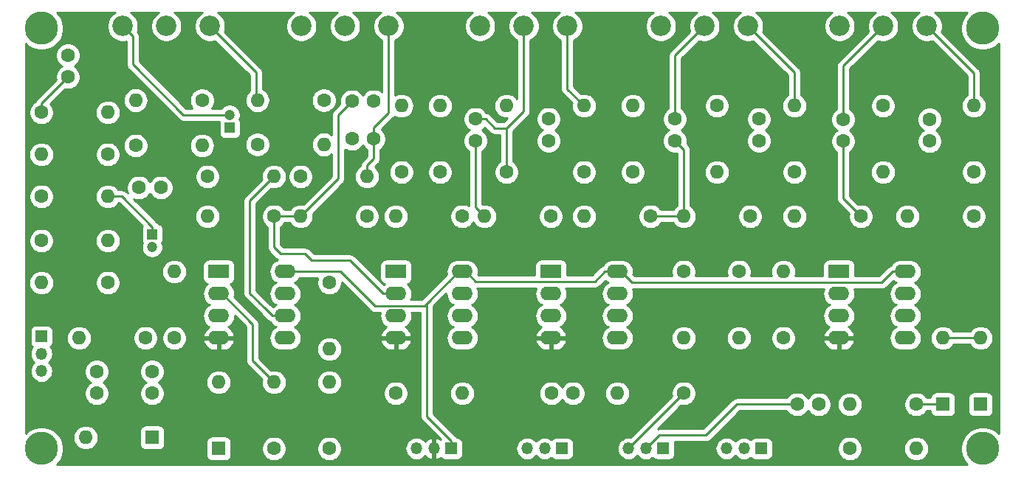
<source format=gbr>
G04 #@! TF.GenerationSoftware,KiCad,Pcbnew,(5.1.0-0)*
G04 #@! TF.CreationDate,2019-04-27T21:54:15-07:00*
G04 #@! TF.ProjectId,Pre-amp,5072652d-616d-4702-9e6b-696361645f70,rev?*
G04 #@! TF.SameCoordinates,Original*
G04 #@! TF.FileFunction,Copper,L2,Bot*
G04 #@! TF.FilePolarity,Positive*
%FSLAX46Y46*%
G04 Gerber Fmt 4.6, Leading zero omitted, Abs format (unit mm)*
G04 Created by KiCad (PCBNEW (5.1.0-0)) date 2019-04-27 21:54:15*
%MOMM*%
%LPD*%
G04 APERTURE LIST*
%ADD10C,1.200000*%
%ADD11R,1.200000X1.200000*%
%ADD12C,1.600000*%
%ADD13C,2.340000*%
%ADD14O,1.600000X1.600000*%
%ADD15R,1.600000X1.600000*%
%ADD16C,3.800000*%
%ADD17O,1.350000X1.350000*%
%ADD18R,1.350000X1.350000*%
%ADD19O,2.400000X1.600000*%
%ADD20R,2.400000X1.600000*%
%ADD21C,0.250000*%
%ADD22C,0.254000*%
G04 APERTURE END LIST*
D10*
X74930000Y-60730000D03*
D11*
X74930000Y-62230000D03*
D12*
X125984000Y-61214000D03*
X125984000Y-63714000D03*
D13*
X144860000Y-50546000D03*
X149860000Y-50546000D03*
X154860000Y-50546000D03*
X124366000Y-50546000D03*
X129366000Y-50546000D03*
X134366000Y-50546000D03*
X103632000Y-50546000D03*
X108632000Y-50546000D03*
X113632000Y-50546000D03*
X83138000Y-50546000D03*
X88138000Y-50546000D03*
X93138000Y-50546000D03*
X62644000Y-50546000D03*
X67644000Y-50546000D03*
X72644000Y-50546000D03*
D12*
X66040000Y-92710000D03*
X66040000Y-90210000D03*
X59690000Y-92710000D03*
X59690000Y-90210000D03*
D11*
X66040000Y-74446000D03*
D10*
X66040000Y-75946000D03*
D12*
X56388000Y-56388000D03*
X56388000Y-53888000D03*
X67016000Y-69088000D03*
X64516000Y-69088000D03*
X91440000Y-63500000D03*
X88940000Y-63500000D03*
X88940000Y-59182000D03*
X91440000Y-59182000D03*
X111506000Y-61214000D03*
X111506000Y-63714000D03*
X103124000Y-61214000D03*
X103124000Y-63714000D03*
X135636000Y-63714000D03*
X135636000Y-61214000D03*
X155194000Y-61254000D03*
X155194000Y-63754000D03*
X145288000Y-63754000D03*
X145288000Y-61254000D03*
X114300000Y-92710000D03*
X111800000Y-92710000D03*
X142494000Y-93980000D03*
X139994000Y-93980000D03*
D14*
X73660000Y-91440000D03*
D15*
X73660000Y-99060000D03*
D14*
X58420000Y-97790000D03*
D15*
X66040000Y-97790000D03*
X156718000Y-93980000D03*
D14*
X156718000Y-86360000D03*
D15*
X161036000Y-93980000D03*
D14*
X161036000Y-86360000D03*
D16*
X53340000Y-99060000D03*
X53340000Y-50800000D03*
X161290000Y-50800000D03*
X161290000Y-99060000D03*
D17*
X53340000Y-90170000D03*
X53340000Y-88170000D03*
D18*
X53340000Y-86170000D03*
X100330000Y-99060000D03*
D17*
X98330000Y-99060000D03*
X96330000Y-99060000D03*
D18*
X113030000Y-99060000D03*
D17*
X111030000Y-99060000D03*
X109030000Y-99060000D03*
D18*
X124650000Y-99060000D03*
D17*
X122650000Y-99060000D03*
X120650000Y-99060000D03*
X131890000Y-99060000D03*
X133890000Y-99060000D03*
D18*
X135890000Y-99060000D03*
D14*
X57658000Y-86360000D03*
D12*
X65278000Y-86360000D03*
X60960000Y-80010000D03*
D14*
X53340000Y-80010000D03*
D12*
X86360000Y-99060000D03*
D14*
X86360000Y-91440000D03*
D12*
X80010000Y-99060000D03*
D14*
X80010000Y-91440000D03*
X68580000Y-78740000D03*
D12*
X68580000Y-86360000D03*
D14*
X60960000Y-70104000D03*
D12*
X53340000Y-70104000D03*
D14*
X60960000Y-75184000D03*
D12*
X53340000Y-75184000D03*
D14*
X60960000Y-60452000D03*
D12*
X53340000Y-60452000D03*
X64135000Y-64262000D03*
D14*
X71755000Y-64262000D03*
D12*
X71755000Y-59055000D03*
D14*
X64135000Y-59055000D03*
D12*
X72390000Y-67818000D03*
D14*
X80010000Y-67818000D03*
X86360000Y-87630000D03*
D12*
X86360000Y-80010000D03*
X78105000Y-64135000D03*
D14*
X85725000Y-64135000D03*
D12*
X85725000Y-59055000D03*
D14*
X78105000Y-59055000D03*
D12*
X80010000Y-72390000D03*
D14*
X72390000Y-72390000D03*
X83058000Y-72390000D03*
D12*
X90678000Y-72390000D03*
D14*
X90678000Y-67818000D03*
D12*
X83058000Y-67818000D03*
D14*
X94615000Y-59690000D03*
D12*
X94615000Y-67310000D03*
D14*
X99060000Y-59690000D03*
D12*
X99060000Y-67310000D03*
X106680000Y-67310000D03*
D14*
X106680000Y-59690000D03*
D12*
X101600000Y-72390000D03*
D14*
X93980000Y-72390000D03*
X115570000Y-59690000D03*
D12*
X115570000Y-67310000D03*
D14*
X104140000Y-72390000D03*
D12*
X111760000Y-72390000D03*
X121158000Y-67310000D03*
D14*
X121158000Y-59690000D03*
D12*
X130810000Y-59690000D03*
D14*
X130810000Y-67310000D03*
D12*
X123190000Y-72390000D03*
D14*
X115570000Y-72390000D03*
X127000000Y-72390000D03*
D12*
X134620000Y-72390000D03*
D14*
X139700000Y-59690000D03*
D12*
X139700000Y-67310000D03*
D14*
X127000000Y-86360000D03*
D12*
X127000000Y-78740000D03*
X149860000Y-59690000D03*
D14*
X149860000Y-67310000D03*
X133350000Y-86360000D03*
D12*
X133350000Y-78740000D03*
X147320000Y-72390000D03*
D14*
X139700000Y-72390000D03*
D12*
X138430000Y-86360000D03*
D14*
X138430000Y-78740000D03*
X160274000Y-59690000D03*
D12*
X160274000Y-67310000D03*
D14*
X152654000Y-72390000D03*
D12*
X160274000Y-72390000D03*
X153670000Y-93980000D03*
D14*
X146050000Y-93980000D03*
X153670000Y-99060000D03*
D12*
X146050000Y-99060000D03*
X127000000Y-92710000D03*
D14*
X119380000Y-92710000D03*
X101600000Y-92710000D03*
D12*
X93980000Y-92710000D03*
D19*
X81280000Y-78740000D03*
X73660000Y-86360000D03*
X81280000Y-81280000D03*
X73660000Y-83820000D03*
X81280000Y-83820000D03*
X73660000Y-81280000D03*
X81280000Y-86360000D03*
D20*
X73660000Y-78740000D03*
X93980000Y-78740000D03*
D19*
X101600000Y-86360000D03*
X93980000Y-81280000D03*
X101600000Y-83820000D03*
X93980000Y-83820000D03*
X101600000Y-81280000D03*
X93980000Y-86360000D03*
X101600000Y-78740000D03*
X119380000Y-78740000D03*
X111760000Y-86360000D03*
X119380000Y-81280000D03*
X111760000Y-83820000D03*
X119380000Y-83820000D03*
X111760000Y-81280000D03*
X119380000Y-86360000D03*
D20*
X111760000Y-78740000D03*
X144780000Y-78740000D03*
D19*
X152400000Y-86360000D03*
X144780000Y-81280000D03*
X152400000Y-83820000D03*
X144780000Y-83820000D03*
X152400000Y-81280000D03*
X144780000Y-86360000D03*
X152400000Y-78740000D03*
D12*
X60960000Y-65278000D03*
D14*
X53340000Y-65278000D03*
D21*
X62091370Y-70104000D02*
X60960000Y-70104000D01*
X62548000Y-70104000D02*
X62091370Y-70104000D01*
X66040000Y-73596000D02*
X62548000Y-70104000D01*
X66040000Y-74446000D02*
X66040000Y-73596000D01*
X53340000Y-59436000D02*
X53340000Y-60452000D01*
X56388000Y-56388000D02*
X53340000Y-59436000D01*
X63813999Y-51715999D02*
X63813999Y-54923999D01*
X62644000Y-50546000D02*
X63813999Y-51715999D01*
X69620000Y-60730000D02*
X74930000Y-60730000D01*
X63813999Y-54923999D02*
X69620000Y-60730000D01*
X91440000Y-63500000D02*
X91440000Y-62230000D01*
X93138000Y-60532000D02*
X93138000Y-50546000D01*
X91440000Y-62230000D02*
X93138000Y-60532000D01*
X90678000Y-67818000D02*
X90678000Y-66548000D01*
X91440000Y-65786000D02*
X91440000Y-63500000D01*
X90678000Y-66548000D02*
X91440000Y-65786000D01*
X81926630Y-72390000D02*
X80010000Y-72390000D01*
X83058000Y-72390000D02*
X81926630Y-72390000D01*
X83058000Y-72390000D02*
X87376000Y-68072000D01*
X87376000Y-60746000D02*
X88940000Y-59182000D01*
X87376000Y-68072000D02*
X87376000Y-60746000D01*
X88720000Y-77470000D02*
X84328000Y-77470000D01*
X92530000Y-81280000D02*
X88720000Y-77470000D01*
X93980000Y-81280000D02*
X92530000Y-81280000D01*
X80010000Y-72390000D02*
X80010000Y-75946000D01*
X80010000Y-75946000D02*
X80772000Y-76708000D01*
X83566000Y-76708000D02*
X84328000Y-77470000D01*
X80772000Y-76708000D02*
X83566000Y-76708000D01*
X113632000Y-57752000D02*
X115570000Y-59690000D01*
X113632000Y-50546000D02*
X113632000Y-57752000D01*
X106680000Y-62270000D02*
X106680000Y-67310000D01*
X108632000Y-60318000D02*
X108632000Y-50546000D01*
X106700000Y-62250000D02*
X108632000Y-60318000D01*
X106680000Y-62270000D02*
X106700000Y-62250000D01*
X105311370Y-62270000D02*
X106680000Y-62270000D01*
X104255370Y-61214000D02*
X105311370Y-62270000D01*
X103124000Y-61214000D02*
X104255370Y-61214000D01*
X103124000Y-71374000D02*
X104140000Y-72390000D01*
X103124000Y-63714000D02*
X103124000Y-71374000D01*
X139700000Y-55880000D02*
X139700000Y-59690000D01*
X134366000Y-50546000D02*
X139700000Y-55880000D01*
X125984000Y-60960000D02*
X125984000Y-61508000D01*
X125984000Y-53928000D02*
X129366000Y-50546000D01*
X125984000Y-61214000D02*
X125984000Y-53928000D01*
X123190000Y-72390000D02*
X125730000Y-72390000D01*
X125730000Y-72390000D02*
X127000000Y-72390000D01*
X127000000Y-64730000D02*
X125984000Y-63714000D01*
X127000000Y-72390000D02*
X127000000Y-64730000D01*
X160274000Y-55960000D02*
X160274000Y-59690000D01*
X154860000Y-50546000D02*
X160274000Y-55960000D01*
X145288000Y-70358000D02*
X147320000Y-72390000D01*
X145288000Y-63754000D02*
X145288000Y-70358000D01*
X145288000Y-55118000D02*
X149860000Y-50546000D01*
X145288000Y-59182000D02*
X145288000Y-61254000D01*
X145288000Y-61000000D02*
X145288000Y-59182000D01*
X145288000Y-59182000D02*
X145288000Y-55118000D01*
X122650000Y-99060000D02*
X124174000Y-97536000D01*
X124174000Y-97536000D02*
X129540000Y-97536000D01*
X129540000Y-97536000D02*
X133096000Y-93980000D01*
X133096000Y-93980000D02*
X139994000Y-93980000D01*
X153670000Y-93980000D02*
X156718000Y-93980000D01*
X159904630Y-86360000D02*
X156718000Y-86360000D01*
X161036000Y-86360000D02*
X159904630Y-86360000D01*
X100074990Y-79865010D02*
X101200000Y-78740000D01*
X100330000Y-98135000D02*
X100074990Y-97879990D01*
X101200000Y-78740000D02*
X101600000Y-78740000D01*
X97534990Y-82405010D02*
X101200000Y-78740000D01*
X81280000Y-78740000D02*
X81680000Y-78740000D01*
X103125001Y-79865001D02*
X116804999Y-79865001D01*
X117930000Y-78740000D02*
X119380000Y-78740000D01*
X116804999Y-79865001D02*
X117930000Y-78740000D01*
X102000000Y-78740000D02*
X103125001Y-79865001D01*
X101600000Y-78740000D02*
X102000000Y-78740000D01*
X100330000Y-98135000D02*
X100330000Y-99060000D01*
X97534990Y-95339990D02*
X100330000Y-98135000D01*
X97534990Y-82405010D02*
X97534990Y-95339990D01*
X81280000Y-78740000D02*
X87630000Y-78740000D01*
X97245010Y-82694990D02*
X97534990Y-82405010D01*
X91584990Y-82694990D02*
X97245010Y-82694990D01*
X87630000Y-78740000D02*
X91584990Y-82694990D01*
X150950000Y-78740000D02*
X152400000Y-78740000D01*
X121050000Y-80010000D02*
X149680000Y-80010000D01*
X119780000Y-78740000D02*
X121050000Y-80010000D01*
X149680000Y-80010000D02*
X150950000Y-78740000D01*
X119380000Y-78740000D02*
X119780000Y-78740000D01*
X120650000Y-99060000D02*
X127000000Y-92710000D01*
X73660000Y-81280000D02*
X74060000Y-81280000D01*
X77543000Y-88973000D02*
X80010000Y-91440000D01*
X77543000Y-84763000D02*
X77543000Y-88973000D01*
X74060000Y-81280000D02*
X77543000Y-84763000D01*
X81280000Y-83820000D02*
X79830000Y-83820000D01*
X77216000Y-70612000D02*
X77216000Y-81206000D01*
X80010000Y-67818000D02*
X77216000Y-70612000D01*
X79031000Y-83021000D02*
X78232000Y-82222000D01*
X77216000Y-81206000D02*
X79031000Y-83021000D01*
X79830000Y-83820000D02*
X79031000Y-83021000D01*
X77978000Y-55880000D02*
X72644000Y-50546000D01*
X77978000Y-59055000D02*
X77978000Y-55880000D01*
D22*
G36*
X61493379Y-49143965D02*
G01*
X61241965Y-49395379D01*
X61044429Y-49691012D01*
X60908365Y-50019501D01*
X60839000Y-50368223D01*
X60839000Y-50723777D01*
X60908365Y-51072499D01*
X61044429Y-51400988D01*
X61241965Y-51696621D01*
X61493379Y-51948035D01*
X61789012Y-52145571D01*
X62117501Y-52281635D01*
X62466223Y-52351000D01*
X62821777Y-52351000D01*
X63053999Y-52304808D01*
X63054000Y-54886667D01*
X63050323Y-54923999D01*
X63054000Y-54961332D01*
X63064997Y-55072985D01*
X63078142Y-55116320D01*
X63108453Y-55216245D01*
X63179025Y-55348275D01*
X63229884Y-55410246D01*
X63273999Y-55464000D01*
X63302997Y-55487798D01*
X69056201Y-61241003D01*
X69079999Y-61270001D01*
X69195724Y-61364974D01*
X69327753Y-61435546D01*
X69471014Y-61479003D01*
X69582667Y-61490000D01*
X69582676Y-61490000D01*
X69619999Y-61493676D01*
X69657322Y-61490000D01*
X73708895Y-61490000D01*
X73704188Y-61505518D01*
X73691928Y-61630000D01*
X73691928Y-62830000D01*
X73704188Y-62954482D01*
X73740498Y-63074180D01*
X73799463Y-63184494D01*
X73878815Y-63281185D01*
X73975506Y-63360537D01*
X74085820Y-63419502D01*
X74205518Y-63455812D01*
X74330000Y-63468072D01*
X75530000Y-63468072D01*
X75654482Y-63455812D01*
X75774180Y-63419502D01*
X75884494Y-63360537D01*
X75981185Y-63281185D01*
X76060537Y-63184494D01*
X76119502Y-63074180D01*
X76155812Y-62954482D01*
X76168072Y-62830000D01*
X76168072Y-61630000D01*
X76155812Y-61505518D01*
X76119502Y-61385820D01*
X76060537Y-61275506D01*
X76047419Y-61259522D01*
X76117540Y-61090236D01*
X76165000Y-60851637D01*
X76165000Y-60608363D01*
X76117540Y-60369764D01*
X76024443Y-60145008D01*
X75889287Y-59942733D01*
X75717267Y-59770713D01*
X75514992Y-59635557D01*
X75290236Y-59542460D01*
X75051637Y-59495000D01*
X74808363Y-59495000D01*
X74569764Y-59542460D01*
X74345008Y-59635557D01*
X74142733Y-59770713D01*
X73970713Y-59942733D01*
X73952494Y-59970000D01*
X72869396Y-59970000D01*
X72869637Y-59969759D01*
X73026680Y-59734727D01*
X73134853Y-59473574D01*
X73190000Y-59196335D01*
X73190000Y-58913665D01*
X73134853Y-58636426D01*
X73026680Y-58375273D01*
X72869637Y-58140241D01*
X72669759Y-57940363D01*
X72434727Y-57783320D01*
X72173574Y-57675147D01*
X71896335Y-57620000D01*
X71613665Y-57620000D01*
X71336426Y-57675147D01*
X71075273Y-57783320D01*
X70840241Y-57940363D01*
X70640363Y-58140241D01*
X70483320Y-58375273D01*
X70375147Y-58636426D01*
X70320000Y-58913665D01*
X70320000Y-59196335D01*
X70375147Y-59473574D01*
X70483320Y-59734727D01*
X70640363Y-59969759D01*
X70640604Y-59970000D01*
X69934802Y-59970000D01*
X64573999Y-54609198D01*
X64573999Y-51753321D01*
X64577675Y-51715998D01*
X64573999Y-51678675D01*
X64573999Y-51678666D01*
X64563002Y-51567013D01*
X64519545Y-51423752D01*
X64448973Y-51291723D01*
X64435810Y-51275684D01*
X64377798Y-51204995D01*
X64377794Y-51204991D01*
X64354000Y-51175998D01*
X64341137Y-51165442D01*
X64379635Y-51072499D01*
X64449000Y-50723777D01*
X64449000Y-50368223D01*
X64379635Y-50019501D01*
X64243571Y-49691012D01*
X64046035Y-49395379D01*
X63794621Y-49143965D01*
X63534264Y-48970000D01*
X66753736Y-48970000D01*
X66493379Y-49143965D01*
X66241965Y-49395379D01*
X66044429Y-49691012D01*
X65908365Y-50019501D01*
X65839000Y-50368223D01*
X65839000Y-50723777D01*
X65908365Y-51072499D01*
X66044429Y-51400988D01*
X66241965Y-51696621D01*
X66493379Y-51948035D01*
X66789012Y-52145571D01*
X67117501Y-52281635D01*
X67466223Y-52351000D01*
X67821777Y-52351000D01*
X68170499Y-52281635D01*
X68498988Y-52145571D01*
X68794621Y-51948035D01*
X69046035Y-51696621D01*
X69243571Y-51400988D01*
X69379635Y-51072499D01*
X69449000Y-50723777D01*
X69449000Y-50368223D01*
X69379635Y-50019501D01*
X69243571Y-49691012D01*
X69046035Y-49395379D01*
X68794621Y-49143965D01*
X68534264Y-48970000D01*
X71753736Y-48970000D01*
X71493379Y-49143965D01*
X71241965Y-49395379D01*
X71044429Y-49691012D01*
X70908365Y-50019501D01*
X70839000Y-50368223D01*
X70839000Y-50723777D01*
X70908365Y-51072499D01*
X71044429Y-51400988D01*
X71241965Y-51696621D01*
X71493379Y-51948035D01*
X71789012Y-52145571D01*
X72117501Y-52281635D01*
X72466223Y-52351000D01*
X72821777Y-52351000D01*
X73170499Y-52281635D01*
X73265488Y-52242289D01*
X77218001Y-56194803D01*
X77218000Y-57926563D01*
X77085392Y-58035392D01*
X76906068Y-58253899D01*
X76772818Y-58503192D01*
X76690764Y-58773691D01*
X76663057Y-59055000D01*
X76690764Y-59336309D01*
X76772818Y-59606808D01*
X76906068Y-59856101D01*
X77085392Y-60074608D01*
X77303899Y-60253932D01*
X77553192Y-60387182D01*
X77823691Y-60469236D01*
X78034508Y-60490000D01*
X78175492Y-60490000D01*
X78386309Y-60469236D01*
X78656808Y-60387182D01*
X78906101Y-60253932D01*
X79124608Y-60074608D01*
X79303932Y-59856101D01*
X79437182Y-59606808D01*
X79519236Y-59336309D01*
X79546943Y-59055000D01*
X79533023Y-58913665D01*
X84290000Y-58913665D01*
X84290000Y-59196335D01*
X84345147Y-59473574D01*
X84453320Y-59734727D01*
X84610363Y-59969759D01*
X84810241Y-60169637D01*
X85045273Y-60326680D01*
X85306426Y-60434853D01*
X85583665Y-60490000D01*
X85866335Y-60490000D01*
X86143574Y-60434853D01*
X86404727Y-60326680D01*
X86639759Y-60169637D01*
X86839637Y-59969759D01*
X86996680Y-59734727D01*
X87104853Y-59473574D01*
X87160000Y-59196335D01*
X87160000Y-58913665D01*
X87104853Y-58636426D01*
X86996680Y-58375273D01*
X86839637Y-58140241D01*
X86639759Y-57940363D01*
X86404727Y-57783320D01*
X86143574Y-57675147D01*
X85866335Y-57620000D01*
X85583665Y-57620000D01*
X85306426Y-57675147D01*
X85045273Y-57783320D01*
X84810241Y-57940363D01*
X84610363Y-58140241D01*
X84453320Y-58375273D01*
X84345147Y-58636426D01*
X84290000Y-58913665D01*
X79533023Y-58913665D01*
X79519236Y-58773691D01*
X79437182Y-58503192D01*
X79303932Y-58253899D01*
X79124608Y-58035392D01*
X78906101Y-57856068D01*
X78738000Y-57766216D01*
X78738000Y-55917322D01*
X78741676Y-55879999D01*
X78738000Y-55842676D01*
X78738000Y-55842667D01*
X78727003Y-55731014D01*
X78683546Y-55587753D01*
X78655735Y-55535723D01*
X78612974Y-55455723D01*
X78541799Y-55368997D01*
X78518001Y-55339999D01*
X78489003Y-55316201D01*
X74340289Y-51167488D01*
X74379635Y-51072499D01*
X74449000Y-50723777D01*
X74449000Y-50368223D01*
X74379635Y-50019501D01*
X74243571Y-49691012D01*
X74046035Y-49395379D01*
X73794621Y-49143965D01*
X73534264Y-48970000D01*
X82247736Y-48970000D01*
X81987379Y-49143965D01*
X81735965Y-49395379D01*
X81538429Y-49691012D01*
X81402365Y-50019501D01*
X81333000Y-50368223D01*
X81333000Y-50723777D01*
X81402365Y-51072499D01*
X81538429Y-51400988D01*
X81735965Y-51696621D01*
X81987379Y-51948035D01*
X82283012Y-52145571D01*
X82611501Y-52281635D01*
X82960223Y-52351000D01*
X83315777Y-52351000D01*
X83664499Y-52281635D01*
X83992988Y-52145571D01*
X84288621Y-51948035D01*
X84540035Y-51696621D01*
X84737571Y-51400988D01*
X84873635Y-51072499D01*
X84943000Y-50723777D01*
X84943000Y-50368223D01*
X84873635Y-50019501D01*
X84737571Y-49691012D01*
X84540035Y-49395379D01*
X84288621Y-49143965D01*
X84028264Y-48970000D01*
X87247736Y-48970000D01*
X86987379Y-49143965D01*
X86735965Y-49395379D01*
X86538429Y-49691012D01*
X86402365Y-50019501D01*
X86333000Y-50368223D01*
X86333000Y-50723777D01*
X86402365Y-51072499D01*
X86538429Y-51400988D01*
X86735965Y-51696621D01*
X86987379Y-51948035D01*
X87283012Y-52145571D01*
X87611501Y-52281635D01*
X87960223Y-52351000D01*
X88315777Y-52351000D01*
X88664499Y-52281635D01*
X88992988Y-52145571D01*
X89288621Y-51948035D01*
X89540035Y-51696621D01*
X89737571Y-51400988D01*
X89873635Y-51072499D01*
X89943000Y-50723777D01*
X89943000Y-50368223D01*
X89873635Y-50019501D01*
X89737571Y-49691012D01*
X89540035Y-49395379D01*
X89288621Y-49143965D01*
X89028264Y-48970000D01*
X92247736Y-48970000D01*
X91987379Y-49143965D01*
X91735965Y-49395379D01*
X91538429Y-49691012D01*
X91402365Y-50019501D01*
X91333000Y-50368223D01*
X91333000Y-50723777D01*
X91402365Y-51072499D01*
X91538429Y-51400988D01*
X91735965Y-51696621D01*
X91987379Y-51948035D01*
X92283012Y-52145571D01*
X92378001Y-52184916D01*
X92378000Y-58090604D01*
X92354759Y-58067363D01*
X92119727Y-57910320D01*
X91858574Y-57802147D01*
X91581335Y-57747000D01*
X91298665Y-57747000D01*
X91021426Y-57802147D01*
X90760273Y-57910320D01*
X90525241Y-58067363D01*
X90325363Y-58267241D01*
X90190000Y-58469827D01*
X90054637Y-58267241D01*
X89854759Y-58067363D01*
X89619727Y-57910320D01*
X89358574Y-57802147D01*
X89081335Y-57747000D01*
X88798665Y-57747000D01*
X88521426Y-57802147D01*
X88260273Y-57910320D01*
X88025241Y-58067363D01*
X87825363Y-58267241D01*
X87668320Y-58502273D01*
X87560147Y-58763426D01*
X87505000Y-59040665D01*
X87505000Y-59323335D01*
X87541312Y-59505886D01*
X86864998Y-60182201D01*
X86836000Y-60205999D01*
X86812202Y-60234997D01*
X86812201Y-60234998D01*
X86741026Y-60321724D01*
X86670454Y-60453754D01*
X86653862Y-60508454D01*
X86626998Y-60597014D01*
X86618727Y-60680986D01*
X86612324Y-60746000D01*
X86616001Y-60783332D01*
X86616001Y-63009847D01*
X86526101Y-62936068D01*
X86276808Y-62802818D01*
X86006309Y-62720764D01*
X85795492Y-62700000D01*
X85654508Y-62700000D01*
X85443691Y-62720764D01*
X85173192Y-62802818D01*
X84923899Y-62936068D01*
X84705392Y-63115392D01*
X84526068Y-63333899D01*
X84392818Y-63583192D01*
X84310764Y-63853691D01*
X84283057Y-64135000D01*
X84310764Y-64416309D01*
X84392818Y-64686808D01*
X84526068Y-64936101D01*
X84705392Y-65154608D01*
X84923899Y-65333932D01*
X85173192Y-65467182D01*
X85443691Y-65549236D01*
X85654508Y-65570000D01*
X85795492Y-65570000D01*
X86006309Y-65549236D01*
X86276808Y-65467182D01*
X86526101Y-65333932D01*
X86616000Y-65260154D01*
X86616000Y-67757198D01*
X83383906Y-70989292D01*
X83339309Y-70975764D01*
X83128492Y-70955000D01*
X82987508Y-70955000D01*
X82776691Y-70975764D01*
X82506192Y-71057818D01*
X82256899Y-71191068D01*
X82038392Y-71370392D01*
X81859068Y-71588899D01*
X81837099Y-71630000D01*
X81228043Y-71630000D01*
X81124637Y-71475241D01*
X80924759Y-71275363D01*
X80689727Y-71118320D01*
X80428574Y-71010147D01*
X80151335Y-70955000D01*
X79868665Y-70955000D01*
X79591426Y-71010147D01*
X79330273Y-71118320D01*
X79095241Y-71275363D01*
X78895363Y-71475241D01*
X78738320Y-71710273D01*
X78630147Y-71971426D01*
X78575000Y-72248665D01*
X78575000Y-72531335D01*
X78630147Y-72808574D01*
X78738320Y-73069727D01*
X78895363Y-73304759D01*
X79095241Y-73504637D01*
X79250000Y-73608044D01*
X79250001Y-75908668D01*
X79246324Y-75946000D01*
X79260998Y-76094985D01*
X79304454Y-76238246D01*
X79375026Y-76370276D01*
X79445116Y-76455680D01*
X79470000Y-76486001D01*
X79498998Y-76509799D01*
X80208201Y-77219002D01*
X80231999Y-77248001D01*
X80347724Y-77342974D01*
X80418045Y-77380562D01*
X80328192Y-77407818D01*
X80078899Y-77541068D01*
X79860392Y-77720392D01*
X79681068Y-77938899D01*
X79547818Y-78188192D01*
X79465764Y-78458691D01*
X79438057Y-78740000D01*
X79465764Y-79021309D01*
X79547818Y-79291808D01*
X79681068Y-79541101D01*
X79860392Y-79759608D01*
X80078899Y-79938932D01*
X80211858Y-80010000D01*
X80078899Y-80081068D01*
X79860392Y-80260392D01*
X79681068Y-80478899D01*
X79547818Y-80728192D01*
X79465764Y-80998691D01*
X79438057Y-81280000D01*
X79465764Y-81561309D01*
X79547818Y-81831808D01*
X79681068Y-82081101D01*
X79860392Y-82299608D01*
X80078899Y-82478932D01*
X80211858Y-82550000D01*
X80078899Y-82621068D01*
X79874014Y-82789213D01*
X79594803Y-82510002D01*
X79594799Y-82509997D01*
X77976000Y-80891199D01*
X77976000Y-70926801D01*
X79684094Y-69218708D01*
X79728691Y-69232236D01*
X79939508Y-69253000D01*
X80080492Y-69253000D01*
X80291309Y-69232236D01*
X80561808Y-69150182D01*
X80811101Y-69016932D01*
X81029608Y-68837608D01*
X81208932Y-68619101D01*
X81342182Y-68369808D01*
X81424236Y-68099309D01*
X81451943Y-67818000D01*
X81438023Y-67676665D01*
X81623000Y-67676665D01*
X81623000Y-67959335D01*
X81678147Y-68236574D01*
X81786320Y-68497727D01*
X81943363Y-68732759D01*
X82143241Y-68932637D01*
X82378273Y-69089680D01*
X82639426Y-69197853D01*
X82916665Y-69253000D01*
X83199335Y-69253000D01*
X83476574Y-69197853D01*
X83737727Y-69089680D01*
X83972759Y-68932637D01*
X84172637Y-68732759D01*
X84329680Y-68497727D01*
X84437853Y-68236574D01*
X84493000Y-67959335D01*
X84493000Y-67676665D01*
X84437853Y-67399426D01*
X84329680Y-67138273D01*
X84172637Y-66903241D01*
X83972759Y-66703363D01*
X83737727Y-66546320D01*
X83476574Y-66438147D01*
X83199335Y-66383000D01*
X82916665Y-66383000D01*
X82639426Y-66438147D01*
X82378273Y-66546320D01*
X82143241Y-66703363D01*
X81943363Y-66903241D01*
X81786320Y-67138273D01*
X81678147Y-67399426D01*
X81623000Y-67676665D01*
X81438023Y-67676665D01*
X81424236Y-67536691D01*
X81342182Y-67266192D01*
X81208932Y-67016899D01*
X81029608Y-66798392D01*
X80811101Y-66619068D01*
X80561808Y-66485818D01*
X80291309Y-66403764D01*
X80080492Y-66383000D01*
X79939508Y-66383000D01*
X79728691Y-66403764D01*
X79458192Y-66485818D01*
X79208899Y-66619068D01*
X78990392Y-66798392D01*
X78811068Y-67016899D01*
X78677818Y-67266192D01*
X78595764Y-67536691D01*
X78568057Y-67818000D01*
X78595764Y-68099309D01*
X78609292Y-68143906D01*
X76705003Y-70048196D01*
X76675999Y-70071999D01*
X76649737Y-70104000D01*
X76581026Y-70187724D01*
X76510455Y-70319753D01*
X76510454Y-70319754D01*
X76466997Y-70463015D01*
X76456000Y-70574668D01*
X76456000Y-70574678D01*
X76452324Y-70612000D01*
X76456000Y-70649322D01*
X76456001Y-81168668D01*
X76452324Y-81206000D01*
X76466998Y-81354985D01*
X76510454Y-81498246D01*
X76581026Y-81630276D01*
X76637808Y-81699464D01*
X76676000Y-81746001D01*
X76704998Y-81769799D01*
X78519997Y-83584799D01*
X78520002Y-83584803D01*
X79266201Y-84331002D01*
X79289999Y-84360001D01*
X79405724Y-84454974D01*
X79537753Y-84525546D01*
X79647843Y-84558941D01*
X79681068Y-84621101D01*
X79860392Y-84839608D01*
X80078899Y-85018932D01*
X80211858Y-85090000D01*
X80078899Y-85161068D01*
X79860392Y-85340392D01*
X79681068Y-85558899D01*
X79547818Y-85808192D01*
X79465764Y-86078691D01*
X79438057Y-86360000D01*
X79465764Y-86641309D01*
X79547818Y-86911808D01*
X79681068Y-87161101D01*
X79860392Y-87379608D01*
X80078899Y-87558932D01*
X80328192Y-87692182D01*
X80598691Y-87774236D01*
X80809508Y-87795000D01*
X81750492Y-87795000D01*
X81961309Y-87774236D01*
X82231808Y-87692182D01*
X82348142Y-87630000D01*
X84918057Y-87630000D01*
X84945764Y-87911309D01*
X85027818Y-88181808D01*
X85161068Y-88431101D01*
X85340392Y-88649608D01*
X85558899Y-88828932D01*
X85808192Y-88962182D01*
X86078691Y-89044236D01*
X86289508Y-89065000D01*
X86430492Y-89065000D01*
X86641309Y-89044236D01*
X86911808Y-88962182D01*
X87161101Y-88828932D01*
X87379608Y-88649608D01*
X87558932Y-88431101D01*
X87692182Y-88181808D01*
X87774236Y-87911309D01*
X87801943Y-87630000D01*
X87774236Y-87348691D01*
X87692182Y-87078192D01*
X87558932Y-86828899D01*
X87460566Y-86709039D01*
X92188096Y-86709039D01*
X92205633Y-86791818D01*
X92316285Y-87051646D01*
X92475500Y-87284895D01*
X92677161Y-87482601D01*
X92913517Y-87637166D01*
X93175486Y-87742650D01*
X93453000Y-87795000D01*
X93853000Y-87795000D01*
X93853000Y-86487000D01*
X94107000Y-86487000D01*
X94107000Y-87795000D01*
X94507000Y-87795000D01*
X94784514Y-87742650D01*
X95046483Y-87637166D01*
X95282839Y-87482601D01*
X95484500Y-87284895D01*
X95643715Y-87051646D01*
X95754367Y-86791818D01*
X95771904Y-86709039D01*
X95649915Y-86487000D01*
X94107000Y-86487000D01*
X93853000Y-86487000D01*
X92310085Y-86487000D01*
X92188096Y-86709039D01*
X87460566Y-86709039D01*
X87379608Y-86610392D01*
X87161101Y-86431068D01*
X86911808Y-86297818D01*
X86641309Y-86215764D01*
X86430492Y-86195000D01*
X86289508Y-86195000D01*
X86078691Y-86215764D01*
X85808192Y-86297818D01*
X85558899Y-86431068D01*
X85340392Y-86610392D01*
X85161068Y-86828899D01*
X85027818Y-87078192D01*
X84945764Y-87348691D01*
X84918057Y-87630000D01*
X82348142Y-87630000D01*
X82481101Y-87558932D01*
X82699608Y-87379608D01*
X82878932Y-87161101D01*
X83012182Y-86911808D01*
X83094236Y-86641309D01*
X83121943Y-86360000D01*
X83094236Y-86078691D01*
X83012182Y-85808192D01*
X82878932Y-85558899D01*
X82699608Y-85340392D01*
X82481101Y-85161068D01*
X82348142Y-85090000D01*
X82481101Y-85018932D01*
X82699608Y-84839608D01*
X82878932Y-84621101D01*
X83012182Y-84371808D01*
X83094236Y-84101309D01*
X83121943Y-83820000D01*
X83094236Y-83538691D01*
X83012182Y-83268192D01*
X82878932Y-83018899D01*
X82699608Y-82800392D01*
X82481101Y-82621068D01*
X82348142Y-82550000D01*
X82481101Y-82478932D01*
X82699608Y-82299608D01*
X82878932Y-82081101D01*
X83012182Y-81831808D01*
X83094236Y-81561309D01*
X83121943Y-81280000D01*
X83094236Y-80998691D01*
X83012182Y-80728192D01*
X82878932Y-80478899D01*
X82699608Y-80260392D01*
X82481101Y-80081068D01*
X82348142Y-80010000D01*
X82481101Y-79938932D01*
X82699608Y-79759608D01*
X82878932Y-79541101D01*
X82900901Y-79500000D01*
X85018017Y-79500000D01*
X84980147Y-79591426D01*
X84925000Y-79868665D01*
X84925000Y-80151335D01*
X84980147Y-80428574D01*
X85088320Y-80689727D01*
X85245363Y-80924759D01*
X85445241Y-81124637D01*
X85680273Y-81281680D01*
X85941426Y-81389853D01*
X86218665Y-81445000D01*
X86501335Y-81445000D01*
X86778574Y-81389853D01*
X87039727Y-81281680D01*
X87274759Y-81124637D01*
X87474637Y-80924759D01*
X87631680Y-80689727D01*
X87739853Y-80428574D01*
X87795000Y-80151335D01*
X87795000Y-79979801D01*
X91021195Y-83205998D01*
X91044989Y-83234991D01*
X91073982Y-83258785D01*
X91073986Y-83258789D01*
X91140343Y-83313246D01*
X91160714Y-83329964D01*
X91292743Y-83400536D01*
X91436004Y-83443993D01*
X91547657Y-83454990D01*
X91547666Y-83454990D01*
X91584989Y-83458666D01*
X91622312Y-83454990D01*
X92191154Y-83454990D01*
X92165764Y-83538691D01*
X92138057Y-83820000D01*
X92165764Y-84101309D01*
X92247818Y-84371808D01*
X92381068Y-84621101D01*
X92560392Y-84839608D01*
X92778899Y-85018932D01*
X92906741Y-85087265D01*
X92677161Y-85237399D01*
X92475500Y-85435105D01*
X92316285Y-85668354D01*
X92205633Y-85928182D01*
X92188096Y-86010961D01*
X92310085Y-86233000D01*
X93853000Y-86233000D01*
X93853000Y-86213000D01*
X94107000Y-86213000D01*
X94107000Y-86233000D01*
X95649915Y-86233000D01*
X95771904Y-86010961D01*
X95754367Y-85928182D01*
X95643715Y-85668354D01*
X95484500Y-85435105D01*
X95282839Y-85237399D01*
X95053259Y-85087265D01*
X95181101Y-85018932D01*
X95399608Y-84839608D01*
X95578932Y-84621101D01*
X95712182Y-84371808D01*
X95794236Y-84101309D01*
X95821943Y-83820000D01*
X95794236Y-83538691D01*
X95768846Y-83454990D01*
X96774990Y-83454990D01*
X96774991Y-95302658D01*
X96771314Y-95339990D01*
X96774991Y-95377323D01*
X96779005Y-95418072D01*
X96785988Y-95488975D01*
X96829444Y-95632236D01*
X96900016Y-95764266D01*
X96971191Y-95850992D01*
X96994990Y-95879991D01*
X97023988Y-95903789D01*
X99136291Y-98016093D01*
X99126881Y-98027559D01*
X98993629Y-97930527D01*
X98760528Y-97822762D01*
X98659400Y-97792090D01*
X98457000Y-97915776D01*
X98457000Y-98933000D01*
X98477000Y-98933000D01*
X98477000Y-99187000D01*
X98457000Y-99187000D01*
X98457000Y-100204224D01*
X98659400Y-100327910D01*
X98760528Y-100297238D01*
X98993629Y-100189473D01*
X99126881Y-100092441D01*
X99203815Y-100186185D01*
X99300506Y-100265537D01*
X99410820Y-100324502D01*
X99530518Y-100360812D01*
X99655000Y-100373072D01*
X101005000Y-100373072D01*
X101129482Y-100360812D01*
X101249180Y-100324502D01*
X101359494Y-100265537D01*
X101456185Y-100186185D01*
X101535537Y-100089494D01*
X101594502Y-99979180D01*
X101630812Y-99859482D01*
X101643072Y-99735000D01*
X101643072Y-99060000D01*
X107713662Y-99060000D01*
X107738955Y-99316805D01*
X107813862Y-99563741D01*
X107935505Y-99791318D01*
X108099208Y-99990792D01*
X108298682Y-100154495D01*
X108526259Y-100276138D01*
X108773195Y-100351045D01*
X108965649Y-100370000D01*
X109094351Y-100370000D01*
X109286805Y-100351045D01*
X109533741Y-100276138D01*
X109761318Y-100154495D01*
X109960792Y-99990792D01*
X110030000Y-99906461D01*
X110099208Y-99990792D01*
X110298682Y-100154495D01*
X110526259Y-100276138D01*
X110773195Y-100351045D01*
X110965649Y-100370000D01*
X111094351Y-100370000D01*
X111286805Y-100351045D01*
X111533741Y-100276138D01*
X111761318Y-100154495D01*
X111830926Y-100097369D01*
X111903815Y-100186185D01*
X112000506Y-100265537D01*
X112110820Y-100324502D01*
X112230518Y-100360812D01*
X112355000Y-100373072D01*
X113705000Y-100373072D01*
X113829482Y-100360812D01*
X113949180Y-100324502D01*
X114059494Y-100265537D01*
X114156185Y-100186185D01*
X114235537Y-100089494D01*
X114294502Y-99979180D01*
X114330812Y-99859482D01*
X114343072Y-99735000D01*
X114343072Y-99060000D01*
X119333662Y-99060000D01*
X119358955Y-99316805D01*
X119433862Y-99563741D01*
X119555505Y-99791318D01*
X119719208Y-99990792D01*
X119918682Y-100154495D01*
X120146259Y-100276138D01*
X120393195Y-100351045D01*
X120585649Y-100370000D01*
X120714351Y-100370000D01*
X120906805Y-100351045D01*
X121153741Y-100276138D01*
X121381318Y-100154495D01*
X121580792Y-99990792D01*
X121650000Y-99906461D01*
X121719208Y-99990792D01*
X121918682Y-100154495D01*
X122146259Y-100276138D01*
X122393195Y-100351045D01*
X122585649Y-100370000D01*
X122714351Y-100370000D01*
X122906805Y-100351045D01*
X123153741Y-100276138D01*
X123381318Y-100154495D01*
X123450926Y-100097369D01*
X123523815Y-100186185D01*
X123620506Y-100265537D01*
X123730820Y-100324502D01*
X123850518Y-100360812D01*
X123975000Y-100373072D01*
X125325000Y-100373072D01*
X125449482Y-100360812D01*
X125569180Y-100324502D01*
X125679494Y-100265537D01*
X125776185Y-100186185D01*
X125855537Y-100089494D01*
X125914502Y-99979180D01*
X125950812Y-99859482D01*
X125963072Y-99735000D01*
X125963072Y-99060000D01*
X130573662Y-99060000D01*
X130598955Y-99316805D01*
X130673862Y-99563741D01*
X130795505Y-99791318D01*
X130959208Y-99990792D01*
X131158682Y-100154495D01*
X131386259Y-100276138D01*
X131633195Y-100351045D01*
X131825649Y-100370000D01*
X131954351Y-100370000D01*
X132146805Y-100351045D01*
X132393741Y-100276138D01*
X132621318Y-100154495D01*
X132820792Y-99990792D01*
X132890000Y-99906461D01*
X132959208Y-99990792D01*
X133158682Y-100154495D01*
X133386259Y-100276138D01*
X133633195Y-100351045D01*
X133825649Y-100370000D01*
X133954351Y-100370000D01*
X134146805Y-100351045D01*
X134393741Y-100276138D01*
X134621318Y-100154495D01*
X134690926Y-100097369D01*
X134763815Y-100186185D01*
X134860506Y-100265537D01*
X134970820Y-100324502D01*
X135090518Y-100360812D01*
X135215000Y-100373072D01*
X136565000Y-100373072D01*
X136689482Y-100360812D01*
X136809180Y-100324502D01*
X136919494Y-100265537D01*
X137016185Y-100186185D01*
X137095537Y-100089494D01*
X137154502Y-99979180D01*
X137190812Y-99859482D01*
X137203072Y-99735000D01*
X137203072Y-98918665D01*
X144615000Y-98918665D01*
X144615000Y-99201335D01*
X144670147Y-99478574D01*
X144778320Y-99739727D01*
X144935363Y-99974759D01*
X145135241Y-100174637D01*
X145370273Y-100331680D01*
X145631426Y-100439853D01*
X145908665Y-100495000D01*
X146191335Y-100495000D01*
X146468574Y-100439853D01*
X146729727Y-100331680D01*
X146964759Y-100174637D01*
X147164637Y-99974759D01*
X147321680Y-99739727D01*
X147429853Y-99478574D01*
X147485000Y-99201335D01*
X147485000Y-99060000D01*
X152228057Y-99060000D01*
X152255764Y-99341309D01*
X152337818Y-99611808D01*
X152471068Y-99861101D01*
X152650392Y-100079608D01*
X152868899Y-100258932D01*
X153118192Y-100392182D01*
X153388691Y-100474236D01*
X153599508Y-100495000D01*
X153740492Y-100495000D01*
X153951309Y-100474236D01*
X154221808Y-100392182D01*
X154471101Y-100258932D01*
X154689608Y-100079608D01*
X154868932Y-99861101D01*
X155002182Y-99611808D01*
X155084236Y-99341309D01*
X155111943Y-99060000D01*
X155084236Y-98778691D01*
X155002182Y-98508192D01*
X154868932Y-98258899D01*
X154689608Y-98040392D01*
X154471101Y-97861068D01*
X154221808Y-97727818D01*
X153951309Y-97645764D01*
X153740492Y-97625000D01*
X153599508Y-97625000D01*
X153388691Y-97645764D01*
X153118192Y-97727818D01*
X152868899Y-97861068D01*
X152650392Y-98040392D01*
X152471068Y-98258899D01*
X152337818Y-98508192D01*
X152255764Y-98778691D01*
X152228057Y-99060000D01*
X147485000Y-99060000D01*
X147485000Y-98918665D01*
X147429853Y-98641426D01*
X147321680Y-98380273D01*
X147164637Y-98145241D01*
X146964759Y-97945363D01*
X146729727Y-97788320D01*
X146468574Y-97680147D01*
X146191335Y-97625000D01*
X145908665Y-97625000D01*
X145631426Y-97680147D01*
X145370273Y-97788320D01*
X145135241Y-97945363D01*
X144935363Y-98145241D01*
X144778320Y-98380273D01*
X144670147Y-98641426D01*
X144615000Y-98918665D01*
X137203072Y-98918665D01*
X137203072Y-98385000D01*
X137190812Y-98260518D01*
X137154502Y-98140820D01*
X137095537Y-98030506D01*
X137016185Y-97933815D01*
X136919494Y-97854463D01*
X136809180Y-97795498D01*
X136689482Y-97759188D01*
X136565000Y-97746928D01*
X135215000Y-97746928D01*
X135090518Y-97759188D01*
X134970820Y-97795498D01*
X134860506Y-97854463D01*
X134763815Y-97933815D01*
X134690926Y-98022631D01*
X134621318Y-97965505D01*
X134393741Y-97843862D01*
X134146805Y-97768955D01*
X133954351Y-97750000D01*
X133825649Y-97750000D01*
X133633195Y-97768955D01*
X133386259Y-97843862D01*
X133158682Y-97965505D01*
X132959208Y-98129208D01*
X132890000Y-98213539D01*
X132820792Y-98129208D01*
X132621318Y-97965505D01*
X132393741Y-97843862D01*
X132146805Y-97768955D01*
X131954351Y-97750000D01*
X131825649Y-97750000D01*
X131633195Y-97768955D01*
X131386259Y-97843862D01*
X131158682Y-97965505D01*
X130959208Y-98129208D01*
X130795505Y-98328682D01*
X130673862Y-98556259D01*
X130598955Y-98803195D01*
X130573662Y-99060000D01*
X125963072Y-99060000D01*
X125963072Y-98385000D01*
X125954307Y-98296000D01*
X129502678Y-98296000D01*
X129540000Y-98299676D01*
X129577322Y-98296000D01*
X129577333Y-98296000D01*
X129688986Y-98285003D01*
X129832247Y-98241546D01*
X129964276Y-98170974D01*
X130080001Y-98076001D01*
X130103804Y-98046997D01*
X133410803Y-94740000D01*
X138775957Y-94740000D01*
X138879363Y-94894759D01*
X139079241Y-95094637D01*
X139314273Y-95251680D01*
X139575426Y-95359853D01*
X139852665Y-95415000D01*
X140135335Y-95415000D01*
X140412574Y-95359853D01*
X140673727Y-95251680D01*
X140908759Y-95094637D01*
X141108637Y-94894759D01*
X141244000Y-94692173D01*
X141379363Y-94894759D01*
X141579241Y-95094637D01*
X141814273Y-95251680D01*
X142075426Y-95359853D01*
X142352665Y-95415000D01*
X142635335Y-95415000D01*
X142912574Y-95359853D01*
X143173727Y-95251680D01*
X143408759Y-95094637D01*
X143608637Y-94894759D01*
X143765680Y-94659727D01*
X143873853Y-94398574D01*
X143929000Y-94121335D01*
X143929000Y-93980000D01*
X144608057Y-93980000D01*
X144635764Y-94261309D01*
X144717818Y-94531808D01*
X144851068Y-94781101D01*
X145030392Y-94999608D01*
X145248899Y-95178932D01*
X145498192Y-95312182D01*
X145768691Y-95394236D01*
X145979508Y-95415000D01*
X146120492Y-95415000D01*
X146331309Y-95394236D01*
X146601808Y-95312182D01*
X146851101Y-95178932D01*
X147069608Y-94999608D01*
X147248932Y-94781101D01*
X147382182Y-94531808D01*
X147464236Y-94261309D01*
X147491943Y-93980000D01*
X147478023Y-93838665D01*
X152235000Y-93838665D01*
X152235000Y-94121335D01*
X152290147Y-94398574D01*
X152398320Y-94659727D01*
X152555363Y-94894759D01*
X152755241Y-95094637D01*
X152990273Y-95251680D01*
X153251426Y-95359853D01*
X153528665Y-95415000D01*
X153811335Y-95415000D01*
X154088574Y-95359853D01*
X154349727Y-95251680D01*
X154584759Y-95094637D01*
X154784637Y-94894759D01*
X154888043Y-94740000D01*
X155279928Y-94740000D01*
X155279928Y-94780000D01*
X155292188Y-94904482D01*
X155328498Y-95024180D01*
X155387463Y-95134494D01*
X155466815Y-95231185D01*
X155563506Y-95310537D01*
X155673820Y-95369502D01*
X155793518Y-95405812D01*
X155918000Y-95418072D01*
X157518000Y-95418072D01*
X157642482Y-95405812D01*
X157762180Y-95369502D01*
X157872494Y-95310537D01*
X157969185Y-95231185D01*
X158048537Y-95134494D01*
X158107502Y-95024180D01*
X158143812Y-94904482D01*
X158156072Y-94780000D01*
X158156072Y-93180000D01*
X159597928Y-93180000D01*
X159597928Y-94780000D01*
X159610188Y-94904482D01*
X159646498Y-95024180D01*
X159705463Y-95134494D01*
X159784815Y-95231185D01*
X159881506Y-95310537D01*
X159991820Y-95369502D01*
X160111518Y-95405812D01*
X160236000Y-95418072D01*
X161836000Y-95418072D01*
X161960482Y-95405812D01*
X162080180Y-95369502D01*
X162190494Y-95310537D01*
X162287185Y-95231185D01*
X162366537Y-95134494D01*
X162425502Y-95024180D01*
X162461812Y-94904482D01*
X162474072Y-94780000D01*
X162474072Y-93180000D01*
X162461812Y-93055518D01*
X162425502Y-92935820D01*
X162366537Y-92825506D01*
X162287185Y-92728815D01*
X162190494Y-92649463D01*
X162080180Y-92590498D01*
X161960482Y-92554188D01*
X161836000Y-92541928D01*
X160236000Y-92541928D01*
X160111518Y-92554188D01*
X159991820Y-92590498D01*
X159881506Y-92649463D01*
X159784815Y-92728815D01*
X159705463Y-92825506D01*
X159646498Y-92935820D01*
X159610188Y-93055518D01*
X159597928Y-93180000D01*
X158156072Y-93180000D01*
X158143812Y-93055518D01*
X158107502Y-92935820D01*
X158048537Y-92825506D01*
X157969185Y-92728815D01*
X157872494Y-92649463D01*
X157762180Y-92590498D01*
X157642482Y-92554188D01*
X157518000Y-92541928D01*
X155918000Y-92541928D01*
X155793518Y-92554188D01*
X155673820Y-92590498D01*
X155563506Y-92649463D01*
X155466815Y-92728815D01*
X155387463Y-92825506D01*
X155328498Y-92935820D01*
X155292188Y-93055518D01*
X155279928Y-93180000D01*
X155279928Y-93220000D01*
X154888043Y-93220000D01*
X154784637Y-93065241D01*
X154584759Y-92865363D01*
X154349727Y-92708320D01*
X154088574Y-92600147D01*
X153811335Y-92545000D01*
X153528665Y-92545000D01*
X153251426Y-92600147D01*
X152990273Y-92708320D01*
X152755241Y-92865363D01*
X152555363Y-93065241D01*
X152398320Y-93300273D01*
X152290147Y-93561426D01*
X152235000Y-93838665D01*
X147478023Y-93838665D01*
X147464236Y-93698691D01*
X147382182Y-93428192D01*
X147248932Y-93178899D01*
X147069608Y-92960392D01*
X146851101Y-92781068D01*
X146601808Y-92647818D01*
X146331309Y-92565764D01*
X146120492Y-92545000D01*
X145979508Y-92545000D01*
X145768691Y-92565764D01*
X145498192Y-92647818D01*
X145248899Y-92781068D01*
X145030392Y-92960392D01*
X144851068Y-93178899D01*
X144717818Y-93428192D01*
X144635764Y-93698691D01*
X144608057Y-93980000D01*
X143929000Y-93980000D01*
X143929000Y-93838665D01*
X143873853Y-93561426D01*
X143765680Y-93300273D01*
X143608637Y-93065241D01*
X143408759Y-92865363D01*
X143173727Y-92708320D01*
X142912574Y-92600147D01*
X142635335Y-92545000D01*
X142352665Y-92545000D01*
X142075426Y-92600147D01*
X141814273Y-92708320D01*
X141579241Y-92865363D01*
X141379363Y-93065241D01*
X141244000Y-93267827D01*
X141108637Y-93065241D01*
X140908759Y-92865363D01*
X140673727Y-92708320D01*
X140412574Y-92600147D01*
X140135335Y-92545000D01*
X139852665Y-92545000D01*
X139575426Y-92600147D01*
X139314273Y-92708320D01*
X139079241Y-92865363D01*
X138879363Y-93065241D01*
X138775957Y-93220000D01*
X133133322Y-93220000D01*
X133095999Y-93216324D01*
X133058676Y-93220000D01*
X133058667Y-93220000D01*
X132947014Y-93230997D01*
X132803753Y-93274454D01*
X132671724Y-93345026D01*
X132671722Y-93345027D01*
X132671723Y-93345027D01*
X132584996Y-93416201D01*
X132584992Y-93416205D01*
X132555999Y-93439999D01*
X132532205Y-93468992D01*
X129225199Y-96776000D01*
X124211322Y-96776000D01*
X124173999Y-96772324D01*
X124136676Y-96776000D01*
X124136667Y-96776000D01*
X124025014Y-96786997D01*
X123985957Y-96798845D01*
X126676114Y-94108688D01*
X126858665Y-94145000D01*
X127141335Y-94145000D01*
X127418574Y-94089853D01*
X127679727Y-93981680D01*
X127914759Y-93824637D01*
X128114637Y-93624759D01*
X128271680Y-93389727D01*
X128379853Y-93128574D01*
X128435000Y-92851335D01*
X128435000Y-92568665D01*
X128379853Y-92291426D01*
X128271680Y-92030273D01*
X128114637Y-91795241D01*
X127914759Y-91595363D01*
X127679727Y-91438320D01*
X127418574Y-91330147D01*
X127141335Y-91275000D01*
X126858665Y-91275000D01*
X126581426Y-91330147D01*
X126320273Y-91438320D01*
X126085241Y-91595363D01*
X125885363Y-91795241D01*
X125728320Y-92030273D01*
X125620147Y-92291426D01*
X125565000Y-92568665D01*
X125565000Y-92851335D01*
X125601312Y-93033886D01*
X120869881Y-97765318D01*
X120714351Y-97750000D01*
X120585649Y-97750000D01*
X120393195Y-97768955D01*
X120146259Y-97843862D01*
X119918682Y-97965505D01*
X119719208Y-98129208D01*
X119555505Y-98328682D01*
X119433862Y-98556259D01*
X119358955Y-98803195D01*
X119333662Y-99060000D01*
X114343072Y-99060000D01*
X114343072Y-98385000D01*
X114330812Y-98260518D01*
X114294502Y-98140820D01*
X114235537Y-98030506D01*
X114156185Y-97933815D01*
X114059494Y-97854463D01*
X113949180Y-97795498D01*
X113829482Y-97759188D01*
X113705000Y-97746928D01*
X112355000Y-97746928D01*
X112230518Y-97759188D01*
X112110820Y-97795498D01*
X112000506Y-97854463D01*
X111903815Y-97933815D01*
X111830926Y-98022631D01*
X111761318Y-97965505D01*
X111533741Y-97843862D01*
X111286805Y-97768955D01*
X111094351Y-97750000D01*
X110965649Y-97750000D01*
X110773195Y-97768955D01*
X110526259Y-97843862D01*
X110298682Y-97965505D01*
X110099208Y-98129208D01*
X110030000Y-98213539D01*
X109960792Y-98129208D01*
X109761318Y-97965505D01*
X109533741Y-97843862D01*
X109286805Y-97768955D01*
X109094351Y-97750000D01*
X108965649Y-97750000D01*
X108773195Y-97768955D01*
X108526259Y-97843862D01*
X108298682Y-97965505D01*
X108099208Y-98129208D01*
X107935505Y-98328682D01*
X107813862Y-98556259D01*
X107738955Y-98803195D01*
X107713662Y-99060000D01*
X101643072Y-99060000D01*
X101643072Y-98385000D01*
X101630812Y-98260518D01*
X101594502Y-98140820D01*
X101535537Y-98030506D01*
X101456185Y-97933815D01*
X101359494Y-97854463D01*
X101249180Y-97795498D01*
X101129482Y-97759188D01*
X101005000Y-97746928D01*
X100984326Y-97746928D01*
X100964974Y-97710723D01*
X100893799Y-97623997D01*
X100870001Y-97594999D01*
X100841004Y-97571202D01*
X98294990Y-95025189D01*
X98294990Y-92710000D01*
X100158057Y-92710000D01*
X100185764Y-92991309D01*
X100267818Y-93261808D01*
X100401068Y-93511101D01*
X100580392Y-93729608D01*
X100798899Y-93908932D01*
X101048192Y-94042182D01*
X101318691Y-94124236D01*
X101529508Y-94145000D01*
X101670492Y-94145000D01*
X101881309Y-94124236D01*
X102151808Y-94042182D01*
X102401101Y-93908932D01*
X102619608Y-93729608D01*
X102798932Y-93511101D01*
X102932182Y-93261808D01*
X103014236Y-92991309D01*
X103041943Y-92710000D01*
X103028023Y-92568665D01*
X110365000Y-92568665D01*
X110365000Y-92851335D01*
X110420147Y-93128574D01*
X110528320Y-93389727D01*
X110685363Y-93624759D01*
X110885241Y-93824637D01*
X111120273Y-93981680D01*
X111381426Y-94089853D01*
X111658665Y-94145000D01*
X111941335Y-94145000D01*
X112218574Y-94089853D01*
X112479727Y-93981680D01*
X112714759Y-93824637D01*
X112914637Y-93624759D01*
X113050000Y-93422173D01*
X113185363Y-93624759D01*
X113385241Y-93824637D01*
X113620273Y-93981680D01*
X113881426Y-94089853D01*
X114158665Y-94145000D01*
X114441335Y-94145000D01*
X114718574Y-94089853D01*
X114979727Y-93981680D01*
X115214759Y-93824637D01*
X115414637Y-93624759D01*
X115571680Y-93389727D01*
X115679853Y-93128574D01*
X115735000Y-92851335D01*
X115735000Y-92710000D01*
X117938057Y-92710000D01*
X117965764Y-92991309D01*
X118047818Y-93261808D01*
X118181068Y-93511101D01*
X118360392Y-93729608D01*
X118578899Y-93908932D01*
X118828192Y-94042182D01*
X119098691Y-94124236D01*
X119309508Y-94145000D01*
X119450492Y-94145000D01*
X119661309Y-94124236D01*
X119931808Y-94042182D01*
X120181101Y-93908932D01*
X120399608Y-93729608D01*
X120578932Y-93511101D01*
X120712182Y-93261808D01*
X120794236Y-92991309D01*
X120821943Y-92710000D01*
X120794236Y-92428691D01*
X120712182Y-92158192D01*
X120578932Y-91908899D01*
X120399608Y-91690392D01*
X120181101Y-91511068D01*
X119931808Y-91377818D01*
X119661309Y-91295764D01*
X119450492Y-91275000D01*
X119309508Y-91275000D01*
X119098691Y-91295764D01*
X118828192Y-91377818D01*
X118578899Y-91511068D01*
X118360392Y-91690392D01*
X118181068Y-91908899D01*
X118047818Y-92158192D01*
X117965764Y-92428691D01*
X117938057Y-92710000D01*
X115735000Y-92710000D01*
X115735000Y-92568665D01*
X115679853Y-92291426D01*
X115571680Y-92030273D01*
X115414637Y-91795241D01*
X115214759Y-91595363D01*
X114979727Y-91438320D01*
X114718574Y-91330147D01*
X114441335Y-91275000D01*
X114158665Y-91275000D01*
X113881426Y-91330147D01*
X113620273Y-91438320D01*
X113385241Y-91595363D01*
X113185363Y-91795241D01*
X113050000Y-91997827D01*
X112914637Y-91795241D01*
X112714759Y-91595363D01*
X112479727Y-91438320D01*
X112218574Y-91330147D01*
X111941335Y-91275000D01*
X111658665Y-91275000D01*
X111381426Y-91330147D01*
X111120273Y-91438320D01*
X110885241Y-91595363D01*
X110685363Y-91795241D01*
X110528320Y-92030273D01*
X110420147Y-92291426D01*
X110365000Y-92568665D01*
X103028023Y-92568665D01*
X103014236Y-92428691D01*
X102932182Y-92158192D01*
X102798932Y-91908899D01*
X102619608Y-91690392D01*
X102401101Y-91511068D01*
X102151808Y-91377818D01*
X101881309Y-91295764D01*
X101670492Y-91275000D01*
X101529508Y-91275000D01*
X101318691Y-91295764D01*
X101048192Y-91377818D01*
X100798899Y-91511068D01*
X100580392Y-91690392D01*
X100401068Y-91908899D01*
X100267818Y-92158192D01*
X100185764Y-92428691D01*
X100158057Y-92710000D01*
X98294990Y-92710000D01*
X98294990Y-82719811D01*
X99760598Y-81254204D01*
X99758057Y-81280000D01*
X99785764Y-81561309D01*
X99867818Y-81831808D01*
X100001068Y-82081101D01*
X100180392Y-82299608D01*
X100398899Y-82478932D01*
X100531858Y-82550000D01*
X100398899Y-82621068D01*
X100180392Y-82800392D01*
X100001068Y-83018899D01*
X99867818Y-83268192D01*
X99785764Y-83538691D01*
X99758057Y-83820000D01*
X99785764Y-84101309D01*
X99867818Y-84371808D01*
X100001068Y-84621101D01*
X100180392Y-84839608D01*
X100398899Y-85018932D01*
X100531858Y-85090000D01*
X100398899Y-85161068D01*
X100180392Y-85340392D01*
X100001068Y-85558899D01*
X99867818Y-85808192D01*
X99785764Y-86078691D01*
X99758057Y-86360000D01*
X99785764Y-86641309D01*
X99867818Y-86911808D01*
X100001068Y-87161101D01*
X100180392Y-87379608D01*
X100398899Y-87558932D01*
X100648192Y-87692182D01*
X100918691Y-87774236D01*
X101129508Y-87795000D01*
X102070492Y-87795000D01*
X102281309Y-87774236D01*
X102551808Y-87692182D01*
X102801101Y-87558932D01*
X103019608Y-87379608D01*
X103198932Y-87161101D01*
X103332182Y-86911808D01*
X103393690Y-86709039D01*
X109968096Y-86709039D01*
X109985633Y-86791818D01*
X110096285Y-87051646D01*
X110255500Y-87284895D01*
X110457161Y-87482601D01*
X110693517Y-87637166D01*
X110955486Y-87742650D01*
X111233000Y-87795000D01*
X111633000Y-87795000D01*
X111633000Y-86487000D01*
X111887000Y-86487000D01*
X111887000Y-87795000D01*
X112287000Y-87795000D01*
X112564514Y-87742650D01*
X112826483Y-87637166D01*
X113062839Y-87482601D01*
X113264500Y-87284895D01*
X113423715Y-87051646D01*
X113534367Y-86791818D01*
X113551904Y-86709039D01*
X113429915Y-86487000D01*
X111887000Y-86487000D01*
X111633000Y-86487000D01*
X110090085Y-86487000D01*
X109968096Y-86709039D01*
X103393690Y-86709039D01*
X103414236Y-86641309D01*
X103441943Y-86360000D01*
X103414236Y-86078691D01*
X103332182Y-85808192D01*
X103198932Y-85558899D01*
X103019608Y-85340392D01*
X102801101Y-85161068D01*
X102668142Y-85090000D01*
X102801101Y-85018932D01*
X103019608Y-84839608D01*
X103198932Y-84621101D01*
X103332182Y-84371808D01*
X103414236Y-84101309D01*
X103441943Y-83820000D01*
X103414236Y-83538691D01*
X103332182Y-83268192D01*
X103198932Y-83018899D01*
X103019608Y-82800392D01*
X102801101Y-82621068D01*
X102668142Y-82550000D01*
X102801101Y-82478932D01*
X103019608Y-82299608D01*
X103198932Y-82081101D01*
X103332182Y-81831808D01*
X103414236Y-81561309D01*
X103441943Y-81280000D01*
X103414236Y-80998691D01*
X103332182Y-80728192D01*
X103277025Y-80625001D01*
X110082975Y-80625001D01*
X110027818Y-80728192D01*
X109945764Y-80998691D01*
X109918057Y-81280000D01*
X109945764Y-81561309D01*
X110027818Y-81831808D01*
X110161068Y-82081101D01*
X110340392Y-82299608D01*
X110558899Y-82478932D01*
X110691858Y-82550000D01*
X110558899Y-82621068D01*
X110340392Y-82800392D01*
X110161068Y-83018899D01*
X110027818Y-83268192D01*
X109945764Y-83538691D01*
X109918057Y-83820000D01*
X109945764Y-84101309D01*
X110027818Y-84371808D01*
X110161068Y-84621101D01*
X110340392Y-84839608D01*
X110558899Y-85018932D01*
X110686741Y-85087265D01*
X110457161Y-85237399D01*
X110255500Y-85435105D01*
X110096285Y-85668354D01*
X109985633Y-85928182D01*
X109968096Y-86010961D01*
X110090085Y-86233000D01*
X111633000Y-86233000D01*
X111633000Y-86213000D01*
X111887000Y-86213000D01*
X111887000Y-86233000D01*
X113429915Y-86233000D01*
X113551904Y-86010961D01*
X113534367Y-85928182D01*
X113423715Y-85668354D01*
X113264500Y-85435105D01*
X113062839Y-85237399D01*
X112833259Y-85087265D01*
X112961101Y-85018932D01*
X113179608Y-84839608D01*
X113358932Y-84621101D01*
X113492182Y-84371808D01*
X113574236Y-84101309D01*
X113601943Y-83820000D01*
X113574236Y-83538691D01*
X113492182Y-83268192D01*
X113358932Y-83018899D01*
X113179608Y-82800392D01*
X112961101Y-82621068D01*
X112828142Y-82550000D01*
X112961101Y-82478932D01*
X113179608Y-82299608D01*
X113358932Y-82081101D01*
X113492182Y-81831808D01*
X113574236Y-81561309D01*
X113601943Y-81280000D01*
X113574236Y-80998691D01*
X113492182Y-80728192D01*
X113437025Y-80625001D01*
X116767677Y-80625001D01*
X116804999Y-80628677D01*
X116842321Y-80625001D01*
X116842332Y-80625001D01*
X116953985Y-80614004D01*
X117097246Y-80570547D01*
X117229275Y-80499975D01*
X117345000Y-80405002D01*
X117368803Y-80375999D01*
X117974014Y-79770787D01*
X118178899Y-79938932D01*
X118311858Y-80010000D01*
X118178899Y-80081068D01*
X117960392Y-80260392D01*
X117781068Y-80478899D01*
X117647818Y-80728192D01*
X117565764Y-80998691D01*
X117538057Y-81280000D01*
X117565764Y-81561309D01*
X117647818Y-81831808D01*
X117781068Y-82081101D01*
X117960392Y-82299608D01*
X118178899Y-82478932D01*
X118311858Y-82550000D01*
X118178899Y-82621068D01*
X117960392Y-82800392D01*
X117781068Y-83018899D01*
X117647818Y-83268192D01*
X117565764Y-83538691D01*
X117538057Y-83820000D01*
X117565764Y-84101309D01*
X117647818Y-84371808D01*
X117781068Y-84621101D01*
X117960392Y-84839608D01*
X118178899Y-85018932D01*
X118311858Y-85090000D01*
X118178899Y-85161068D01*
X117960392Y-85340392D01*
X117781068Y-85558899D01*
X117647818Y-85808192D01*
X117565764Y-86078691D01*
X117538057Y-86360000D01*
X117565764Y-86641309D01*
X117647818Y-86911808D01*
X117781068Y-87161101D01*
X117960392Y-87379608D01*
X118178899Y-87558932D01*
X118428192Y-87692182D01*
X118698691Y-87774236D01*
X118909508Y-87795000D01*
X119850492Y-87795000D01*
X120061309Y-87774236D01*
X120331808Y-87692182D01*
X120581101Y-87558932D01*
X120799608Y-87379608D01*
X120978932Y-87161101D01*
X121112182Y-86911808D01*
X121194236Y-86641309D01*
X121221943Y-86360000D01*
X125558057Y-86360000D01*
X125585764Y-86641309D01*
X125667818Y-86911808D01*
X125801068Y-87161101D01*
X125980392Y-87379608D01*
X126198899Y-87558932D01*
X126448192Y-87692182D01*
X126718691Y-87774236D01*
X126929508Y-87795000D01*
X127070492Y-87795000D01*
X127281309Y-87774236D01*
X127551808Y-87692182D01*
X127801101Y-87558932D01*
X128019608Y-87379608D01*
X128198932Y-87161101D01*
X128332182Y-86911808D01*
X128414236Y-86641309D01*
X128441943Y-86360000D01*
X131908057Y-86360000D01*
X131935764Y-86641309D01*
X132017818Y-86911808D01*
X132151068Y-87161101D01*
X132330392Y-87379608D01*
X132548899Y-87558932D01*
X132798192Y-87692182D01*
X133068691Y-87774236D01*
X133279508Y-87795000D01*
X133420492Y-87795000D01*
X133631309Y-87774236D01*
X133901808Y-87692182D01*
X134151101Y-87558932D01*
X134369608Y-87379608D01*
X134548932Y-87161101D01*
X134682182Y-86911808D01*
X134764236Y-86641309D01*
X134791943Y-86360000D01*
X134778023Y-86218665D01*
X136995000Y-86218665D01*
X136995000Y-86501335D01*
X137050147Y-86778574D01*
X137158320Y-87039727D01*
X137315363Y-87274759D01*
X137515241Y-87474637D01*
X137750273Y-87631680D01*
X138011426Y-87739853D01*
X138288665Y-87795000D01*
X138571335Y-87795000D01*
X138848574Y-87739853D01*
X139109727Y-87631680D01*
X139344759Y-87474637D01*
X139544637Y-87274759D01*
X139701680Y-87039727D01*
X139809853Y-86778574D01*
X139823684Y-86709039D01*
X142988096Y-86709039D01*
X143005633Y-86791818D01*
X143116285Y-87051646D01*
X143275500Y-87284895D01*
X143477161Y-87482601D01*
X143713517Y-87637166D01*
X143975486Y-87742650D01*
X144253000Y-87795000D01*
X144653000Y-87795000D01*
X144653000Y-86487000D01*
X144907000Y-86487000D01*
X144907000Y-87795000D01*
X145307000Y-87795000D01*
X145584514Y-87742650D01*
X145846483Y-87637166D01*
X146082839Y-87482601D01*
X146284500Y-87284895D01*
X146443715Y-87051646D01*
X146554367Y-86791818D01*
X146571904Y-86709039D01*
X146449915Y-86487000D01*
X144907000Y-86487000D01*
X144653000Y-86487000D01*
X143110085Y-86487000D01*
X142988096Y-86709039D01*
X139823684Y-86709039D01*
X139865000Y-86501335D01*
X139865000Y-86218665D01*
X139809853Y-85941426D01*
X139701680Y-85680273D01*
X139544637Y-85445241D01*
X139344759Y-85245363D01*
X139109727Y-85088320D01*
X138848574Y-84980147D01*
X138571335Y-84925000D01*
X138288665Y-84925000D01*
X138011426Y-84980147D01*
X137750273Y-85088320D01*
X137515241Y-85245363D01*
X137315363Y-85445241D01*
X137158320Y-85680273D01*
X137050147Y-85941426D01*
X136995000Y-86218665D01*
X134778023Y-86218665D01*
X134764236Y-86078691D01*
X134682182Y-85808192D01*
X134548932Y-85558899D01*
X134369608Y-85340392D01*
X134151101Y-85161068D01*
X133901808Y-85027818D01*
X133631309Y-84945764D01*
X133420492Y-84925000D01*
X133279508Y-84925000D01*
X133068691Y-84945764D01*
X132798192Y-85027818D01*
X132548899Y-85161068D01*
X132330392Y-85340392D01*
X132151068Y-85558899D01*
X132017818Y-85808192D01*
X131935764Y-86078691D01*
X131908057Y-86360000D01*
X128441943Y-86360000D01*
X128414236Y-86078691D01*
X128332182Y-85808192D01*
X128198932Y-85558899D01*
X128019608Y-85340392D01*
X127801101Y-85161068D01*
X127551808Y-85027818D01*
X127281309Y-84945764D01*
X127070492Y-84925000D01*
X126929508Y-84925000D01*
X126718691Y-84945764D01*
X126448192Y-85027818D01*
X126198899Y-85161068D01*
X125980392Y-85340392D01*
X125801068Y-85558899D01*
X125667818Y-85808192D01*
X125585764Y-86078691D01*
X125558057Y-86360000D01*
X121221943Y-86360000D01*
X121194236Y-86078691D01*
X121112182Y-85808192D01*
X120978932Y-85558899D01*
X120799608Y-85340392D01*
X120581101Y-85161068D01*
X120448142Y-85090000D01*
X120581101Y-85018932D01*
X120799608Y-84839608D01*
X120978932Y-84621101D01*
X121112182Y-84371808D01*
X121194236Y-84101309D01*
X121221943Y-83820000D01*
X121194236Y-83538691D01*
X121112182Y-83268192D01*
X120978932Y-83018899D01*
X120799608Y-82800392D01*
X120581101Y-82621068D01*
X120448142Y-82550000D01*
X120581101Y-82478932D01*
X120799608Y-82299608D01*
X120978932Y-82081101D01*
X121112182Y-81831808D01*
X121194236Y-81561309D01*
X121221943Y-81280000D01*
X121194236Y-80998691D01*
X121124864Y-80770000D01*
X143035136Y-80770000D01*
X142965764Y-80998691D01*
X142938057Y-81280000D01*
X142965764Y-81561309D01*
X143047818Y-81831808D01*
X143181068Y-82081101D01*
X143360392Y-82299608D01*
X143578899Y-82478932D01*
X143711858Y-82550000D01*
X143578899Y-82621068D01*
X143360392Y-82800392D01*
X143181068Y-83018899D01*
X143047818Y-83268192D01*
X142965764Y-83538691D01*
X142938057Y-83820000D01*
X142965764Y-84101309D01*
X143047818Y-84371808D01*
X143181068Y-84621101D01*
X143360392Y-84839608D01*
X143578899Y-85018932D01*
X143706741Y-85087265D01*
X143477161Y-85237399D01*
X143275500Y-85435105D01*
X143116285Y-85668354D01*
X143005633Y-85928182D01*
X142988096Y-86010961D01*
X143110085Y-86233000D01*
X144653000Y-86233000D01*
X144653000Y-86213000D01*
X144907000Y-86213000D01*
X144907000Y-86233000D01*
X146449915Y-86233000D01*
X146571904Y-86010961D01*
X146554367Y-85928182D01*
X146443715Y-85668354D01*
X146284500Y-85435105D01*
X146082839Y-85237399D01*
X145853259Y-85087265D01*
X145981101Y-85018932D01*
X146199608Y-84839608D01*
X146378932Y-84621101D01*
X146512182Y-84371808D01*
X146594236Y-84101309D01*
X146621943Y-83820000D01*
X146594236Y-83538691D01*
X146512182Y-83268192D01*
X146378932Y-83018899D01*
X146199608Y-82800392D01*
X145981101Y-82621068D01*
X145848142Y-82550000D01*
X145981101Y-82478932D01*
X146199608Y-82299608D01*
X146378932Y-82081101D01*
X146512182Y-81831808D01*
X146594236Y-81561309D01*
X146621943Y-81280000D01*
X146594236Y-80998691D01*
X146524864Y-80770000D01*
X149642678Y-80770000D01*
X149680000Y-80773676D01*
X149717322Y-80770000D01*
X149717333Y-80770000D01*
X149828986Y-80759003D01*
X149972247Y-80715546D01*
X150104276Y-80644974D01*
X150220001Y-80550001D01*
X150243804Y-80520997D01*
X150994014Y-79770787D01*
X151198899Y-79938932D01*
X151331858Y-80010000D01*
X151198899Y-80081068D01*
X150980392Y-80260392D01*
X150801068Y-80478899D01*
X150667818Y-80728192D01*
X150585764Y-80998691D01*
X150558057Y-81280000D01*
X150585764Y-81561309D01*
X150667818Y-81831808D01*
X150801068Y-82081101D01*
X150980392Y-82299608D01*
X151198899Y-82478932D01*
X151331858Y-82550000D01*
X151198899Y-82621068D01*
X150980392Y-82800392D01*
X150801068Y-83018899D01*
X150667818Y-83268192D01*
X150585764Y-83538691D01*
X150558057Y-83820000D01*
X150585764Y-84101309D01*
X150667818Y-84371808D01*
X150801068Y-84621101D01*
X150980392Y-84839608D01*
X151198899Y-85018932D01*
X151331858Y-85090000D01*
X151198899Y-85161068D01*
X150980392Y-85340392D01*
X150801068Y-85558899D01*
X150667818Y-85808192D01*
X150585764Y-86078691D01*
X150558057Y-86360000D01*
X150585764Y-86641309D01*
X150667818Y-86911808D01*
X150801068Y-87161101D01*
X150980392Y-87379608D01*
X151198899Y-87558932D01*
X151448192Y-87692182D01*
X151718691Y-87774236D01*
X151929508Y-87795000D01*
X152870492Y-87795000D01*
X153081309Y-87774236D01*
X153351808Y-87692182D01*
X153601101Y-87558932D01*
X153819608Y-87379608D01*
X153998932Y-87161101D01*
X154132182Y-86911808D01*
X154214236Y-86641309D01*
X154241943Y-86360000D01*
X155276057Y-86360000D01*
X155303764Y-86641309D01*
X155385818Y-86911808D01*
X155519068Y-87161101D01*
X155698392Y-87379608D01*
X155916899Y-87558932D01*
X156166192Y-87692182D01*
X156436691Y-87774236D01*
X156647508Y-87795000D01*
X156788492Y-87795000D01*
X156999309Y-87774236D01*
X157269808Y-87692182D01*
X157519101Y-87558932D01*
X157737608Y-87379608D01*
X157916932Y-87161101D01*
X157938901Y-87120000D01*
X159815099Y-87120000D01*
X159837068Y-87161101D01*
X160016392Y-87379608D01*
X160234899Y-87558932D01*
X160484192Y-87692182D01*
X160754691Y-87774236D01*
X160965508Y-87795000D01*
X161106492Y-87795000D01*
X161317309Y-87774236D01*
X161587808Y-87692182D01*
X161837101Y-87558932D01*
X162055608Y-87379608D01*
X162234932Y-87161101D01*
X162368182Y-86911808D01*
X162450236Y-86641309D01*
X162477943Y-86360000D01*
X162450236Y-86078691D01*
X162368182Y-85808192D01*
X162234932Y-85558899D01*
X162055608Y-85340392D01*
X161837101Y-85161068D01*
X161587808Y-85027818D01*
X161317309Y-84945764D01*
X161106492Y-84925000D01*
X160965508Y-84925000D01*
X160754691Y-84945764D01*
X160484192Y-85027818D01*
X160234899Y-85161068D01*
X160016392Y-85340392D01*
X159837068Y-85558899D01*
X159815099Y-85600000D01*
X157938901Y-85600000D01*
X157916932Y-85558899D01*
X157737608Y-85340392D01*
X157519101Y-85161068D01*
X157269808Y-85027818D01*
X156999309Y-84945764D01*
X156788492Y-84925000D01*
X156647508Y-84925000D01*
X156436691Y-84945764D01*
X156166192Y-85027818D01*
X155916899Y-85161068D01*
X155698392Y-85340392D01*
X155519068Y-85558899D01*
X155385818Y-85808192D01*
X155303764Y-86078691D01*
X155276057Y-86360000D01*
X154241943Y-86360000D01*
X154214236Y-86078691D01*
X154132182Y-85808192D01*
X153998932Y-85558899D01*
X153819608Y-85340392D01*
X153601101Y-85161068D01*
X153468142Y-85090000D01*
X153601101Y-85018932D01*
X153819608Y-84839608D01*
X153998932Y-84621101D01*
X154132182Y-84371808D01*
X154214236Y-84101309D01*
X154241943Y-83820000D01*
X154214236Y-83538691D01*
X154132182Y-83268192D01*
X153998932Y-83018899D01*
X153819608Y-82800392D01*
X153601101Y-82621068D01*
X153468142Y-82550000D01*
X153601101Y-82478932D01*
X153819608Y-82299608D01*
X153998932Y-82081101D01*
X154132182Y-81831808D01*
X154214236Y-81561309D01*
X154241943Y-81280000D01*
X154214236Y-80998691D01*
X154132182Y-80728192D01*
X153998932Y-80478899D01*
X153819608Y-80260392D01*
X153601101Y-80081068D01*
X153468142Y-80010000D01*
X153601101Y-79938932D01*
X153819608Y-79759608D01*
X153998932Y-79541101D01*
X154132182Y-79291808D01*
X154214236Y-79021309D01*
X154241943Y-78740000D01*
X154214236Y-78458691D01*
X154132182Y-78188192D01*
X153998932Y-77938899D01*
X153819608Y-77720392D01*
X153601101Y-77541068D01*
X153351808Y-77407818D01*
X153081309Y-77325764D01*
X152870492Y-77305000D01*
X151929508Y-77305000D01*
X151718691Y-77325764D01*
X151448192Y-77407818D01*
X151198899Y-77541068D01*
X150980392Y-77720392D01*
X150801068Y-77938899D01*
X150767843Y-78001059D01*
X150657753Y-78034454D01*
X150525724Y-78105026D01*
X150409999Y-78199999D01*
X150386201Y-78228997D01*
X149365199Y-79250000D01*
X146618072Y-79250000D01*
X146618072Y-77940000D01*
X146605812Y-77815518D01*
X146569502Y-77695820D01*
X146510537Y-77585506D01*
X146431185Y-77488815D01*
X146334494Y-77409463D01*
X146224180Y-77350498D01*
X146104482Y-77314188D01*
X145980000Y-77301928D01*
X143580000Y-77301928D01*
X143455518Y-77314188D01*
X143335820Y-77350498D01*
X143225506Y-77409463D01*
X143128815Y-77488815D01*
X143049463Y-77585506D01*
X142990498Y-77695820D01*
X142954188Y-77815518D01*
X142941928Y-77940000D01*
X142941928Y-79250000D01*
X139774864Y-79250000D01*
X139844236Y-79021309D01*
X139871943Y-78740000D01*
X139844236Y-78458691D01*
X139762182Y-78188192D01*
X139628932Y-77938899D01*
X139449608Y-77720392D01*
X139231101Y-77541068D01*
X138981808Y-77407818D01*
X138711309Y-77325764D01*
X138500492Y-77305000D01*
X138359508Y-77305000D01*
X138148691Y-77325764D01*
X137878192Y-77407818D01*
X137628899Y-77541068D01*
X137410392Y-77720392D01*
X137231068Y-77938899D01*
X137097818Y-78188192D01*
X137015764Y-78458691D01*
X136988057Y-78740000D01*
X137015764Y-79021309D01*
X137085136Y-79250000D01*
X134691983Y-79250000D01*
X134729853Y-79158574D01*
X134785000Y-78881335D01*
X134785000Y-78598665D01*
X134729853Y-78321426D01*
X134621680Y-78060273D01*
X134464637Y-77825241D01*
X134264759Y-77625363D01*
X134029727Y-77468320D01*
X133768574Y-77360147D01*
X133491335Y-77305000D01*
X133208665Y-77305000D01*
X132931426Y-77360147D01*
X132670273Y-77468320D01*
X132435241Y-77625363D01*
X132235363Y-77825241D01*
X132078320Y-78060273D01*
X131970147Y-78321426D01*
X131915000Y-78598665D01*
X131915000Y-78881335D01*
X131970147Y-79158574D01*
X132008017Y-79250000D01*
X128341983Y-79250000D01*
X128379853Y-79158574D01*
X128435000Y-78881335D01*
X128435000Y-78598665D01*
X128379853Y-78321426D01*
X128271680Y-78060273D01*
X128114637Y-77825241D01*
X127914759Y-77625363D01*
X127679727Y-77468320D01*
X127418574Y-77360147D01*
X127141335Y-77305000D01*
X126858665Y-77305000D01*
X126581426Y-77360147D01*
X126320273Y-77468320D01*
X126085241Y-77625363D01*
X125885363Y-77825241D01*
X125728320Y-78060273D01*
X125620147Y-78321426D01*
X125565000Y-78598665D01*
X125565000Y-78881335D01*
X125620147Y-79158574D01*
X125658017Y-79250000D01*
X121364802Y-79250000D01*
X121180708Y-79065906D01*
X121194236Y-79021309D01*
X121221943Y-78740000D01*
X121194236Y-78458691D01*
X121112182Y-78188192D01*
X120978932Y-77938899D01*
X120799608Y-77720392D01*
X120581101Y-77541068D01*
X120331808Y-77407818D01*
X120061309Y-77325764D01*
X119850492Y-77305000D01*
X118909508Y-77305000D01*
X118698691Y-77325764D01*
X118428192Y-77407818D01*
X118178899Y-77541068D01*
X117960392Y-77720392D01*
X117781068Y-77938899D01*
X117747843Y-78001059D01*
X117637753Y-78034454D01*
X117505724Y-78105026D01*
X117389999Y-78199999D01*
X117366201Y-78228997D01*
X116490198Y-79105001D01*
X113598072Y-79105001D01*
X113598072Y-77940000D01*
X113585812Y-77815518D01*
X113549502Y-77695820D01*
X113490537Y-77585506D01*
X113411185Y-77488815D01*
X113314494Y-77409463D01*
X113204180Y-77350498D01*
X113084482Y-77314188D01*
X112960000Y-77301928D01*
X110560000Y-77301928D01*
X110435518Y-77314188D01*
X110315820Y-77350498D01*
X110205506Y-77409463D01*
X110108815Y-77488815D01*
X110029463Y-77585506D01*
X109970498Y-77695820D01*
X109934188Y-77815518D01*
X109921928Y-77940000D01*
X109921928Y-79105001D01*
X103439803Y-79105001D01*
X103400708Y-79065906D01*
X103414236Y-79021309D01*
X103441943Y-78740000D01*
X103414236Y-78458691D01*
X103332182Y-78188192D01*
X103198932Y-77938899D01*
X103019608Y-77720392D01*
X102801101Y-77541068D01*
X102551808Y-77407818D01*
X102281309Y-77325764D01*
X102070492Y-77305000D01*
X101129508Y-77305000D01*
X100918691Y-77325764D01*
X100648192Y-77407818D01*
X100398899Y-77541068D01*
X100180392Y-77720392D01*
X100001068Y-77938899D01*
X99867818Y-78188192D01*
X99785764Y-78458691D01*
X99758057Y-78740000D01*
X99785764Y-79021309D01*
X99799292Y-79065906D01*
X97023993Y-81841206D01*
X96994989Y-81865009D01*
X96971187Y-81894012D01*
X96930209Y-81934990D01*
X95657030Y-81934990D01*
X95712182Y-81831808D01*
X95794236Y-81561309D01*
X95821943Y-81280000D01*
X95794236Y-80998691D01*
X95712182Y-80728192D01*
X95578932Y-80478899D01*
X95399608Y-80260392D01*
X95286518Y-80167581D01*
X95304482Y-80165812D01*
X95424180Y-80129502D01*
X95534494Y-80070537D01*
X95631185Y-79991185D01*
X95710537Y-79894494D01*
X95769502Y-79784180D01*
X95805812Y-79664482D01*
X95818072Y-79540000D01*
X95818072Y-77940000D01*
X95805812Y-77815518D01*
X95769502Y-77695820D01*
X95710537Y-77585506D01*
X95631185Y-77488815D01*
X95534494Y-77409463D01*
X95424180Y-77350498D01*
X95304482Y-77314188D01*
X95180000Y-77301928D01*
X92780000Y-77301928D01*
X92655518Y-77314188D01*
X92535820Y-77350498D01*
X92425506Y-77409463D01*
X92328815Y-77488815D01*
X92249463Y-77585506D01*
X92190498Y-77695820D01*
X92154188Y-77815518D01*
X92141928Y-77940000D01*
X92141928Y-79540000D01*
X92154188Y-79664482D01*
X92190498Y-79784180D01*
X92249463Y-79894494D01*
X92328815Y-79991185D01*
X92425506Y-80070537D01*
X92535820Y-80129502D01*
X92655518Y-80165812D01*
X92673482Y-80167581D01*
X92574014Y-80249212D01*
X89283804Y-76959003D01*
X89260001Y-76929999D01*
X89144276Y-76835026D01*
X89012247Y-76764454D01*
X88868986Y-76720997D01*
X88757333Y-76710000D01*
X88757322Y-76710000D01*
X88720000Y-76706324D01*
X88682678Y-76710000D01*
X84642802Y-76710000D01*
X84129803Y-76197002D01*
X84106001Y-76167999D01*
X83990276Y-76073026D01*
X83858247Y-76002454D01*
X83714986Y-75958997D01*
X83603333Y-75948000D01*
X83603322Y-75948000D01*
X83566000Y-75944324D01*
X83528678Y-75948000D01*
X81086802Y-75948000D01*
X80770000Y-75631199D01*
X80770000Y-73608043D01*
X80924759Y-73504637D01*
X81124637Y-73304759D01*
X81228043Y-73150000D01*
X81837099Y-73150000D01*
X81859068Y-73191101D01*
X82038392Y-73409608D01*
X82256899Y-73588932D01*
X82506192Y-73722182D01*
X82776691Y-73804236D01*
X82987508Y-73825000D01*
X83128492Y-73825000D01*
X83339309Y-73804236D01*
X83609808Y-73722182D01*
X83859101Y-73588932D01*
X84077608Y-73409608D01*
X84256932Y-73191101D01*
X84390182Y-72941808D01*
X84472236Y-72671309D01*
X84499943Y-72390000D01*
X84486023Y-72248665D01*
X89243000Y-72248665D01*
X89243000Y-72531335D01*
X89298147Y-72808574D01*
X89406320Y-73069727D01*
X89563363Y-73304759D01*
X89763241Y-73504637D01*
X89998273Y-73661680D01*
X90259426Y-73769853D01*
X90536665Y-73825000D01*
X90819335Y-73825000D01*
X91096574Y-73769853D01*
X91357727Y-73661680D01*
X91592759Y-73504637D01*
X91792637Y-73304759D01*
X91949680Y-73069727D01*
X92057853Y-72808574D01*
X92113000Y-72531335D01*
X92113000Y-72390000D01*
X92538057Y-72390000D01*
X92565764Y-72671309D01*
X92647818Y-72941808D01*
X92781068Y-73191101D01*
X92960392Y-73409608D01*
X93178899Y-73588932D01*
X93428192Y-73722182D01*
X93698691Y-73804236D01*
X93909508Y-73825000D01*
X94050492Y-73825000D01*
X94261309Y-73804236D01*
X94531808Y-73722182D01*
X94781101Y-73588932D01*
X94999608Y-73409608D01*
X95178932Y-73191101D01*
X95312182Y-72941808D01*
X95394236Y-72671309D01*
X95421943Y-72390000D01*
X95394236Y-72108691D01*
X95312182Y-71838192D01*
X95178932Y-71588899D01*
X94999608Y-71370392D01*
X94781101Y-71191068D01*
X94531808Y-71057818D01*
X94261309Y-70975764D01*
X94050492Y-70955000D01*
X93909508Y-70955000D01*
X93698691Y-70975764D01*
X93428192Y-71057818D01*
X93178899Y-71191068D01*
X92960392Y-71370392D01*
X92781068Y-71588899D01*
X92647818Y-71838192D01*
X92565764Y-72108691D01*
X92538057Y-72390000D01*
X92113000Y-72390000D01*
X92113000Y-72248665D01*
X92057853Y-71971426D01*
X91949680Y-71710273D01*
X91792637Y-71475241D01*
X91592759Y-71275363D01*
X91357727Y-71118320D01*
X91096574Y-71010147D01*
X90819335Y-70955000D01*
X90536665Y-70955000D01*
X90259426Y-71010147D01*
X89998273Y-71118320D01*
X89763241Y-71275363D01*
X89563363Y-71475241D01*
X89406320Y-71710273D01*
X89298147Y-71971426D01*
X89243000Y-72248665D01*
X84486023Y-72248665D01*
X84472236Y-72108691D01*
X84458708Y-72064094D01*
X87887004Y-68635798D01*
X87916001Y-68612001D01*
X88010974Y-68496276D01*
X88081546Y-68364247D01*
X88125003Y-68220986D01*
X88136000Y-68109333D01*
X88136000Y-68109324D01*
X88139676Y-68072001D01*
X88136000Y-68034678D01*
X88136000Y-64688644D01*
X88260273Y-64771680D01*
X88521426Y-64879853D01*
X88798665Y-64935000D01*
X89081335Y-64935000D01*
X89358574Y-64879853D01*
X89619727Y-64771680D01*
X89854759Y-64614637D01*
X90054637Y-64414759D01*
X90190000Y-64212173D01*
X90325363Y-64414759D01*
X90525241Y-64614637D01*
X90680000Y-64718044D01*
X90680000Y-65471198D01*
X90166998Y-65984201D01*
X90138000Y-66007999D01*
X90114202Y-66036997D01*
X90114201Y-66036998D01*
X90043026Y-66123724D01*
X89972454Y-66255754D01*
X89951146Y-66326001D01*
X89928998Y-66399014D01*
X89919884Y-66491546D01*
X89914324Y-66548000D01*
X89918001Y-66585332D01*
X89918001Y-66597099D01*
X89876899Y-66619068D01*
X89658392Y-66798392D01*
X89479068Y-67016899D01*
X89345818Y-67266192D01*
X89263764Y-67536691D01*
X89236057Y-67818000D01*
X89263764Y-68099309D01*
X89345818Y-68369808D01*
X89479068Y-68619101D01*
X89658392Y-68837608D01*
X89876899Y-69016932D01*
X90126192Y-69150182D01*
X90396691Y-69232236D01*
X90607508Y-69253000D01*
X90748492Y-69253000D01*
X90959309Y-69232236D01*
X91229808Y-69150182D01*
X91479101Y-69016932D01*
X91697608Y-68837608D01*
X91876932Y-68619101D01*
X92010182Y-68369808D01*
X92092236Y-68099309D01*
X92119943Y-67818000D01*
X92092236Y-67536691D01*
X92010182Y-67266192D01*
X91958053Y-67168665D01*
X93180000Y-67168665D01*
X93180000Y-67451335D01*
X93235147Y-67728574D01*
X93343320Y-67989727D01*
X93500363Y-68224759D01*
X93700241Y-68424637D01*
X93935273Y-68581680D01*
X94196426Y-68689853D01*
X94473665Y-68745000D01*
X94756335Y-68745000D01*
X95033574Y-68689853D01*
X95294727Y-68581680D01*
X95529759Y-68424637D01*
X95729637Y-68224759D01*
X95886680Y-67989727D01*
X95994853Y-67728574D01*
X96050000Y-67451335D01*
X96050000Y-67168665D01*
X97625000Y-67168665D01*
X97625000Y-67451335D01*
X97680147Y-67728574D01*
X97788320Y-67989727D01*
X97945363Y-68224759D01*
X98145241Y-68424637D01*
X98380273Y-68581680D01*
X98641426Y-68689853D01*
X98918665Y-68745000D01*
X99201335Y-68745000D01*
X99478574Y-68689853D01*
X99739727Y-68581680D01*
X99974759Y-68424637D01*
X100174637Y-68224759D01*
X100331680Y-67989727D01*
X100439853Y-67728574D01*
X100495000Y-67451335D01*
X100495000Y-67168665D01*
X100439853Y-66891426D01*
X100331680Y-66630273D01*
X100174637Y-66395241D01*
X99974759Y-66195363D01*
X99739727Y-66038320D01*
X99478574Y-65930147D01*
X99201335Y-65875000D01*
X98918665Y-65875000D01*
X98641426Y-65930147D01*
X98380273Y-66038320D01*
X98145241Y-66195363D01*
X97945363Y-66395241D01*
X97788320Y-66630273D01*
X97680147Y-66891426D01*
X97625000Y-67168665D01*
X96050000Y-67168665D01*
X95994853Y-66891426D01*
X95886680Y-66630273D01*
X95729637Y-66395241D01*
X95529759Y-66195363D01*
X95294727Y-66038320D01*
X95033574Y-65930147D01*
X94756335Y-65875000D01*
X94473665Y-65875000D01*
X94196426Y-65930147D01*
X93935273Y-66038320D01*
X93700241Y-66195363D01*
X93500363Y-66395241D01*
X93343320Y-66630273D01*
X93235147Y-66891426D01*
X93180000Y-67168665D01*
X91958053Y-67168665D01*
X91876932Y-67016899D01*
X91697608Y-66798392D01*
X91590396Y-66710405D01*
X91951004Y-66349798D01*
X91980001Y-66326001D01*
X92074974Y-66210276D01*
X92145546Y-66078247D01*
X92189003Y-65934986D01*
X92200000Y-65823333D01*
X92200000Y-65823325D01*
X92203676Y-65786000D01*
X92200000Y-65748675D01*
X92200000Y-64718043D01*
X92354759Y-64614637D01*
X92554637Y-64414759D01*
X92711680Y-64179727D01*
X92819853Y-63918574D01*
X92875000Y-63641335D01*
X92875000Y-63358665D01*
X92819853Y-63081426D01*
X92711680Y-62820273D01*
X92554637Y-62585241D01*
X92357099Y-62387703D01*
X93649004Y-61095798D01*
X93678001Y-61072001D01*
X93772974Y-60956276D01*
X93810473Y-60886121D01*
X93813899Y-60888932D01*
X94063192Y-61022182D01*
X94333691Y-61104236D01*
X94544508Y-61125000D01*
X94685492Y-61125000D01*
X94896309Y-61104236D01*
X95166808Y-61022182D01*
X95416101Y-60888932D01*
X95634608Y-60709608D01*
X95813932Y-60491101D01*
X95947182Y-60241808D01*
X96029236Y-59971309D01*
X96056943Y-59690000D01*
X97618057Y-59690000D01*
X97645764Y-59971309D01*
X97727818Y-60241808D01*
X97861068Y-60491101D01*
X98040392Y-60709608D01*
X98258899Y-60888932D01*
X98508192Y-61022182D01*
X98778691Y-61104236D01*
X98989508Y-61125000D01*
X99130492Y-61125000D01*
X99341309Y-61104236D01*
X99611808Y-61022182D01*
X99861101Y-60888932D01*
X100079608Y-60709608D01*
X100258932Y-60491101D01*
X100392182Y-60241808D01*
X100474236Y-59971309D01*
X100501943Y-59690000D01*
X100474236Y-59408691D01*
X100392182Y-59138192D01*
X100258932Y-58888899D01*
X100079608Y-58670392D01*
X99861101Y-58491068D01*
X99611808Y-58357818D01*
X99341309Y-58275764D01*
X99130492Y-58255000D01*
X98989508Y-58255000D01*
X98778691Y-58275764D01*
X98508192Y-58357818D01*
X98258899Y-58491068D01*
X98040392Y-58670392D01*
X97861068Y-58888899D01*
X97727818Y-59138192D01*
X97645764Y-59408691D01*
X97618057Y-59690000D01*
X96056943Y-59690000D01*
X96029236Y-59408691D01*
X95947182Y-59138192D01*
X95813932Y-58888899D01*
X95634608Y-58670392D01*
X95416101Y-58491068D01*
X95166808Y-58357818D01*
X94896309Y-58275764D01*
X94685492Y-58255000D01*
X94544508Y-58255000D01*
X94333691Y-58275764D01*
X94063192Y-58357818D01*
X93898000Y-58446115D01*
X93898000Y-52184916D01*
X93992988Y-52145571D01*
X94288621Y-51948035D01*
X94540035Y-51696621D01*
X94737571Y-51400988D01*
X94873635Y-51072499D01*
X94943000Y-50723777D01*
X94943000Y-50368223D01*
X94873635Y-50019501D01*
X94737571Y-49691012D01*
X94540035Y-49395379D01*
X94288621Y-49143965D01*
X94028264Y-48970000D01*
X102741736Y-48970000D01*
X102481379Y-49143965D01*
X102229965Y-49395379D01*
X102032429Y-49691012D01*
X101896365Y-50019501D01*
X101827000Y-50368223D01*
X101827000Y-50723777D01*
X101896365Y-51072499D01*
X102032429Y-51400988D01*
X102229965Y-51696621D01*
X102481379Y-51948035D01*
X102777012Y-52145571D01*
X103105501Y-52281635D01*
X103454223Y-52351000D01*
X103809777Y-52351000D01*
X104158499Y-52281635D01*
X104486988Y-52145571D01*
X104782621Y-51948035D01*
X105034035Y-51696621D01*
X105231571Y-51400988D01*
X105367635Y-51072499D01*
X105437000Y-50723777D01*
X105437000Y-50368223D01*
X105367635Y-50019501D01*
X105231571Y-49691012D01*
X105034035Y-49395379D01*
X104782621Y-49143965D01*
X104522264Y-48970000D01*
X107741736Y-48970000D01*
X107481379Y-49143965D01*
X107229965Y-49395379D01*
X107032429Y-49691012D01*
X106896365Y-50019501D01*
X106827000Y-50368223D01*
X106827000Y-50723777D01*
X106896365Y-51072499D01*
X107032429Y-51400988D01*
X107229965Y-51696621D01*
X107481379Y-51948035D01*
X107777012Y-52145571D01*
X107872001Y-52184916D01*
X107872000Y-58880453D01*
X107699608Y-58670392D01*
X107481101Y-58491068D01*
X107231808Y-58357818D01*
X106961309Y-58275764D01*
X106750492Y-58255000D01*
X106609508Y-58255000D01*
X106398691Y-58275764D01*
X106128192Y-58357818D01*
X105878899Y-58491068D01*
X105660392Y-58670392D01*
X105481068Y-58888899D01*
X105347818Y-59138192D01*
X105265764Y-59408691D01*
X105238057Y-59690000D01*
X105265764Y-59971309D01*
X105347818Y-60241808D01*
X105481068Y-60491101D01*
X105660392Y-60709608D01*
X105878899Y-60888932D01*
X106128192Y-61022182D01*
X106398691Y-61104236D01*
X106609508Y-61125000D01*
X106750199Y-61125000D01*
X106365199Y-61510000D01*
X105626172Y-61510000D01*
X104819174Y-60703002D01*
X104795371Y-60673999D01*
X104679646Y-60579026D01*
X104547617Y-60508454D01*
X104404356Y-60464997D01*
X104345519Y-60459202D01*
X104238637Y-60299241D01*
X104038759Y-60099363D01*
X103803727Y-59942320D01*
X103542574Y-59834147D01*
X103265335Y-59779000D01*
X102982665Y-59779000D01*
X102705426Y-59834147D01*
X102444273Y-59942320D01*
X102209241Y-60099363D01*
X102009363Y-60299241D01*
X101852320Y-60534273D01*
X101744147Y-60795426D01*
X101689000Y-61072665D01*
X101689000Y-61355335D01*
X101744147Y-61632574D01*
X101852320Y-61893727D01*
X102009363Y-62128759D01*
X102209241Y-62328637D01*
X102411827Y-62464000D01*
X102209241Y-62599363D01*
X102009363Y-62799241D01*
X101852320Y-63034273D01*
X101744147Y-63295426D01*
X101689000Y-63572665D01*
X101689000Y-63855335D01*
X101744147Y-64132574D01*
X101852320Y-64393727D01*
X102009363Y-64628759D01*
X102209241Y-64828637D01*
X102364000Y-64932044D01*
X102364001Y-71174630D01*
X102279727Y-71118320D01*
X102018574Y-71010147D01*
X101741335Y-70955000D01*
X101458665Y-70955000D01*
X101181426Y-71010147D01*
X100920273Y-71118320D01*
X100685241Y-71275363D01*
X100485363Y-71475241D01*
X100328320Y-71710273D01*
X100220147Y-71971426D01*
X100165000Y-72248665D01*
X100165000Y-72531335D01*
X100220147Y-72808574D01*
X100328320Y-73069727D01*
X100485363Y-73304759D01*
X100685241Y-73504637D01*
X100920273Y-73661680D01*
X101181426Y-73769853D01*
X101458665Y-73825000D01*
X101741335Y-73825000D01*
X102018574Y-73769853D01*
X102279727Y-73661680D01*
X102514759Y-73504637D01*
X102714637Y-73304759D01*
X102871680Y-73069727D01*
X102873650Y-73064971D01*
X102941068Y-73191101D01*
X103120392Y-73409608D01*
X103338899Y-73588932D01*
X103588192Y-73722182D01*
X103858691Y-73804236D01*
X104069508Y-73825000D01*
X104210492Y-73825000D01*
X104421309Y-73804236D01*
X104691808Y-73722182D01*
X104941101Y-73588932D01*
X105159608Y-73409608D01*
X105338932Y-73191101D01*
X105472182Y-72941808D01*
X105554236Y-72671309D01*
X105581943Y-72390000D01*
X105568023Y-72248665D01*
X110325000Y-72248665D01*
X110325000Y-72531335D01*
X110380147Y-72808574D01*
X110488320Y-73069727D01*
X110645363Y-73304759D01*
X110845241Y-73504637D01*
X111080273Y-73661680D01*
X111341426Y-73769853D01*
X111618665Y-73825000D01*
X111901335Y-73825000D01*
X112178574Y-73769853D01*
X112439727Y-73661680D01*
X112674759Y-73504637D01*
X112874637Y-73304759D01*
X113031680Y-73069727D01*
X113139853Y-72808574D01*
X113195000Y-72531335D01*
X113195000Y-72390000D01*
X114128057Y-72390000D01*
X114155764Y-72671309D01*
X114237818Y-72941808D01*
X114371068Y-73191101D01*
X114550392Y-73409608D01*
X114768899Y-73588932D01*
X115018192Y-73722182D01*
X115288691Y-73804236D01*
X115499508Y-73825000D01*
X115640492Y-73825000D01*
X115851309Y-73804236D01*
X116121808Y-73722182D01*
X116371101Y-73588932D01*
X116589608Y-73409608D01*
X116768932Y-73191101D01*
X116902182Y-72941808D01*
X116984236Y-72671309D01*
X117011943Y-72390000D01*
X116984236Y-72108691D01*
X116902182Y-71838192D01*
X116768932Y-71588899D01*
X116589608Y-71370392D01*
X116371101Y-71191068D01*
X116121808Y-71057818D01*
X115851309Y-70975764D01*
X115640492Y-70955000D01*
X115499508Y-70955000D01*
X115288691Y-70975764D01*
X115018192Y-71057818D01*
X114768899Y-71191068D01*
X114550392Y-71370392D01*
X114371068Y-71588899D01*
X114237818Y-71838192D01*
X114155764Y-72108691D01*
X114128057Y-72390000D01*
X113195000Y-72390000D01*
X113195000Y-72248665D01*
X113139853Y-71971426D01*
X113031680Y-71710273D01*
X112874637Y-71475241D01*
X112674759Y-71275363D01*
X112439727Y-71118320D01*
X112178574Y-71010147D01*
X111901335Y-70955000D01*
X111618665Y-70955000D01*
X111341426Y-71010147D01*
X111080273Y-71118320D01*
X110845241Y-71275363D01*
X110645363Y-71475241D01*
X110488320Y-71710273D01*
X110380147Y-71971426D01*
X110325000Y-72248665D01*
X105568023Y-72248665D01*
X105554236Y-72108691D01*
X105472182Y-71838192D01*
X105338932Y-71588899D01*
X105159608Y-71370392D01*
X104941101Y-71191068D01*
X104691808Y-71057818D01*
X104421309Y-70975764D01*
X104210492Y-70955000D01*
X104069508Y-70955000D01*
X103884000Y-70973271D01*
X103884000Y-64932043D01*
X104038759Y-64828637D01*
X104238637Y-64628759D01*
X104395680Y-64393727D01*
X104503853Y-64132574D01*
X104559000Y-63855335D01*
X104559000Y-63572665D01*
X104503853Y-63295426D01*
X104395680Y-63034273D01*
X104238637Y-62799241D01*
X104038759Y-62599363D01*
X103836173Y-62464000D01*
X104038759Y-62328637D01*
X104166982Y-62200414D01*
X104747571Y-62781003D01*
X104771369Y-62810001D01*
X104800367Y-62833799D01*
X104887094Y-62904974D01*
X105019123Y-62975546D01*
X105162384Y-63019003D01*
X105311370Y-63033677D01*
X105348703Y-63030000D01*
X105920000Y-63030000D01*
X105920001Y-66091956D01*
X105765241Y-66195363D01*
X105565363Y-66395241D01*
X105408320Y-66630273D01*
X105300147Y-66891426D01*
X105245000Y-67168665D01*
X105245000Y-67451335D01*
X105300147Y-67728574D01*
X105408320Y-67989727D01*
X105565363Y-68224759D01*
X105765241Y-68424637D01*
X106000273Y-68581680D01*
X106261426Y-68689853D01*
X106538665Y-68745000D01*
X106821335Y-68745000D01*
X107098574Y-68689853D01*
X107359727Y-68581680D01*
X107594759Y-68424637D01*
X107794637Y-68224759D01*
X107951680Y-67989727D01*
X108059853Y-67728574D01*
X108115000Y-67451335D01*
X108115000Y-67168665D01*
X114135000Y-67168665D01*
X114135000Y-67451335D01*
X114190147Y-67728574D01*
X114298320Y-67989727D01*
X114455363Y-68224759D01*
X114655241Y-68424637D01*
X114890273Y-68581680D01*
X115151426Y-68689853D01*
X115428665Y-68745000D01*
X115711335Y-68745000D01*
X115988574Y-68689853D01*
X116249727Y-68581680D01*
X116484759Y-68424637D01*
X116684637Y-68224759D01*
X116841680Y-67989727D01*
X116949853Y-67728574D01*
X117005000Y-67451335D01*
X117005000Y-67168665D01*
X119723000Y-67168665D01*
X119723000Y-67451335D01*
X119778147Y-67728574D01*
X119886320Y-67989727D01*
X120043363Y-68224759D01*
X120243241Y-68424637D01*
X120478273Y-68581680D01*
X120739426Y-68689853D01*
X121016665Y-68745000D01*
X121299335Y-68745000D01*
X121576574Y-68689853D01*
X121837727Y-68581680D01*
X122072759Y-68424637D01*
X122272637Y-68224759D01*
X122429680Y-67989727D01*
X122537853Y-67728574D01*
X122593000Y-67451335D01*
X122593000Y-67168665D01*
X122537853Y-66891426D01*
X122429680Y-66630273D01*
X122272637Y-66395241D01*
X122072759Y-66195363D01*
X121837727Y-66038320D01*
X121576574Y-65930147D01*
X121299335Y-65875000D01*
X121016665Y-65875000D01*
X120739426Y-65930147D01*
X120478273Y-66038320D01*
X120243241Y-66195363D01*
X120043363Y-66395241D01*
X119886320Y-66630273D01*
X119778147Y-66891426D01*
X119723000Y-67168665D01*
X117005000Y-67168665D01*
X116949853Y-66891426D01*
X116841680Y-66630273D01*
X116684637Y-66395241D01*
X116484759Y-66195363D01*
X116249727Y-66038320D01*
X115988574Y-65930147D01*
X115711335Y-65875000D01*
X115428665Y-65875000D01*
X115151426Y-65930147D01*
X114890273Y-66038320D01*
X114655241Y-66195363D01*
X114455363Y-66395241D01*
X114298320Y-66630273D01*
X114190147Y-66891426D01*
X114135000Y-67168665D01*
X108115000Y-67168665D01*
X108059853Y-66891426D01*
X107951680Y-66630273D01*
X107794637Y-66395241D01*
X107594759Y-66195363D01*
X107440000Y-66091957D01*
X107440000Y-62584801D01*
X108952136Y-61072665D01*
X110071000Y-61072665D01*
X110071000Y-61355335D01*
X110126147Y-61632574D01*
X110234320Y-61893727D01*
X110391363Y-62128759D01*
X110591241Y-62328637D01*
X110793827Y-62464000D01*
X110591241Y-62599363D01*
X110391363Y-62799241D01*
X110234320Y-63034273D01*
X110126147Y-63295426D01*
X110071000Y-63572665D01*
X110071000Y-63855335D01*
X110126147Y-64132574D01*
X110234320Y-64393727D01*
X110391363Y-64628759D01*
X110591241Y-64828637D01*
X110826273Y-64985680D01*
X111087426Y-65093853D01*
X111364665Y-65149000D01*
X111647335Y-65149000D01*
X111924574Y-65093853D01*
X112185727Y-64985680D01*
X112420759Y-64828637D01*
X112620637Y-64628759D01*
X112777680Y-64393727D01*
X112885853Y-64132574D01*
X112941000Y-63855335D01*
X112941000Y-63572665D01*
X112885853Y-63295426D01*
X112777680Y-63034273D01*
X112620637Y-62799241D01*
X112420759Y-62599363D01*
X112218173Y-62464000D01*
X112420759Y-62328637D01*
X112620637Y-62128759D01*
X112777680Y-61893727D01*
X112885853Y-61632574D01*
X112941000Y-61355335D01*
X112941000Y-61072665D01*
X112885853Y-60795426D01*
X112777680Y-60534273D01*
X112620637Y-60299241D01*
X112420759Y-60099363D01*
X112185727Y-59942320D01*
X111924574Y-59834147D01*
X111647335Y-59779000D01*
X111364665Y-59779000D01*
X111087426Y-59834147D01*
X110826273Y-59942320D01*
X110591241Y-60099363D01*
X110391363Y-60299241D01*
X110234320Y-60534273D01*
X110126147Y-60795426D01*
X110071000Y-61072665D01*
X108952136Y-61072665D01*
X109143004Y-60881798D01*
X109172001Y-60858001D01*
X109266974Y-60742276D01*
X109337546Y-60610247D01*
X109381003Y-60466986D01*
X109392000Y-60355333D01*
X109392000Y-60355332D01*
X109395677Y-60318000D01*
X109392000Y-60280667D01*
X109392000Y-52184916D01*
X109486988Y-52145571D01*
X109782621Y-51948035D01*
X110034035Y-51696621D01*
X110231571Y-51400988D01*
X110367635Y-51072499D01*
X110437000Y-50723777D01*
X110437000Y-50368223D01*
X110367635Y-50019501D01*
X110231571Y-49691012D01*
X110034035Y-49395379D01*
X109782621Y-49143965D01*
X109522264Y-48970000D01*
X112741736Y-48970000D01*
X112481379Y-49143965D01*
X112229965Y-49395379D01*
X112032429Y-49691012D01*
X111896365Y-50019501D01*
X111827000Y-50368223D01*
X111827000Y-50723777D01*
X111896365Y-51072499D01*
X112032429Y-51400988D01*
X112229965Y-51696621D01*
X112481379Y-51948035D01*
X112777012Y-52145571D01*
X112872000Y-52184916D01*
X112872001Y-57714668D01*
X112868324Y-57752000D01*
X112872001Y-57789333D01*
X112882998Y-57900986D01*
X112894943Y-57940363D01*
X112926454Y-58044246D01*
X112997026Y-58176276D01*
X113061634Y-58255000D01*
X113092000Y-58292001D01*
X113120998Y-58315799D01*
X114169292Y-59364094D01*
X114155764Y-59408691D01*
X114128057Y-59690000D01*
X114155764Y-59971309D01*
X114237818Y-60241808D01*
X114371068Y-60491101D01*
X114550392Y-60709608D01*
X114768899Y-60888932D01*
X115018192Y-61022182D01*
X115288691Y-61104236D01*
X115499508Y-61125000D01*
X115640492Y-61125000D01*
X115851309Y-61104236D01*
X116121808Y-61022182D01*
X116371101Y-60888932D01*
X116589608Y-60709608D01*
X116768932Y-60491101D01*
X116902182Y-60241808D01*
X116984236Y-59971309D01*
X117011943Y-59690000D01*
X119716057Y-59690000D01*
X119743764Y-59971309D01*
X119825818Y-60241808D01*
X119959068Y-60491101D01*
X120138392Y-60709608D01*
X120356899Y-60888932D01*
X120606192Y-61022182D01*
X120876691Y-61104236D01*
X121087508Y-61125000D01*
X121228492Y-61125000D01*
X121439309Y-61104236D01*
X121709808Y-61022182D01*
X121959101Y-60888932D01*
X122177608Y-60709608D01*
X122356932Y-60491101D01*
X122490182Y-60241808D01*
X122572236Y-59971309D01*
X122599943Y-59690000D01*
X122572236Y-59408691D01*
X122490182Y-59138192D01*
X122356932Y-58888899D01*
X122177608Y-58670392D01*
X121959101Y-58491068D01*
X121709808Y-58357818D01*
X121439309Y-58275764D01*
X121228492Y-58255000D01*
X121087508Y-58255000D01*
X120876691Y-58275764D01*
X120606192Y-58357818D01*
X120356899Y-58491068D01*
X120138392Y-58670392D01*
X119959068Y-58888899D01*
X119825818Y-59138192D01*
X119743764Y-59408691D01*
X119716057Y-59690000D01*
X117011943Y-59690000D01*
X116984236Y-59408691D01*
X116902182Y-59138192D01*
X116768932Y-58888899D01*
X116589608Y-58670392D01*
X116371101Y-58491068D01*
X116121808Y-58357818D01*
X115851309Y-58275764D01*
X115640492Y-58255000D01*
X115499508Y-58255000D01*
X115288691Y-58275764D01*
X115244094Y-58289292D01*
X114392000Y-57437199D01*
X114392000Y-52184916D01*
X114486988Y-52145571D01*
X114782621Y-51948035D01*
X115034035Y-51696621D01*
X115231571Y-51400988D01*
X115367635Y-51072499D01*
X115437000Y-50723777D01*
X115437000Y-50368223D01*
X115367635Y-50019501D01*
X115231571Y-49691012D01*
X115034035Y-49395379D01*
X114782621Y-49143965D01*
X114522264Y-48970000D01*
X123475736Y-48970000D01*
X123215379Y-49143965D01*
X122963965Y-49395379D01*
X122766429Y-49691012D01*
X122630365Y-50019501D01*
X122561000Y-50368223D01*
X122561000Y-50723777D01*
X122630365Y-51072499D01*
X122766429Y-51400988D01*
X122963965Y-51696621D01*
X123215379Y-51948035D01*
X123511012Y-52145571D01*
X123839501Y-52281635D01*
X124188223Y-52351000D01*
X124543777Y-52351000D01*
X124892499Y-52281635D01*
X125220988Y-52145571D01*
X125516621Y-51948035D01*
X125768035Y-51696621D01*
X125965571Y-51400988D01*
X126101635Y-51072499D01*
X126171000Y-50723777D01*
X126171000Y-50368223D01*
X126101635Y-50019501D01*
X125965571Y-49691012D01*
X125768035Y-49395379D01*
X125516621Y-49143965D01*
X125256264Y-48970000D01*
X128475736Y-48970000D01*
X128215379Y-49143965D01*
X127963965Y-49395379D01*
X127766429Y-49691012D01*
X127630365Y-50019501D01*
X127561000Y-50368223D01*
X127561000Y-50723777D01*
X127630365Y-51072499D01*
X127669710Y-51167488D01*
X125472998Y-53364201D01*
X125444000Y-53387999D01*
X125420202Y-53416997D01*
X125420201Y-53416998D01*
X125349026Y-53503724D01*
X125278454Y-53635754D01*
X125234998Y-53779015D01*
X125220324Y-53928000D01*
X125224001Y-53965332D01*
X125224000Y-59995956D01*
X125069241Y-60099363D01*
X124869363Y-60299241D01*
X124712320Y-60534273D01*
X124604147Y-60795426D01*
X124549000Y-61072665D01*
X124549000Y-61355335D01*
X124604147Y-61632574D01*
X124712320Y-61893727D01*
X124869363Y-62128759D01*
X125069241Y-62328637D01*
X125271827Y-62464000D01*
X125069241Y-62599363D01*
X124869363Y-62799241D01*
X124712320Y-63034273D01*
X124604147Y-63295426D01*
X124549000Y-63572665D01*
X124549000Y-63855335D01*
X124604147Y-64132574D01*
X124712320Y-64393727D01*
X124869363Y-64628759D01*
X125069241Y-64828637D01*
X125304273Y-64985680D01*
X125565426Y-65093853D01*
X125842665Y-65149000D01*
X126125335Y-65149000D01*
X126240001Y-65126191D01*
X126240000Y-71169099D01*
X126198899Y-71191068D01*
X125980392Y-71370392D01*
X125801068Y-71588899D01*
X125779099Y-71630000D01*
X124408043Y-71630000D01*
X124304637Y-71475241D01*
X124104759Y-71275363D01*
X123869727Y-71118320D01*
X123608574Y-71010147D01*
X123331335Y-70955000D01*
X123048665Y-70955000D01*
X122771426Y-71010147D01*
X122510273Y-71118320D01*
X122275241Y-71275363D01*
X122075363Y-71475241D01*
X121918320Y-71710273D01*
X121810147Y-71971426D01*
X121755000Y-72248665D01*
X121755000Y-72531335D01*
X121810147Y-72808574D01*
X121918320Y-73069727D01*
X122075363Y-73304759D01*
X122275241Y-73504637D01*
X122510273Y-73661680D01*
X122771426Y-73769853D01*
X123048665Y-73825000D01*
X123331335Y-73825000D01*
X123608574Y-73769853D01*
X123869727Y-73661680D01*
X124104759Y-73504637D01*
X124304637Y-73304759D01*
X124408043Y-73150000D01*
X125779099Y-73150000D01*
X125801068Y-73191101D01*
X125980392Y-73409608D01*
X126198899Y-73588932D01*
X126448192Y-73722182D01*
X126718691Y-73804236D01*
X126929508Y-73825000D01*
X127070492Y-73825000D01*
X127281309Y-73804236D01*
X127551808Y-73722182D01*
X127801101Y-73588932D01*
X128019608Y-73409608D01*
X128198932Y-73191101D01*
X128332182Y-72941808D01*
X128414236Y-72671309D01*
X128441943Y-72390000D01*
X128428023Y-72248665D01*
X133185000Y-72248665D01*
X133185000Y-72531335D01*
X133240147Y-72808574D01*
X133348320Y-73069727D01*
X133505363Y-73304759D01*
X133705241Y-73504637D01*
X133940273Y-73661680D01*
X134201426Y-73769853D01*
X134478665Y-73825000D01*
X134761335Y-73825000D01*
X135038574Y-73769853D01*
X135299727Y-73661680D01*
X135534759Y-73504637D01*
X135734637Y-73304759D01*
X135891680Y-73069727D01*
X135999853Y-72808574D01*
X136055000Y-72531335D01*
X136055000Y-72390000D01*
X138258057Y-72390000D01*
X138285764Y-72671309D01*
X138367818Y-72941808D01*
X138501068Y-73191101D01*
X138680392Y-73409608D01*
X138898899Y-73588932D01*
X139148192Y-73722182D01*
X139418691Y-73804236D01*
X139629508Y-73825000D01*
X139770492Y-73825000D01*
X139981309Y-73804236D01*
X140251808Y-73722182D01*
X140501101Y-73588932D01*
X140719608Y-73409608D01*
X140898932Y-73191101D01*
X141032182Y-72941808D01*
X141114236Y-72671309D01*
X141141943Y-72390000D01*
X141114236Y-72108691D01*
X141032182Y-71838192D01*
X140898932Y-71588899D01*
X140719608Y-71370392D01*
X140501101Y-71191068D01*
X140251808Y-71057818D01*
X139981309Y-70975764D01*
X139770492Y-70955000D01*
X139629508Y-70955000D01*
X139418691Y-70975764D01*
X139148192Y-71057818D01*
X138898899Y-71191068D01*
X138680392Y-71370392D01*
X138501068Y-71588899D01*
X138367818Y-71838192D01*
X138285764Y-72108691D01*
X138258057Y-72390000D01*
X136055000Y-72390000D01*
X136055000Y-72248665D01*
X135999853Y-71971426D01*
X135891680Y-71710273D01*
X135734637Y-71475241D01*
X135534759Y-71275363D01*
X135299727Y-71118320D01*
X135038574Y-71010147D01*
X134761335Y-70955000D01*
X134478665Y-70955000D01*
X134201426Y-71010147D01*
X133940273Y-71118320D01*
X133705241Y-71275363D01*
X133505363Y-71475241D01*
X133348320Y-71710273D01*
X133240147Y-71971426D01*
X133185000Y-72248665D01*
X128428023Y-72248665D01*
X128414236Y-72108691D01*
X128332182Y-71838192D01*
X128198932Y-71588899D01*
X128019608Y-71370392D01*
X127801101Y-71191068D01*
X127760000Y-71169099D01*
X127760000Y-67310000D01*
X129368057Y-67310000D01*
X129395764Y-67591309D01*
X129477818Y-67861808D01*
X129611068Y-68111101D01*
X129790392Y-68329608D01*
X130008899Y-68508932D01*
X130258192Y-68642182D01*
X130528691Y-68724236D01*
X130739508Y-68745000D01*
X130880492Y-68745000D01*
X131091309Y-68724236D01*
X131361808Y-68642182D01*
X131611101Y-68508932D01*
X131829608Y-68329608D01*
X132008932Y-68111101D01*
X132142182Y-67861808D01*
X132224236Y-67591309D01*
X132251943Y-67310000D01*
X132238023Y-67168665D01*
X138265000Y-67168665D01*
X138265000Y-67451335D01*
X138320147Y-67728574D01*
X138428320Y-67989727D01*
X138585363Y-68224759D01*
X138785241Y-68424637D01*
X139020273Y-68581680D01*
X139281426Y-68689853D01*
X139558665Y-68745000D01*
X139841335Y-68745000D01*
X140118574Y-68689853D01*
X140379727Y-68581680D01*
X140614759Y-68424637D01*
X140814637Y-68224759D01*
X140971680Y-67989727D01*
X141079853Y-67728574D01*
X141135000Y-67451335D01*
X141135000Y-67168665D01*
X141079853Y-66891426D01*
X140971680Y-66630273D01*
X140814637Y-66395241D01*
X140614759Y-66195363D01*
X140379727Y-66038320D01*
X140118574Y-65930147D01*
X139841335Y-65875000D01*
X139558665Y-65875000D01*
X139281426Y-65930147D01*
X139020273Y-66038320D01*
X138785241Y-66195363D01*
X138585363Y-66395241D01*
X138428320Y-66630273D01*
X138320147Y-66891426D01*
X138265000Y-67168665D01*
X132238023Y-67168665D01*
X132224236Y-67028691D01*
X132142182Y-66758192D01*
X132008932Y-66508899D01*
X131829608Y-66290392D01*
X131611101Y-66111068D01*
X131361808Y-65977818D01*
X131091309Y-65895764D01*
X130880492Y-65875000D01*
X130739508Y-65875000D01*
X130528691Y-65895764D01*
X130258192Y-65977818D01*
X130008899Y-66111068D01*
X129790392Y-66290392D01*
X129611068Y-66508899D01*
X129477818Y-66758192D01*
X129395764Y-67028691D01*
X129368057Y-67310000D01*
X127760000Y-67310000D01*
X127760000Y-64767322D01*
X127763676Y-64730000D01*
X127760000Y-64692677D01*
X127760000Y-64692667D01*
X127749003Y-64581014D01*
X127705546Y-64437753D01*
X127665718Y-64363241D01*
X127634974Y-64305723D01*
X127563799Y-64218997D01*
X127540001Y-64189999D01*
X127511003Y-64166201D01*
X127382688Y-64037886D01*
X127419000Y-63855335D01*
X127419000Y-63572665D01*
X127363853Y-63295426D01*
X127255680Y-63034273D01*
X127098637Y-62799241D01*
X126898759Y-62599363D01*
X126696173Y-62464000D01*
X126898759Y-62328637D01*
X127098637Y-62128759D01*
X127255680Y-61893727D01*
X127363853Y-61632574D01*
X127419000Y-61355335D01*
X127419000Y-61072665D01*
X127363853Y-60795426D01*
X127255680Y-60534273D01*
X127098637Y-60299241D01*
X126898759Y-60099363D01*
X126744000Y-59995957D01*
X126744000Y-59548665D01*
X129375000Y-59548665D01*
X129375000Y-59831335D01*
X129430147Y-60108574D01*
X129538320Y-60369727D01*
X129695363Y-60604759D01*
X129895241Y-60804637D01*
X130130273Y-60961680D01*
X130391426Y-61069853D01*
X130668665Y-61125000D01*
X130951335Y-61125000D01*
X131214437Y-61072665D01*
X134201000Y-61072665D01*
X134201000Y-61355335D01*
X134256147Y-61632574D01*
X134364320Y-61893727D01*
X134521363Y-62128759D01*
X134721241Y-62328637D01*
X134923827Y-62464000D01*
X134721241Y-62599363D01*
X134521363Y-62799241D01*
X134364320Y-63034273D01*
X134256147Y-63295426D01*
X134201000Y-63572665D01*
X134201000Y-63855335D01*
X134256147Y-64132574D01*
X134364320Y-64393727D01*
X134521363Y-64628759D01*
X134721241Y-64828637D01*
X134956273Y-64985680D01*
X135217426Y-65093853D01*
X135494665Y-65149000D01*
X135777335Y-65149000D01*
X136054574Y-65093853D01*
X136315727Y-64985680D01*
X136550759Y-64828637D01*
X136750637Y-64628759D01*
X136907680Y-64393727D01*
X137015853Y-64132574D01*
X137071000Y-63855335D01*
X137071000Y-63572665D01*
X137015853Y-63295426D01*
X136907680Y-63034273D01*
X136750637Y-62799241D01*
X136550759Y-62599363D01*
X136348173Y-62464000D01*
X136550759Y-62328637D01*
X136750637Y-62128759D01*
X136907680Y-61893727D01*
X137015853Y-61632574D01*
X137071000Y-61355335D01*
X137071000Y-61072665D01*
X137015853Y-60795426D01*
X136907680Y-60534273D01*
X136750637Y-60299241D01*
X136550759Y-60099363D01*
X136315727Y-59942320D01*
X136054574Y-59834147D01*
X135777335Y-59779000D01*
X135494665Y-59779000D01*
X135217426Y-59834147D01*
X134956273Y-59942320D01*
X134721241Y-60099363D01*
X134521363Y-60299241D01*
X134364320Y-60534273D01*
X134256147Y-60795426D01*
X134201000Y-61072665D01*
X131214437Y-61072665D01*
X131228574Y-61069853D01*
X131489727Y-60961680D01*
X131724759Y-60804637D01*
X131924637Y-60604759D01*
X132081680Y-60369727D01*
X132189853Y-60108574D01*
X132245000Y-59831335D01*
X132245000Y-59548665D01*
X132189853Y-59271426D01*
X132081680Y-59010273D01*
X131924637Y-58775241D01*
X131724759Y-58575363D01*
X131489727Y-58418320D01*
X131228574Y-58310147D01*
X130951335Y-58255000D01*
X130668665Y-58255000D01*
X130391426Y-58310147D01*
X130130273Y-58418320D01*
X129895241Y-58575363D01*
X129695363Y-58775241D01*
X129538320Y-59010273D01*
X129430147Y-59271426D01*
X129375000Y-59548665D01*
X126744000Y-59548665D01*
X126744000Y-54242801D01*
X128744512Y-52242290D01*
X128839501Y-52281635D01*
X129188223Y-52351000D01*
X129543777Y-52351000D01*
X129892499Y-52281635D01*
X130220988Y-52145571D01*
X130516621Y-51948035D01*
X130768035Y-51696621D01*
X130965571Y-51400988D01*
X131101635Y-51072499D01*
X131171000Y-50723777D01*
X131171000Y-50368223D01*
X131101635Y-50019501D01*
X130965571Y-49691012D01*
X130768035Y-49395379D01*
X130516621Y-49143965D01*
X130256264Y-48970000D01*
X133475736Y-48970000D01*
X133215379Y-49143965D01*
X132963965Y-49395379D01*
X132766429Y-49691012D01*
X132630365Y-50019501D01*
X132561000Y-50368223D01*
X132561000Y-50723777D01*
X132630365Y-51072499D01*
X132766429Y-51400988D01*
X132963965Y-51696621D01*
X133215379Y-51948035D01*
X133511012Y-52145571D01*
X133839501Y-52281635D01*
X134188223Y-52351000D01*
X134543777Y-52351000D01*
X134892499Y-52281635D01*
X134987488Y-52242289D01*
X138940000Y-56194802D01*
X138940001Y-58469099D01*
X138898899Y-58491068D01*
X138680392Y-58670392D01*
X138501068Y-58888899D01*
X138367818Y-59138192D01*
X138285764Y-59408691D01*
X138258057Y-59690000D01*
X138285764Y-59971309D01*
X138367818Y-60241808D01*
X138501068Y-60491101D01*
X138680392Y-60709608D01*
X138898899Y-60888932D01*
X139148192Y-61022182D01*
X139418691Y-61104236D01*
X139629508Y-61125000D01*
X139770492Y-61125000D01*
X139981309Y-61104236D01*
X140251808Y-61022182D01*
X140501101Y-60888932D01*
X140719608Y-60709608D01*
X140898932Y-60491101D01*
X141032182Y-60241808D01*
X141114236Y-59971309D01*
X141141943Y-59690000D01*
X141114236Y-59408691D01*
X141032182Y-59138192D01*
X140898932Y-58888899D01*
X140719608Y-58670392D01*
X140501101Y-58491068D01*
X140460000Y-58469099D01*
X140460000Y-55917322D01*
X140463676Y-55879999D01*
X140460000Y-55842676D01*
X140460000Y-55842667D01*
X140449003Y-55731014D01*
X140405546Y-55587753D01*
X140377735Y-55535723D01*
X140334974Y-55455723D01*
X140263799Y-55368997D01*
X140240001Y-55339999D01*
X140211004Y-55316202D01*
X136062289Y-51167488D01*
X136101635Y-51072499D01*
X136171000Y-50723777D01*
X136171000Y-50368223D01*
X136101635Y-50019501D01*
X135965571Y-49691012D01*
X135768035Y-49395379D01*
X135516621Y-49143965D01*
X135256264Y-48970000D01*
X143969736Y-48970000D01*
X143709379Y-49143965D01*
X143457965Y-49395379D01*
X143260429Y-49691012D01*
X143124365Y-50019501D01*
X143055000Y-50368223D01*
X143055000Y-50723777D01*
X143124365Y-51072499D01*
X143260429Y-51400988D01*
X143457965Y-51696621D01*
X143709379Y-51948035D01*
X144005012Y-52145571D01*
X144333501Y-52281635D01*
X144682223Y-52351000D01*
X145037777Y-52351000D01*
X145386499Y-52281635D01*
X145714988Y-52145571D01*
X146010621Y-51948035D01*
X146262035Y-51696621D01*
X146459571Y-51400988D01*
X146595635Y-51072499D01*
X146665000Y-50723777D01*
X146665000Y-50368223D01*
X146595635Y-50019501D01*
X146459571Y-49691012D01*
X146262035Y-49395379D01*
X146010621Y-49143965D01*
X145750264Y-48970000D01*
X148969736Y-48970000D01*
X148709379Y-49143965D01*
X148457965Y-49395379D01*
X148260429Y-49691012D01*
X148124365Y-50019501D01*
X148055000Y-50368223D01*
X148055000Y-50723777D01*
X148124365Y-51072499D01*
X148163710Y-51167487D01*
X144776998Y-54554201D01*
X144748000Y-54577999D01*
X144724202Y-54606997D01*
X144724201Y-54606998D01*
X144653026Y-54693724D01*
X144582454Y-54825754D01*
X144552653Y-54923999D01*
X144541329Y-54961332D01*
X144538998Y-54969015D01*
X144524324Y-55118000D01*
X144528001Y-55155332D01*
X144528000Y-59144667D01*
X144528000Y-60035956D01*
X144373241Y-60139363D01*
X144173363Y-60339241D01*
X144016320Y-60574273D01*
X143908147Y-60835426D01*
X143853000Y-61112665D01*
X143853000Y-61395335D01*
X143908147Y-61672574D01*
X144016320Y-61933727D01*
X144173363Y-62168759D01*
X144373241Y-62368637D01*
X144575827Y-62504000D01*
X144373241Y-62639363D01*
X144173363Y-62839241D01*
X144016320Y-63074273D01*
X143908147Y-63335426D01*
X143853000Y-63612665D01*
X143853000Y-63895335D01*
X143908147Y-64172574D01*
X144016320Y-64433727D01*
X144173363Y-64668759D01*
X144373241Y-64868637D01*
X144528000Y-64972044D01*
X144528001Y-70320668D01*
X144524324Y-70358000D01*
X144528001Y-70395333D01*
X144538998Y-70506986D01*
X144543856Y-70523000D01*
X144582454Y-70650246D01*
X144653026Y-70782276D01*
X144711071Y-70853003D01*
X144748000Y-70898001D01*
X144776998Y-70921799D01*
X145921312Y-72066114D01*
X145885000Y-72248665D01*
X145885000Y-72531335D01*
X145940147Y-72808574D01*
X146048320Y-73069727D01*
X146205363Y-73304759D01*
X146405241Y-73504637D01*
X146640273Y-73661680D01*
X146901426Y-73769853D01*
X147178665Y-73825000D01*
X147461335Y-73825000D01*
X147738574Y-73769853D01*
X147999727Y-73661680D01*
X148234759Y-73504637D01*
X148434637Y-73304759D01*
X148591680Y-73069727D01*
X148699853Y-72808574D01*
X148755000Y-72531335D01*
X148755000Y-72390000D01*
X151212057Y-72390000D01*
X151239764Y-72671309D01*
X151321818Y-72941808D01*
X151455068Y-73191101D01*
X151634392Y-73409608D01*
X151852899Y-73588932D01*
X152102192Y-73722182D01*
X152372691Y-73804236D01*
X152583508Y-73825000D01*
X152724492Y-73825000D01*
X152935309Y-73804236D01*
X153205808Y-73722182D01*
X153455101Y-73588932D01*
X153673608Y-73409608D01*
X153852932Y-73191101D01*
X153986182Y-72941808D01*
X154068236Y-72671309D01*
X154095943Y-72390000D01*
X154082023Y-72248665D01*
X158839000Y-72248665D01*
X158839000Y-72531335D01*
X158894147Y-72808574D01*
X159002320Y-73069727D01*
X159159363Y-73304759D01*
X159359241Y-73504637D01*
X159594273Y-73661680D01*
X159855426Y-73769853D01*
X160132665Y-73825000D01*
X160415335Y-73825000D01*
X160692574Y-73769853D01*
X160953727Y-73661680D01*
X161188759Y-73504637D01*
X161388637Y-73304759D01*
X161545680Y-73069727D01*
X161653853Y-72808574D01*
X161709000Y-72531335D01*
X161709000Y-72248665D01*
X161653853Y-71971426D01*
X161545680Y-71710273D01*
X161388637Y-71475241D01*
X161188759Y-71275363D01*
X160953727Y-71118320D01*
X160692574Y-71010147D01*
X160415335Y-70955000D01*
X160132665Y-70955000D01*
X159855426Y-71010147D01*
X159594273Y-71118320D01*
X159359241Y-71275363D01*
X159159363Y-71475241D01*
X159002320Y-71710273D01*
X158894147Y-71971426D01*
X158839000Y-72248665D01*
X154082023Y-72248665D01*
X154068236Y-72108691D01*
X153986182Y-71838192D01*
X153852932Y-71588899D01*
X153673608Y-71370392D01*
X153455101Y-71191068D01*
X153205808Y-71057818D01*
X152935309Y-70975764D01*
X152724492Y-70955000D01*
X152583508Y-70955000D01*
X152372691Y-70975764D01*
X152102192Y-71057818D01*
X151852899Y-71191068D01*
X151634392Y-71370392D01*
X151455068Y-71588899D01*
X151321818Y-71838192D01*
X151239764Y-72108691D01*
X151212057Y-72390000D01*
X148755000Y-72390000D01*
X148755000Y-72248665D01*
X148699853Y-71971426D01*
X148591680Y-71710273D01*
X148434637Y-71475241D01*
X148234759Y-71275363D01*
X147999727Y-71118320D01*
X147738574Y-71010147D01*
X147461335Y-70955000D01*
X147178665Y-70955000D01*
X146996114Y-70991312D01*
X146048000Y-70043199D01*
X146048000Y-67310000D01*
X148418057Y-67310000D01*
X148445764Y-67591309D01*
X148527818Y-67861808D01*
X148661068Y-68111101D01*
X148840392Y-68329608D01*
X149058899Y-68508932D01*
X149308192Y-68642182D01*
X149578691Y-68724236D01*
X149789508Y-68745000D01*
X149930492Y-68745000D01*
X150141309Y-68724236D01*
X150411808Y-68642182D01*
X150661101Y-68508932D01*
X150879608Y-68329608D01*
X151058932Y-68111101D01*
X151192182Y-67861808D01*
X151274236Y-67591309D01*
X151301943Y-67310000D01*
X151288023Y-67168665D01*
X158839000Y-67168665D01*
X158839000Y-67451335D01*
X158894147Y-67728574D01*
X159002320Y-67989727D01*
X159159363Y-68224759D01*
X159359241Y-68424637D01*
X159594273Y-68581680D01*
X159855426Y-68689853D01*
X160132665Y-68745000D01*
X160415335Y-68745000D01*
X160692574Y-68689853D01*
X160953727Y-68581680D01*
X161188759Y-68424637D01*
X161388637Y-68224759D01*
X161545680Y-67989727D01*
X161653853Y-67728574D01*
X161709000Y-67451335D01*
X161709000Y-67168665D01*
X161653853Y-66891426D01*
X161545680Y-66630273D01*
X161388637Y-66395241D01*
X161188759Y-66195363D01*
X160953727Y-66038320D01*
X160692574Y-65930147D01*
X160415335Y-65875000D01*
X160132665Y-65875000D01*
X159855426Y-65930147D01*
X159594273Y-66038320D01*
X159359241Y-66195363D01*
X159159363Y-66395241D01*
X159002320Y-66630273D01*
X158894147Y-66891426D01*
X158839000Y-67168665D01*
X151288023Y-67168665D01*
X151274236Y-67028691D01*
X151192182Y-66758192D01*
X151058932Y-66508899D01*
X150879608Y-66290392D01*
X150661101Y-66111068D01*
X150411808Y-65977818D01*
X150141309Y-65895764D01*
X149930492Y-65875000D01*
X149789508Y-65875000D01*
X149578691Y-65895764D01*
X149308192Y-65977818D01*
X149058899Y-66111068D01*
X148840392Y-66290392D01*
X148661068Y-66508899D01*
X148527818Y-66758192D01*
X148445764Y-67028691D01*
X148418057Y-67310000D01*
X146048000Y-67310000D01*
X146048000Y-64972043D01*
X146202759Y-64868637D01*
X146402637Y-64668759D01*
X146559680Y-64433727D01*
X146667853Y-64172574D01*
X146723000Y-63895335D01*
X146723000Y-63612665D01*
X146667853Y-63335426D01*
X146559680Y-63074273D01*
X146402637Y-62839241D01*
X146202759Y-62639363D01*
X146000173Y-62504000D01*
X146202759Y-62368637D01*
X146402637Y-62168759D01*
X146559680Y-61933727D01*
X146667853Y-61672574D01*
X146723000Y-61395335D01*
X146723000Y-61112665D01*
X146667853Y-60835426D01*
X146559680Y-60574273D01*
X146402637Y-60339241D01*
X146202759Y-60139363D01*
X146048000Y-60035957D01*
X146048000Y-59548665D01*
X148425000Y-59548665D01*
X148425000Y-59831335D01*
X148480147Y-60108574D01*
X148588320Y-60369727D01*
X148745363Y-60604759D01*
X148945241Y-60804637D01*
X149180273Y-60961680D01*
X149441426Y-61069853D01*
X149718665Y-61125000D01*
X150001335Y-61125000D01*
X150063346Y-61112665D01*
X153759000Y-61112665D01*
X153759000Y-61395335D01*
X153814147Y-61672574D01*
X153922320Y-61933727D01*
X154079363Y-62168759D01*
X154279241Y-62368637D01*
X154481827Y-62504000D01*
X154279241Y-62639363D01*
X154079363Y-62839241D01*
X153922320Y-63074273D01*
X153814147Y-63335426D01*
X153759000Y-63612665D01*
X153759000Y-63895335D01*
X153814147Y-64172574D01*
X153922320Y-64433727D01*
X154079363Y-64668759D01*
X154279241Y-64868637D01*
X154514273Y-65025680D01*
X154775426Y-65133853D01*
X155052665Y-65189000D01*
X155335335Y-65189000D01*
X155612574Y-65133853D01*
X155873727Y-65025680D01*
X156108759Y-64868637D01*
X156308637Y-64668759D01*
X156465680Y-64433727D01*
X156573853Y-64172574D01*
X156629000Y-63895335D01*
X156629000Y-63612665D01*
X156573853Y-63335426D01*
X156465680Y-63074273D01*
X156308637Y-62839241D01*
X156108759Y-62639363D01*
X155906173Y-62504000D01*
X156108759Y-62368637D01*
X156308637Y-62168759D01*
X156465680Y-61933727D01*
X156573853Y-61672574D01*
X156629000Y-61395335D01*
X156629000Y-61112665D01*
X156573853Y-60835426D01*
X156465680Y-60574273D01*
X156308637Y-60339241D01*
X156108759Y-60139363D01*
X155873727Y-59982320D01*
X155612574Y-59874147D01*
X155335335Y-59819000D01*
X155052665Y-59819000D01*
X154775426Y-59874147D01*
X154514273Y-59982320D01*
X154279241Y-60139363D01*
X154079363Y-60339241D01*
X153922320Y-60574273D01*
X153814147Y-60835426D01*
X153759000Y-61112665D01*
X150063346Y-61112665D01*
X150278574Y-61069853D01*
X150539727Y-60961680D01*
X150774759Y-60804637D01*
X150974637Y-60604759D01*
X151131680Y-60369727D01*
X151239853Y-60108574D01*
X151295000Y-59831335D01*
X151295000Y-59548665D01*
X151239853Y-59271426D01*
X151131680Y-59010273D01*
X150974637Y-58775241D01*
X150774759Y-58575363D01*
X150539727Y-58418320D01*
X150278574Y-58310147D01*
X150001335Y-58255000D01*
X149718665Y-58255000D01*
X149441426Y-58310147D01*
X149180273Y-58418320D01*
X148945241Y-58575363D01*
X148745363Y-58775241D01*
X148588320Y-59010273D01*
X148480147Y-59271426D01*
X148425000Y-59548665D01*
X146048000Y-59548665D01*
X146048000Y-55432801D01*
X149238513Y-52242290D01*
X149333501Y-52281635D01*
X149682223Y-52351000D01*
X150037777Y-52351000D01*
X150386499Y-52281635D01*
X150714988Y-52145571D01*
X151010621Y-51948035D01*
X151262035Y-51696621D01*
X151459571Y-51400988D01*
X151595635Y-51072499D01*
X151665000Y-50723777D01*
X151665000Y-50368223D01*
X151595635Y-50019501D01*
X151459571Y-49691012D01*
X151262035Y-49395379D01*
X151010621Y-49143965D01*
X150750264Y-48970000D01*
X153969736Y-48970000D01*
X153709379Y-49143965D01*
X153457965Y-49395379D01*
X153260429Y-49691012D01*
X153124365Y-50019501D01*
X153055000Y-50368223D01*
X153055000Y-50723777D01*
X153124365Y-51072499D01*
X153260429Y-51400988D01*
X153457965Y-51696621D01*
X153709379Y-51948035D01*
X154005012Y-52145571D01*
X154333501Y-52281635D01*
X154682223Y-52351000D01*
X155037777Y-52351000D01*
X155386499Y-52281635D01*
X155481488Y-52242289D01*
X159514000Y-56274802D01*
X159514001Y-58469099D01*
X159472899Y-58491068D01*
X159254392Y-58670392D01*
X159075068Y-58888899D01*
X158941818Y-59138192D01*
X158859764Y-59408691D01*
X158832057Y-59690000D01*
X158859764Y-59971309D01*
X158941818Y-60241808D01*
X159075068Y-60491101D01*
X159254392Y-60709608D01*
X159472899Y-60888932D01*
X159722192Y-61022182D01*
X159992691Y-61104236D01*
X160203508Y-61125000D01*
X160344492Y-61125000D01*
X160555309Y-61104236D01*
X160825808Y-61022182D01*
X161075101Y-60888932D01*
X161293608Y-60709608D01*
X161472932Y-60491101D01*
X161606182Y-60241808D01*
X161688236Y-59971309D01*
X161715943Y-59690000D01*
X161688236Y-59408691D01*
X161606182Y-59138192D01*
X161472932Y-58888899D01*
X161293608Y-58670392D01*
X161075101Y-58491068D01*
X161034000Y-58469099D01*
X161034000Y-55997322D01*
X161037676Y-55959999D01*
X161034000Y-55922676D01*
X161034000Y-55922667D01*
X161023003Y-55811014D01*
X160979546Y-55667753D01*
X160908974Y-55535724D01*
X160814001Y-55419999D01*
X160785004Y-55396202D01*
X156556289Y-51167488D01*
X156595635Y-51072499D01*
X156665000Y-50723777D01*
X156665000Y-50368223D01*
X156595635Y-50019501D01*
X156459571Y-49691012D01*
X156262035Y-49395379D01*
X156010621Y-49143965D01*
X155750264Y-48970000D01*
X159534969Y-48970000D01*
X159320937Y-49184032D01*
X159043512Y-49599227D01*
X158852418Y-50060568D01*
X158755000Y-50550324D01*
X158755000Y-51049676D01*
X158852418Y-51539432D01*
X159043512Y-52000773D01*
X159320937Y-52415968D01*
X159674032Y-52769063D01*
X160089227Y-53046488D01*
X160550568Y-53237582D01*
X161040324Y-53335000D01*
X161539676Y-53335000D01*
X162029432Y-53237582D01*
X162490773Y-53046488D01*
X162905968Y-52769063D01*
X163120000Y-52555031D01*
X163120001Y-97304970D01*
X162905968Y-97090937D01*
X162490773Y-96813512D01*
X162029432Y-96622418D01*
X161539676Y-96525000D01*
X161040324Y-96525000D01*
X160550568Y-96622418D01*
X160089227Y-96813512D01*
X159674032Y-97090937D01*
X159320937Y-97444032D01*
X159043512Y-97859227D01*
X158852418Y-98320568D01*
X158755000Y-98810324D01*
X158755000Y-99309676D01*
X158852418Y-99799432D01*
X159043512Y-100260773D01*
X159320937Y-100675968D01*
X159534969Y-100890000D01*
X55095031Y-100890000D01*
X55309063Y-100675968D01*
X55586488Y-100260773D01*
X55777582Y-99799432D01*
X55875000Y-99309676D01*
X55875000Y-98810324D01*
X55777582Y-98320568D01*
X55586488Y-97859227D01*
X55540232Y-97790000D01*
X56978057Y-97790000D01*
X57005764Y-98071309D01*
X57087818Y-98341808D01*
X57221068Y-98591101D01*
X57400392Y-98809608D01*
X57618899Y-98988932D01*
X57868192Y-99122182D01*
X58138691Y-99204236D01*
X58349508Y-99225000D01*
X58490492Y-99225000D01*
X58701309Y-99204236D01*
X58971808Y-99122182D01*
X59221101Y-98988932D01*
X59439608Y-98809608D01*
X59618932Y-98591101D01*
X59752182Y-98341808D01*
X59834236Y-98071309D01*
X59861943Y-97790000D01*
X59834236Y-97508691D01*
X59752182Y-97238192D01*
X59619521Y-96990000D01*
X64601928Y-96990000D01*
X64601928Y-98590000D01*
X64614188Y-98714482D01*
X64650498Y-98834180D01*
X64709463Y-98944494D01*
X64788815Y-99041185D01*
X64885506Y-99120537D01*
X64995820Y-99179502D01*
X65115518Y-99215812D01*
X65240000Y-99228072D01*
X66840000Y-99228072D01*
X66964482Y-99215812D01*
X67084180Y-99179502D01*
X67194494Y-99120537D01*
X67291185Y-99041185D01*
X67370537Y-98944494D01*
X67429502Y-98834180D01*
X67465812Y-98714482D01*
X67478072Y-98590000D01*
X67478072Y-98260000D01*
X72221928Y-98260000D01*
X72221928Y-99860000D01*
X72234188Y-99984482D01*
X72270498Y-100104180D01*
X72329463Y-100214494D01*
X72408815Y-100311185D01*
X72505506Y-100390537D01*
X72615820Y-100449502D01*
X72735518Y-100485812D01*
X72860000Y-100498072D01*
X74460000Y-100498072D01*
X74584482Y-100485812D01*
X74704180Y-100449502D01*
X74814494Y-100390537D01*
X74911185Y-100311185D01*
X74990537Y-100214494D01*
X75049502Y-100104180D01*
X75085812Y-99984482D01*
X75098072Y-99860000D01*
X75098072Y-98918665D01*
X78575000Y-98918665D01*
X78575000Y-99201335D01*
X78630147Y-99478574D01*
X78738320Y-99739727D01*
X78895363Y-99974759D01*
X79095241Y-100174637D01*
X79330273Y-100331680D01*
X79591426Y-100439853D01*
X79868665Y-100495000D01*
X80151335Y-100495000D01*
X80428574Y-100439853D01*
X80689727Y-100331680D01*
X80924759Y-100174637D01*
X81124637Y-99974759D01*
X81281680Y-99739727D01*
X81389853Y-99478574D01*
X81445000Y-99201335D01*
X81445000Y-98918665D01*
X84925000Y-98918665D01*
X84925000Y-99201335D01*
X84980147Y-99478574D01*
X85088320Y-99739727D01*
X85245363Y-99974759D01*
X85445241Y-100174637D01*
X85680273Y-100331680D01*
X85941426Y-100439853D01*
X86218665Y-100495000D01*
X86501335Y-100495000D01*
X86778574Y-100439853D01*
X87039727Y-100331680D01*
X87274759Y-100174637D01*
X87474637Y-99974759D01*
X87631680Y-99739727D01*
X87739853Y-99478574D01*
X87795000Y-99201335D01*
X87795000Y-99060000D01*
X95013662Y-99060000D01*
X95038955Y-99316805D01*
X95113862Y-99563741D01*
X95235505Y-99791318D01*
X95399208Y-99990792D01*
X95598682Y-100154495D01*
X95826259Y-100276138D01*
X96073195Y-100351045D01*
X96265649Y-100370000D01*
X96394351Y-100370000D01*
X96586805Y-100351045D01*
X96833741Y-100276138D01*
X97061318Y-100154495D01*
X97260792Y-99990792D01*
X97333372Y-99902352D01*
X97458773Y-100038303D01*
X97666371Y-100189473D01*
X97899472Y-100297238D01*
X98000600Y-100327910D01*
X98203000Y-100204224D01*
X98203000Y-99187000D01*
X98183000Y-99187000D01*
X98183000Y-98933000D01*
X98203000Y-98933000D01*
X98203000Y-97915776D01*
X98000600Y-97792090D01*
X97899472Y-97822762D01*
X97666371Y-97930527D01*
X97458773Y-98081697D01*
X97333372Y-98217648D01*
X97260792Y-98129208D01*
X97061318Y-97965505D01*
X96833741Y-97843862D01*
X96586805Y-97768955D01*
X96394351Y-97750000D01*
X96265649Y-97750000D01*
X96073195Y-97768955D01*
X95826259Y-97843862D01*
X95598682Y-97965505D01*
X95399208Y-98129208D01*
X95235505Y-98328682D01*
X95113862Y-98556259D01*
X95038955Y-98803195D01*
X95013662Y-99060000D01*
X87795000Y-99060000D01*
X87795000Y-98918665D01*
X87739853Y-98641426D01*
X87631680Y-98380273D01*
X87474637Y-98145241D01*
X87274759Y-97945363D01*
X87039727Y-97788320D01*
X86778574Y-97680147D01*
X86501335Y-97625000D01*
X86218665Y-97625000D01*
X85941426Y-97680147D01*
X85680273Y-97788320D01*
X85445241Y-97945363D01*
X85245363Y-98145241D01*
X85088320Y-98380273D01*
X84980147Y-98641426D01*
X84925000Y-98918665D01*
X81445000Y-98918665D01*
X81389853Y-98641426D01*
X81281680Y-98380273D01*
X81124637Y-98145241D01*
X80924759Y-97945363D01*
X80689727Y-97788320D01*
X80428574Y-97680147D01*
X80151335Y-97625000D01*
X79868665Y-97625000D01*
X79591426Y-97680147D01*
X79330273Y-97788320D01*
X79095241Y-97945363D01*
X78895363Y-98145241D01*
X78738320Y-98380273D01*
X78630147Y-98641426D01*
X78575000Y-98918665D01*
X75098072Y-98918665D01*
X75098072Y-98260000D01*
X75085812Y-98135518D01*
X75049502Y-98015820D01*
X74990537Y-97905506D01*
X74911185Y-97808815D01*
X74814494Y-97729463D01*
X74704180Y-97670498D01*
X74584482Y-97634188D01*
X74460000Y-97621928D01*
X72860000Y-97621928D01*
X72735518Y-97634188D01*
X72615820Y-97670498D01*
X72505506Y-97729463D01*
X72408815Y-97808815D01*
X72329463Y-97905506D01*
X72270498Y-98015820D01*
X72234188Y-98135518D01*
X72221928Y-98260000D01*
X67478072Y-98260000D01*
X67478072Y-96990000D01*
X67465812Y-96865518D01*
X67429502Y-96745820D01*
X67370537Y-96635506D01*
X67291185Y-96538815D01*
X67194494Y-96459463D01*
X67084180Y-96400498D01*
X66964482Y-96364188D01*
X66840000Y-96351928D01*
X65240000Y-96351928D01*
X65115518Y-96364188D01*
X64995820Y-96400498D01*
X64885506Y-96459463D01*
X64788815Y-96538815D01*
X64709463Y-96635506D01*
X64650498Y-96745820D01*
X64614188Y-96865518D01*
X64601928Y-96990000D01*
X59619521Y-96990000D01*
X59618932Y-96988899D01*
X59439608Y-96770392D01*
X59221101Y-96591068D01*
X58971808Y-96457818D01*
X58701309Y-96375764D01*
X58490492Y-96355000D01*
X58349508Y-96355000D01*
X58138691Y-96375764D01*
X57868192Y-96457818D01*
X57618899Y-96591068D01*
X57400392Y-96770392D01*
X57221068Y-96988899D01*
X57087818Y-97238192D01*
X57005764Y-97508691D01*
X56978057Y-97790000D01*
X55540232Y-97790000D01*
X55309063Y-97444032D01*
X54955968Y-97090937D01*
X54540773Y-96813512D01*
X54079432Y-96622418D01*
X53589676Y-96525000D01*
X53090324Y-96525000D01*
X52600568Y-96622418D01*
X52139227Y-96813512D01*
X51724032Y-97090937D01*
X51510000Y-97304969D01*
X51510000Y-88170000D01*
X52023662Y-88170000D01*
X52048955Y-88426805D01*
X52123862Y-88673741D01*
X52245505Y-88901318D01*
X52409208Y-89100792D01*
X52493539Y-89170000D01*
X52409208Y-89239208D01*
X52245505Y-89438682D01*
X52123862Y-89666259D01*
X52048955Y-89913195D01*
X52023662Y-90170000D01*
X52048955Y-90426805D01*
X52123862Y-90673741D01*
X52245505Y-90901318D01*
X52409208Y-91100792D01*
X52608682Y-91264495D01*
X52836259Y-91386138D01*
X53083195Y-91461045D01*
X53275649Y-91480000D01*
X53404351Y-91480000D01*
X53596805Y-91461045D01*
X53843741Y-91386138D01*
X54071318Y-91264495D01*
X54270792Y-91100792D01*
X54434495Y-90901318D01*
X54556138Y-90673741D01*
X54631045Y-90426805D01*
X54656338Y-90170000D01*
X54646358Y-90068665D01*
X58255000Y-90068665D01*
X58255000Y-90351335D01*
X58310147Y-90628574D01*
X58418320Y-90889727D01*
X58575363Y-91124759D01*
X58775241Y-91324637D01*
X58977827Y-91460000D01*
X58775241Y-91595363D01*
X58575363Y-91795241D01*
X58418320Y-92030273D01*
X58310147Y-92291426D01*
X58255000Y-92568665D01*
X58255000Y-92851335D01*
X58310147Y-93128574D01*
X58418320Y-93389727D01*
X58575363Y-93624759D01*
X58775241Y-93824637D01*
X59010273Y-93981680D01*
X59271426Y-94089853D01*
X59548665Y-94145000D01*
X59831335Y-94145000D01*
X60108574Y-94089853D01*
X60369727Y-93981680D01*
X60604759Y-93824637D01*
X60804637Y-93624759D01*
X60961680Y-93389727D01*
X61069853Y-93128574D01*
X61125000Y-92851335D01*
X61125000Y-92568665D01*
X61069853Y-92291426D01*
X60961680Y-92030273D01*
X60804637Y-91795241D01*
X60604759Y-91595363D01*
X60402173Y-91460000D01*
X60604759Y-91324637D01*
X60804637Y-91124759D01*
X60961680Y-90889727D01*
X61069853Y-90628574D01*
X61125000Y-90351335D01*
X61125000Y-90068665D01*
X64605000Y-90068665D01*
X64605000Y-90351335D01*
X64660147Y-90628574D01*
X64768320Y-90889727D01*
X64925363Y-91124759D01*
X65125241Y-91324637D01*
X65327827Y-91460000D01*
X65125241Y-91595363D01*
X64925363Y-91795241D01*
X64768320Y-92030273D01*
X64660147Y-92291426D01*
X64605000Y-92568665D01*
X64605000Y-92851335D01*
X64660147Y-93128574D01*
X64768320Y-93389727D01*
X64925363Y-93624759D01*
X65125241Y-93824637D01*
X65360273Y-93981680D01*
X65621426Y-94089853D01*
X65898665Y-94145000D01*
X66181335Y-94145000D01*
X66458574Y-94089853D01*
X66719727Y-93981680D01*
X66954759Y-93824637D01*
X67154637Y-93624759D01*
X67311680Y-93389727D01*
X67419853Y-93128574D01*
X67475000Y-92851335D01*
X67475000Y-92568665D01*
X67419853Y-92291426D01*
X67311680Y-92030273D01*
X67154637Y-91795241D01*
X66954759Y-91595363D01*
X66752173Y-91460000D01*
X66782105Y-91440000D01*
X72218057Y-91440000D01*
X72245764Y-91721309D01*
X72327818Y-91991808D01*
X72461068Y-92241101D01*
X72640392Y-92459608D01*
X72858899Y-92638932D01*
X73108192Y-92772182D01*
X73378691Y-92854236D01*
X73589508Y-92875000D01*
X73730492Y-92875000D01*
X73941309Y-92854236D01*
X74211808Y-92772182D01*
X74461101Y-92638932D01*
X74679608Y-92459608D01*
X74858932Y-92241101D01*
X74992182Y-91991808D01*
X75074236Y-91721309D01*
X75101943Y-91440000D01*
X75074236Y-91158691D01*
X74992182Y-90888192D01*
X74858932Y-90638899D01*
X74679608Y-90420392D01*
X74461101Y-90241068D01*
X74211808Y-90107818D01*
X73941309Y-90025764D01*
X73730492Y-90005000D01*
X73589508Y-90005000D01*
X73378691Y-90025764D01*
X73108192Y-90107818D01*
X72858899Y-90241068D01*
X72640392Y-90420392D01*
X72461068Y-90638899D01*
X72327818Y-90888192D01*
X72245764Y-91158691D01*
X72218057Y-91440000D01*
X66782105Y-91440000D01*
X66954759Y-91324637D01*
X67154637Y-91124759D01*
X67311680Y-90889727D01*
X67419853Y-90628574D01*
X67475000Y-90351335D01*
X67475000Y-90068665D01*
X67419853Y-89791426D01*
X67311680Y-89530273D01*
X67154637Y-89295241D01*
X66954759Y-89095363D01*
X66719727Y-88938320D01*
X66458574Y-88830147D01*
X66181335Y-88775000D01*
X65898665Y-88775000D01*
X65621426Y-88830147D01*
X65360273Y-88938320D01*
X65125241Y-89095363D01*
X64925363Y-89295241D01*
X64768320Y-89530273D01*
X64660147Y-89791426D01*
X64605000Y-90068665D01*
X61125000Y-90068665D01*
X61069853Y-89791426D01*
X60961680Y-89530273D01*
X60804637Y-89295241D01*
X60604759Y-89095363D01*
X60369727Y-88938320D01*
X60108574Y-88830147D01*
X59831335Y-88775000D01*
X59548665Y-88775000D01*
X59271426Y-88830147D01*
X59010273Y-88938320D01*
X58775241Y-89095363D01*
X58575363Y-89295241D01*
X58418320Y-89530273D01*
X58310147Y-89791426D01*
X58255000Y-90068665D01*
X54646358Y-90068665D01*
X54631045Y-89913195D01*
X54556138Y-89666259D01*
X54434495Y-89438682D01*
X54270792Y-89239208D01*
X54186461Y-89170000D01*
X54270792Y-89100792D01*
X54434495Y-88901318D01*
X54556138Y-88673741D01*
X54631045Y-88426805D01*
X54656338Y-88170000D01*
X54631045Y-87913195D01*
X54556138Y-87666259D01*
X54434495Y-87438682D01*
X54377369Y-87369074D01*
X54466185Y-87296185D01*
X54545537Y-87199494D01*
X54604502Y-87089180D01*
X54640812Y-86969482D01*
X54653072Y-86845000D01*
X54653072Y-86360000D01*
X56216057Y-86360000D01*
X56243764Y-86641309D01*
X56325818Y-86911808D01*
X56459068Y-87161101D01*
X56638392Y-87379608D01*
X56856899Y-87558932D01*
X57106192Y-87692182D01*
X57376691Y-87774236D01*
X57587508Y-87795000D01*
X57728492Y-87795000D01*
X57939309Y-87774236D01*
X58209808Y-87692182D01*
X58459101Y-87558932D01*
X58677608Y-87379608D01*
X58856932Y-87161101D01*
X58990182Y-86911808D01*
X59072236Y-86641309D01*
X59099943Y-86360000D01*
X59086023Y-86218665D01*
X63843000Y-86218665D01*
X63843000Y-86501335D01*
X63898147Y-86778574D01*
X64006320Y-87039727D01*
X64163363Y-87274759D01*
X64363241Y-87474637D01*
X64598273Y-87631680D01*
X64859426Y-87739853D01*
X65136665Y-87795000D01*
X65419335Y-87795000D01*
X65696574Y-87739853D01*
X65957727Y-87631680D01*
X66192759Y-87474637D01*
X66392637Y-87274759D01*
X66549680Y-87039727D01*
X66657853Y-86778574D01*
X66713000Y-86501335D01*
X66713000Y-86218665D01*
X67145000Y-86218665D01*
X67145000Y-86501335D01*
X67200147Y-86778574D01*
X67308320Y-87039727D01*
X67465363Y-87274759D01*
X67665241Y-87474637D01*
X67900273Y-87631680D01*
X68161426Y-87739853D01*
X68438665Y-87795000D01*
X68721335Y-87795000D01*
X68998574Y-87739853D01*
X69259727Y-87631680D01*
X69494759Y-87474637D01*
X69694637Y-87274759D01*
X69851680Y-87039727D01*
X69959853Y-86778574D01*
X69973684Y-86709039D01*
X71868096Y-86709039D01*
X71885633Y-86791818D01*
X71996285Y-87051646D01*
X72155500Y-87284895D01*
X72357161Y-87482601D01*
X72593517Y-87637166D01*
X72855486Y-87742650D01*
X73133000Y-87795000D01*
X73533000Y-87795000D01*
X73533000Y-86487000D01*
X73787000Y-86487000D01*
X73787000Y-87795000D01*
X74187000Y-87795000D01*
X74464514Y-87742650D01*
X74726483Y-87637166D01*
X74962839Y-87482601D01*
X75164500Y-87284895D01*
X75323715Y-87051646D01*
X75434367Y-86791818D01*
X75451904Y-86709039D01*
X75329915Y-86487000D01*
X73787000Y-86487000D01*
X73533000Y-86487000D01*
X71990085Y-86487000D01*
X71868096Y-86709039D01*
X69973684Y-86709039D01*
X70015000Y-86501335D01*
X70015000Y-86218665D01*
X69959853Y-85941426D01*
X69851680Y-85680273D01*
X69694637Y-85445241D01*
X69494759Y-85245363D01*
X69259727Y-85088320D01*
X68998574Y-84980147D01*
X68721335Y-84925000D01*
X68438665Y-84925000D01*
X68161426Y-84980147D01*
X67900273Y-85088320D01*
X67665241Y-85245363D01*
X67465363Y-85445241D01*
X67308320Y-85680273D01*
X67200147Y-85941426D01*
X67145000Y-86218665D01*
X66713000Y-86218665D01*
X66657853Y-85941426D01*
X66549680Y-85680273D01*
X66392637Y-85445241D01*
X66192759Y-85245363D01*
X65957727Y-85088320D01*
X65696574Y-84980147D01*
X65419335Y-84925000D01*
X65136665Y-84925000D01*
X64859426Y-84980147D01*
X64598273Y-85088320D01*
X64363241Y-85245363D01*
X64163363Y-85445241D01*
X64006320Y-85680273D01*
X63898147Y-85941426D01*
X63843000Y-86218665D01*
X59086023Y-86218665D01*
X59072236Y-86078691D01*
X58990182Y-85808192D01*
X58856932Y-85558899D01*
X58677608Y-85340392D01*
X58459101Y-85161068D01*
X58209808Y-85027818D01*
X57939309Y-84945764D01*
X57728492Y-84925000D01*
X57587508Y-84925000D01*
X57376691Y-84945764D01*
X57106192Y-85027818D01*
X56856899Y-85161068D01*
X56638392Y-85340392D01*
X56459068Y-85558899D01*
X56325818Y-85808192D01*
X56243764Y-86078691D01*
X56216057Y-86360000D01*
X54653072Y-86360000D01*
X54653072Y-85495000D01*
X54640812Y-85370518D01*
X54604502Y-85250820D01*
X54545537Y-85140506D01*
X54466185Y-85043815D01*
X54369494Y-84964463D01*
X54259180Y-84905498D01*
X54139482Y-84869188D01*
X54015000Y-84856928D01*
X52665000Y-84856928D01*
X52540518Y-84869188D01*
X52420820Y-84905498D01*
X52310506Y-84964463D01*
X52213815Y-85043815D01*
X52134463Y-85140506D01*
X52075498Y-85250820D01*
X52039188Y-85370518D01*
X52026928Y-85495000D01*
X52026928Y-86845000D01*
X52039188Y-86969482D01*
X52075498Y-87089180D01*
X52134463Y-87199494D01*
X52213815Y-87296185D01*
X52302631Y-87369074D01*
X52245505Y-87438682D01*
X52123862Y-87666259D01*
X52048955Y-87913195D01*
X52023662Y-88170000D01*
X51510000Y-88170000D01*
X51510000Y-80010000D01*
X51898057Y-80010000D01*
X51925764Y-80291309D01*
X52007818Y-80561808D01*
X52141068Y-80811101D01*
X52320392Y-81029608D01*
X52538899Y-81208932D01*
X52788192Y-81342182D01*
X53058691Y-81424236D01*
X53269508Y-81445000D01*
X53410492Y-81445000D01*
X53621309Y-81424236D01*
X53891808Y-81342182D01*
X54141101Y-81208932D01*
X54359608Y-81029608D01*
X54538932Y-80811101D01*
X54672182Y-80561808D01*
X54754236Y-80291309D01*
X54781943Y-80010000D01*
X54768023Y-79868665D01*
X59525000Y-79868665D01*
X59525000Y-80151335D01*
X59580147Y-80428574D01*
X59688320Y-80689727D01*
X59845363Y-80924759D01*
X60045241Y-81124637D01*
X60280273Y-81281680D01*
X60541426Y-81389853D01*
X60818665Y-81445000D01*
X61101335Y-81445000D01*
X61378574Y-81389853D01*
X61639727Y-81281680D01*
X61642241Y-81280000D01*
X71818057Y-81280000D01*
X71845764Y-81561309D01*
X71927818Y-81831808D01*
X72061068Y-82081101D01*
X72240392Y-82299608D01*
X72458899Y-82478932D01*
X72591858Y-82550000D01*
X72458899Y-82621068D01*
X72240392Y-82800392D01*
X72061068Y-83018899D01*
X71927818Y-83268192D01*
X71845764Y-83538691D01*
X71818057Y-83820000D01*
X71845764Y-84101309D01*
X71927818Y-84371808D01*
X72061068Y-84621101D01*
X72240392Y-84839608D01*
X72458899Y-85018932D01*
X72586741Y-85087265D01*
X72357161Y-85237399D01*
X72155500Y-85435105D01*
X71996285Y-85668354D01*
X71885633Y-85928182D01*
X71868096Y-86010961D01*
X71990085Y-86233000D01*
X73533000Y-86233000D01*
X73533000Y-86213000D01*
X73787000Y-86213000D01*
X73787000Y-86233000D01*
X75329915Y-86233000D01*
X75451904Y-86010961D01*
X75434367Y-85928182D01*
X75323715Y-85668354D01*
X75164500Y-85435105D01*
X74962839Y-85237399D01*
X74733259Y-85087265D01*
X74861101Y-85018932D01*
X75079608Y-84839608D01*
X75258932Y-84621101D01*
X75392182Y-84371808D01*
X75474236Y-84101309D01*
X75501943Y-83820000D01*
X75499402Y-83794204D01*
X76783000Y-85077802D01*
X76783001Y-88935668D01*
X76779324Y-88973000D01*
X76793998Y-89121985D01*
X76837454Y-89265246D01*
X76908026Y-89397276D01*
X76975917Y-89480000D01*
X77003000Y-89513001D01*
X77031998Y-89536799D01*
X78609292Y-91114094D01*
X78595764Y-91158691D01*
X78568057Y-91440000D01*
X78595764Y-91721309D01*
X78677818Y-91991808D01*
X78811068Y-92241101D01*
X78990392Y-92459608D01*
X79208899Y-92638932D01*
X79458192Y-92772182D01*
X79728691Y-92854236D01*
X79939508Y-92875000D01*
X80080492Y-92875000D01*
X80291309Y-92854236D01*
X80561808Y-92772182D01*
X80811101Y-92638932D01*
X81029608Y-92459608D01*
X81208932Y-92241101D01*
X81342182Y-91991808D01*
X81424236Y-91721309D01*
X81451943Y-91440000D01*
X84918057Y-91440000D01*
X84945764Y-91721309D01*
X85027818Y-91991808D01*
X85161068Y-92241101D01*
X85340392Y-92459608D01*
X85558899Y-92638932D01*
X85808192Y-92772182D01*
X86078691Y-92854236D01*
X86289508Y-92875000D01*
X86430492Y-92875000D01*
X86641309Y-92854236D01*
X86911808Y-92772182D01*
X87161101Y-92638932D01*
X87246721Y-92568665D01*
X92545000Y-92568665D01*
X92545000Y-92851335D01*
X92600147Y-93128574D01*
X92708320Y-93389727D01*
X92865363Y-93624759D01*
X93065241Y-93824637D01*
X93300273Y-93981680D01*
X93561426Y-94089853D01*
X93838665Y-94145000D01*
X94121335Y-94145000D01*
X94398574Y-94089853D01*
X94659727Y-93981680D01*
X94894759Y-93824637D01*
X95094637Y-93624759D01*
X95251680Y-93389727D01*
X95359853Y-93128574D01*
X95415000Y-92851335D01*
X95415000Y-92568665D01*
X95359853Y-92291426D01*
X95251680Y-92030273D01*
X95094637Y-91795241D01*
X94894759Y-91595363D01*
X94659727Y-91438320D01*
X94398574Y-91330147D01*
X94121335Y-91275000D01*
X93838665Y-91275000D01*
X93561426Y-91330147D01*
X93300273Y-91438320D01*
X93065241Y-91595363D01*
X92865363Y-91795241D01*
X92708320Y-92030273D01*
X92600147Y-92291426D01*
X92545000Y-92568665D01*
X87246721Y-92568665D01*
X87379608Y-92459608D01*
X87558932Y-92241101D01*
X87692182Y-91991808D01*
X87774236Y-91721309D01*
X87801943Y-91440000D01*
X87774236Y-91158691D01*
X87692182Y-90888192D01*
X87558932Y-90638899D01*
X87379608Y-90420392D01*
X87161101Y-90241068D01*
X86911808Y-90107818D01*
X86641309Y-90025764D01*
X86430492Y-90005000D01*
X86289508Y-90005000D01*
X86078691Y-90025764D01*
X85808192Y-90107818D01*
X85558899Y-90241068D01*
X85340392Y-90420392D01*
X85161068Y-90638899D01*
X85027818Y-90888192D01*
X84945764Y-91158691D01*
X84918057Y-91440000D01*
X81451943Y-91440000D01*
X81424236Y-91158691D01*
X81342182Y-90888192D01*
X81208932Y-90638899D01*
X81029608Y-90420392D01*
X80811101Y-90241068D01*
X80561808Y-90107818D01*
X80291309Y-90025764D01*
X80080492Y-90005000D01*
X79939508Y-90005000D01*
X79728691Y-90025764D01*
X79684094Y-90039292D01*
X78303000Y-88658199D01*
X78303000Y-84800323D01*
X78306676Y-84763000D01*
X78303000Y-84725677D01*
X78303000Y-84725667D01*
X78292003Y-84614014D01*
X78248546Y-84470753D01*
X78177974Y-84338724D01*
X78083001Y-84222999D01*
X78054004Y-84199202D01*
X75460708Y-81605906D01*
X75474236Y-81561309D01*
X75501943Y-81280000D01*
X75474236Y-80998691D01*
X75392182Y-80728192D01*
X75258932Y-80478899D01*
X75079608Y-80260392D01*
X74966518Y-80167581D01*
X74984482Y-80165812D01*
X75104180Y-80129502D01*
X75214494Y-80070537D01*
X75311185Y-79991185D01*
X75390537Y-79894494D01*
X75449502Y-79784180D01*
X75485812Y-79664482D01*
X75498072Y-79540000D01*
X75498072Y-77940000D01*
X75485812Y-77815518D01*
X75449502Y-77695820D01*
X75390537Y-77585506D01*
X75311185Y-77488815D01*
X75214494Y-77409463D01*
X75104180Y-77350498D01*
X74984482Y-77314188D01*
X74860000Y-77301928D01*
X72460000Y-77301928D01*
X72335518Y-77314188D01*
X72215820Y-77350498D01*
X72105506Y-77409463D01*
X72008815Y-77488815D01*
X71929463Y-77585506D01*
X71870498Y-77695820D01*
X71834188Y-77815518D01*
X71821928Y-77940000D01*
X71821928Y-79540000D01*
X71834188Y-79664482D01*
X71870498Y-79784180D01*
X71929463Y-79894494D01*
X72008815Y-79991185D01*
X72105506Y-80070537D01*
X72215820Y-80129502D01*
X72335518Y-80165812D01*
X72353482Y-80167581D01*
X72240392Y-80260392D01*
X72061068Y-80478899D01*
X71927818Y-80728192D01*
X71845764Y-80998691D01*
X71818057Y-81280000D01*
X61642241Y-81280000D01*
X61874759Y-81124637D01*
X62074637Y-80924759D01*
X62231680Y-80689727D01*
X62339853Y-80428574D01*
X62395000Y-80151335D01*
X62395000Y-79868665D01*
X62339853Y-79591426D01*
X62231680Y-79330273D01*
X62074637Y-79095241D01*
X61874759Y-78895363D01*
X61642242Y-78740000D01*
X67138057Y-78740000D01*
X67165764Y-79021309D01*
X67247818Y-79291808D01*
X67381068Y-79541101D01*
X67560392Y-79759608D01*
X67778899Y-79938932D01*
X68028192Y-80072182D01*
X68298691Y-80154236D01*
X68509508Y-80175000D01*
X68650492Y-80175000D01*
X68861309Y-80154236D01*
X69131808Y-80072182D01*
X69381101Y-79938932D01*
X69599608Y-79759608D01*
X69778932Y-79541101D01*
X69912182Y-79291808D01*
X69994236Y-79021309D01*
X70021943Y-78740000D01*
X69994236Y-78458691D01*
X69912182Y-78188192D01*
X69778932Y-77938899D01*
X69599608Y-77720392D01*
X69381101Y-77541068D01*
X69131808Y-77407818D01*
X68861309Y-77325764D01*
X68650492Y-77305000D01*
X68509508Y-77305000D01*
X68298691Y-77325764D01*
X68028192Y-77407818D01*
X67778899Y-77541068D01*
X67560392Y-77720392D01*
X67381068Y-77938899D01*
X67247818Y-78188192D01*
X67165764Y-78458691D01*
X67138057Y-78740000D01*
X61642242Y-78740000D01*
X61639727Y-78738320D01*
X61378574Y-78630147D01*
X61101335Y-78575000D01*
X60818665Y-78575000D01*
X60541426Y-78630147D01*
X60280273Y-78738320D01*
X60045241Y-78895363D01*
X59845363Y-79095241D01*
X59688320Y-79330273D01*
X59580147Y-79591426D01*
X59525000Y-79868665D01*
X54768023Y-79868665D01*
X54754236Y-79728691D01*
X54672182Y-79458192D01*
X54538932Y-79208899D01*
X54359608Y-78990392D01*
X54141101Y-78811068D01*
X53891808Y-78677818D01*
X53621309Y-78595764D01*
X53410492Y-78575000D01*
X53269508Y-78575000D01*
X53058691Y-78595764D01*
X52788192Y-78677818D01*
X52538899Y-78811068D01*
X52320392Y-78990392D01*
X52141068Y-79208899D01*
X52007818Y-79458192D01*
X51925764Y-79728691D01*
X51898057Y-80010000D01*
X51510000Y-80010000D01*
X51510000Y-75042665D01*
X51905000Y-75042665D01*
X51905000Y-75325335D01*
X51960147Y-75602574D01*
X52068320Y-75863727D01*
X52225363Y-76098759D01*
X52425241Y-76298637D01*
X52660273Y-76455680D01*
X52921426Y-76563853D01*
X53198665Y-76619000D01*
X53481335Y-76619000D01*
X53758574Y-76563853D01*
X54019727Y-76455680D01*
X54254759Y-76298637D01*
X54454637Y-76098759D01*
X54611680Y-75863727D01*
X54719853Y-75602574D01*
X54775000Y-75325335D01*
X54775000Y-75184000D01*
X59518057Y-75184000D01*
X59545764Y-75465309D01*
X59627818Y-75735808D01*
X59761068Y-75985101D01*
X59940392Y-76203608D01*
X60158899Y-76382932D01*
X60408192Y-76516182D01*
X60678691Y-76598236D01*
X60889508Y-76619000D01*
X61030492Y-76619000D01*
X61241309Y-76598236D01*
X61511808Y-76516182D01*
X61761101Y-76382932D01*
X61979608Y-76203608D01*
X62158932Y-75985101D01*
X62292182Y-75735808D01*
X62374236Y-75465309D01*
X62401943Y-75184000D01*
X62374236Y-74902691D01*
X62292182Y-74632192D01*
X62158932Y-74382899D01*
X61979608Y-74164392D01*
X61761101Y-73985068D01*
X61511808Y-73851818D01*
X61241309Y-73769764D01*
X61030492Y-73749000D01*
X60889508Y-73749000D01*
X60678691Y-73769764D01*
X60408192Y-73851818D01*
X60158899Y-73985068D01*
X59940392Y-74164392D01*
X59761068Y-74382899D01*
X59627818Y-74632192D01*
X59545764Y-74902691D01*
X59518057Y-75184000D01*
X54775000Y-75184000D01*
X54775000Y-75042665D01*
X54719853Y-74765426D01*
X54611680Y-74504273D01*
X54454637Y-74269241D01*
X54254759Y-74069363D01*
X54019727Y-73912320D01*
X53758574Y-73804147D01*
X53481335Y-73749000D01*
X53198665Y-73749000D01*
X52921426Y-73804147D01*
X52660273Y-73912320D01*
X52425241Y-74069363D01*
X52225363Y-74269241D01*
X52068320Y-74504273D01*
X51960147Y-74765426D01*
X51905000Y-75042665D01*
X51510000Y-75042665D01*
X51510000Y-69962665D01*
X51905000Y-69962665D01*
X51905000Y-70245335D01*
X51960147Y-70522574D01*
X52068320Y-70783727D01*
X52225363Y-71018759D01*
X52425241Y-71218637D01*
X52660273Y-71375680D01*
X52921426Y-71483853D01*
X53198665Y-71539000D01*
X53481335Y-71539000D01*
X53758574Y-71483853D01*
X54019727Y-71375680D01*
X54254759Y-71218637D01*
X54454637Y-71018759D01*
X54611680Y-70783727D01*
X54719853Y-70522574D01*
X54775000Y-70245335D01*
X54775000Y-70104000D01*
X59518057Y-70104000D01*
X59545764Y-70385309D01*
X59627818Y-70655808D01*
X59761068Y-70905101D01*
X59940392Y-71123608D01*
X60158899Y-71302932D01*
X60408192Y-71436182D01*
X60678691Y-71518236D01*
X60889508Y-71539000D01*
X61030492Y-71539000D01*
X61241309Y-71518236D01*
X61511808Y-71436182D01*
X61761101Y-71302932D01*
X61979608Y-71123608D01*
X62158932Y-70905101D01*
X62180901Y-70864000D01*
X62233199Y-70864000D01*
X64892479Y-73523281D01*
X64850498Y-73601820D01*
X64814188Y-73721518D01*
X64801928Y-73846000D01*
X64801928Y-75046000D01*
X64814188Y-75170482D01*
X64850498Y-75290180D01*
X64909463Y-75400494D01*
X64922581Y-75416478D01*
X64852460Y-75585764D01*
X64805000Y-75824363D01*
X64805000Y-76067637D01*
X64852460Y-76306236D01*
X64945557Y-76530992D01*
X65080713Y-76733267D01*
X65252733Y-76905287D01*
X65455008Y-77040443D01*
X65679764Y-77133540D01*
X65918363Y-77181000D01*
X66161637Y-77181000D01*
X66400236Y-77133540D01*
X66624992Y-77040443D01*
X66827267Y-76905287D01*
X66999287Y-76733267D01*
X67134443Y-76530992D01*
X67227540Y-76306236D01*
X67275000Y-76067637D01*
X67275000Y-75824363D01*
X67227540Y-75585764D01*
X67157419Y-75416478D01*
X67170537Y-75400494D01*
X67229502Y-75290180D01*
X67265812Y-75170482D01*
X67278072Y-75046000D01*
X67278072Y-73846000D01*
X67265812Y-73721518D01*
X67229502Y-73601820D01*
X67170537Y-73491506D01*
X67091185Y-73394815D01*
X66994494Y-73315463D01*
X66884180Y-73256498D01*
X66764482Y-73220188D01*
X66697345Y-73213576D01*
X66674974Y-73171724D01*
X66580001Y-73055999D01*
X66551003Y-73032201D01*
X65908802Y-72390000D01*
X70948057Y-72390000D01*
X70975764Y-72671309D01*
X71057818Y-72941808D01*
X71191068Y-73191101D01*
X71370392Y-73409608D01*
X71588899Y-73588932D01*
X71838192Y-73722182D01*
X72108691Y-73804236D01*
X72319508Y-73825000D01*
X72460492Y-73825000D01*
X72671309Y-73804236D01*
X72941808Y-73722182D01*
X73191101Y-73588932D01*
X73409608Y-73409608D01*
X73588932Y-73191101D01*
X73722182Y-72941808D01*
X73804236Y-72671309D01*
X73831943Y-72390000D01*
X73804236Y-72108691D01*
X73722182Y-71838192D01*
X73588932Y-71588899D01*
X73409608Y-71370392D01*
X73191101Y-71191068D01*
X72941808Y-71057818D01*
X72671309Y-70975764D01*
X72460492Y-70955000D01*
X72319508Y-70955000D01*
X72108691Y-70975764D01*
X71838192Y-71057818D01*
X71588899Y-71191068D01*
X71370392Y-71370392D01*
X71191068Y-71588899D01*
X71057818Y-71838192D01*
X70975764Y-72108691D01*
X70948057Y-72390000D01*
X65908802Y-72390000D01*
X63908327Y-70389526D01*
X64097426Y-70467853D01*
X64374665Y-70523000D01*
X64657335Y-70523000D01*
X64934574Y-70467853D01*
X65195727Y-70359680D01*
X65430759Y-70202637D01*
X65630637Y-70002759D01*
X65766000Y-69800173D01*
X65901363Y-70002759D01*
X66101241Y-70202637D01*
X66336273Y-70359680D01*
X66597426Y-70467853D01*
X66874665Y-70523000D01*
X67157335Y-70523000D01*
X67434574Y-70467853D01*
X67695727Y-70359680D01*
X67930759Y-70202637D01*
X68130637Y-70002759D01*
X68287680Y-69767727D01*
X68395853Y-69506574D01*
X68451000Y-69229335D01*
X68451000Y-68946665D01*
X68395853Y-68669426D01*
X68287680Y-68408273D01*
X68130637Y-68173241D01*
X67930759Y-67973363D01*
X67695727Y-67816320D01*
X67434574Y-67708147D01*
X67276306Y-67676665D01*
X70955000Y-67676665D01*
X70955000Y-67959335D01*
X71010147Y-68236574D01*
X71118320Y-68497727D01*
X71275363Y-68732759D01*
X71475241Y-68932637D01*
X71710273Y-69089680D01*
X71971426Y-69197853D01*
X72248665Y-69253000D01*
X72531335Y-69253000D01*
X72808574Y-69197853D01*
X73069727Y-69089680D01*
X73304759Y-68932637D01*
X73504637Y-68732759D01*
X73661680Y-68497727D01*
X73769853Y-68236574D01*
X73825000Y-67959335D01*
X73825000Y-67676665D01*
X73769853Y-67399426D01*
X73661680Y-67138273D01*
X73504637Y-66903241D01*
X73304759Y-66703363D01*
X73069727Y-66546320D01*
X72808574Y-66438147D01*
X72531335Y-66383000D01*
X72248665Y-66383000D01*
X71971426Y-66438147D01*
X71710273Y-66546320D01*
X71475241Y-66703363D01*
X71275363Y-66903241D01*
X71118320Y-67138273D01*
X71010147Y-67399426D01*
X70955000Y-67676665D01*
X67276306Y-67676665D01*
X67157335Y-67653000D01*
X66874665Y-67653000D01*
X66597426Y-67708147D01*
X66336273Y-67816320D01*
X66101241Y-67973363D01*
X65901363Y-68173241D01*
X65766000Y-68375827D01*
X65630637Y-68173241D01*
X65430759Y-67973363D01*
X65195727Y-67816320D01*
X64934574Y-67708147D01*
X64657335Y-67653000D01*
X64374665Y-67653000D01*
X64097426Y-67708147D01*
X63836273Y-67816320D01*
X63601241Y-67973363D01*
X63401363Y-68173241D01*
X63244320Y-68408273D01*
X63136147Y-68669426D01*
X63081000Y-68946665D01*
X63081000Y-69229335D01*
X63136147Y-69506574D01*
X63214474Y-69695673D01*
X63111804Y-69593003D01*
X63088001Y-69563999D01*
X62972276Y-69469026D01*
X62840247Y-69398454D01*
X62696986Y-69354997D01*
X62585333Y-69344000D01*
X62585322Y-69344000D01*
X62548000Y-69340324D01*
X62510678Y-69344000D01*
X62180901Y-69344000D01*
X62158932Y-69302899D01*
X61979608Y-69084392D01*
X61761101Y-68905068D01*
X61511808Y-68771818D01*
X61241309Y-68689764D01*
X61030492Y-68669000D01*
X60889508Y-68669000D01*
X60678691Y-68689764D01*
X60408192Y-68771818D01*
X60158899Y-68905068D01*
X59940392Y-69084392D01*
X59761068Y-69302899D01*
X59627818Y-69552192D01*
X59545764Y-69822691D01*
X59518057Y-70104000D01*
X54775000Y-70104000D01*
X54775000Y-69962665D01*
X54719853Y-69685426D01*
X54611680Y-69424273D01*
X54454637Y-69189241D01*
X54254759Y-68989363D01*
X54019727Y-68832320D01*
X53758574Y-68724147D01*
X53481335Y-68669000D01*
X53198665Y-68669000D01*
X52921426Y-68724147D01*
X52660273Y-68832320D01*
X52425241Y-68989363D01*
X52225363Y-69189241D01*
X52068320Y-69424273D01*
X51960147Y-69685426D01*
X51905000Y-69962665D01*
X51510000Y-69962665D01*
X51510000Y-65278000D01*
X51898057Y-65278000D01*
X51925764Y-65559309D01*
X52007818Y-65829808D01*
X52141068Y-66079101D01*
X52320392Y-66297608D01*
X52538899Y-66476932D01*
X52788192Y-66610182D01*
X53058691Y-66692236D01*
X53269508Y-66713000D01*
X53410492Y-66713000D01*
X53621309Y-66692236D01*
X53891808Y-66610182D01*
X54141101Y-66476932D01*
X54359608Y-66297608D01*
X54538932Y-66079101D01*
X54672182Y-65829808D01*
X54754236Y-65559309D01*
X54781943Y-65278000D01*
X54768023Y-65136665D01*
X59525000Y-65136665D01*
X59525000Y-65419335D01*
X59580147Y-65696574D01*
X59688320Y-65957727D01*
X59845363Y-66192759D01*
X60045241Y-66392637D01*
X60280273Y-66549680D01*
X60541426Y-66657853D01*
X60818665Y-66713000D01*
X61101335Y-66713000D01*
X61378574Y-66657853D01*
X61639727Y-66549680D01*
X61874759Y-66392637D01*
X62074637Y-66192759D01*
X62231680Y-65957727D01*
X62339853Y-65696574D01*
X62395000Y-65419335D01*
X62395000Y-65136665D01*
X62339853Y-64859426D01*
X62231680Y-64598273D01*
X62074637Y-64363241D01*
X61874759Y-64163363D01*
X61810857Y-64120665D01*
X62700000Y-64120665D01*
X62700000Y-64403335D01*
X62755147Y-64680574D01*
X62863320Y-64941727D01*
X63020363Y-65176759D01*
X63220241Y-65376637D01*
X63455273Y-65533680D01*
X63716426Y-65641853D01*
X63993665Y-65697000D01*
X64276335Y-65697000D01*
X64553574Y-65641853D01*
X64814727Y-65533680D01*
X65049759Y-65376637D01*
X65249637Y-65176759D01*
X65406680Y-64941727D01*
X65514853Y-64680574D01*
X65570000Y-64403335D01*
X65570000Y-64262000D01*
X70313057Y-64262000D01*
X70340764Y-64543309D01*
X70422818Y-64813808D01*
X70556068Y-65063101D01*
X70735392Y-65281608D01*
X70953899Y-65460932D01*
X71203192Y-65594182D01*
X71473691Y-65676236D01*
X71684508Y-65697000D01*
X71825492Y-65697000D01*
X72036309Y-65676236D01*
X72306808Y-65594182D01*
X72556101Y-65460932D01*
X72774608Y-65281608D01*
X72953932Y-65063101D01*
X73087182Y-64813808D01*
X73169236Y-64543309D01*
X73196943Y-64262000D01*
X73170514Y-63993665D01*
X76670000Y-63993665D01*
X76670000Y-64276335D01*
X76725147Y-64553574D01*
X76833320Y-64814727D01*
X76990363Y-65049759D01*
X77190241Y-65249637D01*
X77425273Y-65406680D01*
X77686426Y-65514853D01*
X77963665Y-65570000D01*
X78246335Y-65570000D01*
X78523574Y-65514853D01*
X78784727Y-65406680D01*
X79019759Y-65249637D01*
X79219637Y-65049759D01*
X79376680Y-64814727D01*
X79484853Y-64553574D01*
X79540000Y-64276335D01*
X79540000Y-63993665D01*
X79484853Y-63716426D01*
X79376680Y-63455273D01*
X79219637Y-63220241D01*
X79019759Y-63020363D01*
X78784727Y-62863320D01*
X78523574Y-62755147D01*
X78246335Y-62700000D01*
X77963665Y-62700000D01*
X77686426Y-62755147D01*
X77425273Y-62863320D01*
X77190241Y-63020363D01*
X76990363Y-63220241D01*
X76833320Y-63455273D01*
X76725147Y-63716426D01*
X76670000Y-63993665D01*
X73170514Y-63993665D01*
X73169236Y-63980691D01*
X73087182Y-63710192D01*
X72953932Y-63460899D01*
X72774608Y-63242392D01*
X72556101Y-63063068D01*
X72306808Y-62929818D01*
X72036309Y-62847764D01*
X71825492Y-62827000D01*
X71684508Y-62827000D01*
X71473691Y-62847764D01*
X71203192Y-62929818D01*
X70953899Y-63063068D01*
X70735392Y-63242392D01*
X70556068Y-63460899D01*
X70422818Y-63710192D01*
X70340764Y-63980691D01*
X70313057Y-64262000D01*
X65570000Y-64262000D01*
X65570000Y-64120665D01*
X65514853Y-63843426D01*
X65406680Y-63582273D01*
X65249637Y-63347241D01*
X65049759Y-63147363D01*
X64814727Y-62990320D01*
X64553574Y-62882147D01*
X64276335Y-62827000D01*
X63993665Y-62827000D01*
X63716426Y-62882147D01*
X63455273Y-62990320D01*
X63220241Y-63147363D01*
X63020363Y-63347241D01*
X62863320Y-63582273D01*
X62755147Y-63843426D01*
X62700000Y-64120665D01*
X61810857Y-64120665D01*
X61639727Y-64006320D01*
X61378574Y-63898147D01*
X61101335Y-63843000D01*
X60818665Y-63843000D01*
X60541426Y-63898147D01*
X60280273Y-64006320D01*
X60045241Y-64163363D01*
X59845363Y-64363241D01*
X59688320Y-64598273D01*
X59580147Y-64859426D01*
X59525000Y-65136665D01*
X54768023Y-65136665D01*
X54754236Y-64996691D01*
X54672182Y-64726192D01*
X54538932Y-64476899D01*
X54359608Y-64258392D01*
X54141101Y-64079068D01*
X53891808Y-63945818D01*
X53621309Y-63863764D01*
X53410492Y-63843000D01*
X53269508Y-63843000D01*
X53058691Y-63863764D01*
X52788192Y-63945818D01*
X52538899Y-64079068D01*
X52320392Y-64258392D01*
X52141068Y-64476899D01*
X52007818Y-64726192D01*
X51925764Y-64996691D01*
X51898057Y-65278000D01*
X51510000Y-65278000D01*
X51510000Y-60310665D01*
X51905000Y-60310665D01*
X51905000Y-60593335D01*
X51960147Y-60870574D01*
X52068320Y-61131727D01*
X52225363Y-61366759D01*
X52425241Y-61566637D01*
X52660273Y-61723680D01*
X52921426Y-61831853D01*
X53198665Y-61887000D01*
X53481335Y-61887000D01*
X53758574Y-61831853D01*
X54019727Y-61723680D01*
X54254759Y-61566637D01*
X54454637Y-61366759D01*
X54611680Y-61131727D01*
X54719853Y-60870574D01*
X54775000Y-60593335D01*
X54775000Y-60452000D01*
X59518057Y-60452000D01*
X59545764Y-60733309D01*
X59627818Y-61003808D01*
X59761068Y-61253101D01*
X59940392Y-61471608D01*
X60158899Y-61650932D01*
X60408192Y-61784182D01*
X60678691Y-61866236D01*
X60889508Y-61887000D01*
X61030492Y-61887000D01*
X61241309Y-61866236D01*
X61511808Y-61784182D01*
X61761101Y-61650932D01*
X61979608Y-61471608D01*
X62158932Y-61253101D01*
X62292182Y-61003808D01*
X62374236Y-60733309D01*
X62401943Y-60452000D01*
X62374236Y-60170691D01*
X62292182Y-59900192D01*
X62158932Y-59650899D01*
X61979608Y-59432392D01*
X61761101Y-59253068D01*
X61511808Y-59119818D01*
X61298130Y-59055000D01*
X62693057Y-59055000D01*
X62720764Y-59336309D01*
X62802818Y-59606808D01*
X62936068Y-59856101D01*
X63115392Y-60074608D01*
X63333899Y-60253932D01*
X63583192Y-60387182D01*
X63853691Y-60469236D01*
X64064508Y-60490000D01*
X64205492Y-60490000D01*
X64416309Y-60469236D01*
X64686808Y-60387182D01*
X64936101Y-60253932D01*
X65154608Y-60074608D01*
X65333932Y-59856101D01*
X65467182Y-59606808D01*
X65549236Y-59336309D01*
X65576943Y-59055000D01*
X65549236Y-58773691D01*
X65467182Y-58503192D01*
X65333932Y-58253899D01*
X65154608Y-58035392D01*
X64936101Y-57856068D01*
X64686808Y-57722818D01*
X64416309Y-57640764D01*
X64205492Y-57620000D01*
X64064508Y-57620000D01*
X63853691Y-57640764D01*
X63583192Y-57722818D01*
X63333899Y-57856068D01*
X63115392Y-58035392D01*
X62936068Y-58253899D01*
X62802818Y-58503192D01*
X62720764Y-58773691D01*
X62693057Y-59055000D01*
X61298130Y-59055000D01*
X61241309Y-59037764D01*
X61030492Y-59017000D01*
X60889508Y-59017000D01*
X60678691Y-59037764D01*
X60408192Y-59119818D01*
X60158899Y-59253068D01*
X59940392Y-59432392D01*
X59761068Y-59650899D01*
X59627818Y-59900192D01*
X59545764Y-60170691D01*
X59518057Y-60452000D01*
X54775000Y-60452000D01*
X54775000Y-60310665D01*
X54719853Y-60033426D01*
X54611680Y-59772273D01*
X54454637Y-59537241D01*
X54384099Y-59466703D01*
X56064114Y-57786688D01*
X56246665Y-57823000D01*
X56529335Y-57823000D01*
X56806574Y-57767853D01*
X57067727Y-57659680D01*
X57302759Y-57502637D01*
X57502637Y-57302759D01*
X57659680Y-57067727D01*
X57767853Y-56806574D01*
X57823000Y-56529335D01*
X57823000Y-56246665D01*
X57767853Y-55969426D01*
X57659680Y-55708273D01*
X57502637Y-55473241D01*
X57302759Y-55273363D01*
X57100173Y-55138000D01*
X57302759Y-55002637D01*
X57502637Y-54802759D01*
X57659680Y-54567727D01*
X57767853Y-54306574D01*
X57823000Y-54029335D01*
X57823000Y-53746665D01*
X57767853Y-53469426D01*
X57659680Y-53208273D01*
X57502637Y-52973241D01*
X57302759Y-52773363D01*
X57067727Y-52616320D01*
X56806574Y-52508147D01*
X56529335Y-52453000D01*
X56246665Y-52453000D01*
X55969426Y-52508147D01*
X55708273Y-52616320D01*
X55473241Y-52773363D01*
X55273363Y-52973241D01*
X55116320Y-53208273D01*
X55008147Y-53469426D01*
X54953000Y-53746665D01*
X54953000Y-54029335D01*
X55008147Y-54306574D01*
X55116320Y-54567727D01*
X55273363Y-54802759D01*
X55473241Y-55002637D01*
X55675827Y-55138000D01*
X55473241Y-55273363D01*
X55273363Y-55473241D01*
X55116320Y-55708273D01*
X55008147Y-55969426D01*
X54953000Y-56246665D01*
X54953000Y-56529335D01*
X54989312Y-56711886D01*
X52829003Y-58872196D01*
X52799999Y-58895999D01*
X52744871Y-58963174D01*
X52705026Y-59011724D01*
X52672729Y-59072147D01*
X52634454Y-59143754D01*
X52613979Y-59211253D01*
X52425241Y-59337363D01*
X52225363Y-59537241D01*
X52068320Y-59772273D01*
X51960147Y-60033426D01*
X51905000Y-60310665D01*
X51510000Y-60310665D01*
X51510000Y-52555031D01*
X51724032Y-52769063D01*
X52139227Y-53046488D01*
X52600568Y-53237582D01*
X53090324Y-53335000D01*
X53589676Y-53335000D01*
X54079432Y-53237582D01*
X54540773Y-53046488D01*
X54955968Y-52769063D01*
X55309063Y-52415968D01*
X55586488Y-52000773D01*
X55777582Y-51539432D01*
X55875000Y-51049676D01*
X55875000Y-50550324D01*
X55777582Y-50060568D01*
X55586488Y-49599227D01*
X55309063Y-49184032D01*
X55095031Y-48970000D01*
X61753736Y-48970000D01*
X61493379Y-49143965D01*
X61493379Y-49143965D01*
G37*
X61493379Y-49143965D02*
X61241965Y-49395379D01*
X61044429Y-49691012D01*
X60908365Y-50019501D01*
X60839000Y-50368223D01*
X60839000Y-50723777D01*
X60908365Y-51072499D01*
X61044429Y-51400988D01*
X61241965Y-51696621D01*
X61493379Y-51948035D01*
X61789012Y-52145571D01*
X62117501Y-52281635D01*
X62466223Y-52351000D01*
X62821777Y-52351000D01*
X63053999Y-52304808D01*
X63054000Y-54886667D01*
X63050323Y-54923999D01*
X63054000Y-54961332D01*
X63064997Y-55072985D01*
X63078142Y-55116320D01*
X63108453Y-55216245D01*
X63179025Y-55348275D01*
X63229884Y-55410246D01*
X63273999Y-55464000D01*
X63302997Y-55487798D01*
X69056201Y-61241003D01*
X69079999Y-61270001D01*
X69195724Y-61364974D01*
X69327753Y-61435546D01*
X69471014Y-61479003D01*
X69582667Y-61490000D01*
X69582676Y-61490000D01*
X69619999Y-61493676D01*
X69657322Y-61490000D01*
X73708895Y-61490000D01*
X73704188Y-61505518D01*
X73691928Y-61630000D01*
X73691928Y-62830000D01*
X73704188Y-62954482D01*
X73740498Y-63074180D01*
X73799463Y-63184494D01*
X73878815Y-63281185D01*
X73975506Y-63360537D01*
X74085820Y-63419502D01*
X74205518Y-63455812D01*
X74330000Y-63468072D01*
X75530000Y-63468072D01*
X75654482Y-63455812D01*
X75774180Y-63419502D01*
X75884494Y-63360537D01*
X75981185Y-63281185D01*
X76060537Y-63184494D01*
X76119502Y-63074180D01*
X76155812Y-62954482D01*
X76168072Y-62830000D01*
X76168072Y-61630000D01*
X76155812Y-61505518D01*
X76119502Y-61385820D01*
X76060537Y-61275506D01*
X76047419Y-61259522D01*
X76117540Y-61090236D01*
X76165000Y-60851637D01*
X76165000Y-60608363D01*
X76117540Y-60369764D01*
X76024443Y-60145008D01*
X75889287Y-59942733D01*
X75717267Y-59770713D01*
X75514992Y-59635557D01*
X75290236Y-59542460D01*
X75051637Y-59495000D01*
X74808363Y-59495000D01*
X74569764Y-59542460D01*
X74345008Y-59635557D01*
X74142733Y-59770713D01*
X73970713Y-59942733D01*
X73952494Y-59970000D01*
X72869396Y-59970000D01*
X72869637Y-59969759D01*
X73026680Y-59734727D01*
X73134853Y-59473574D01*
X73190000Y-59196335D01*
X73190000Y-58913665D01*
X73134853Y-58636426D01*
X73026680Y-58375273D01*
X72869637Y-58140241D01*
X72669759Y-57940363D01*
X72434727Y-57783320D01*
X72173574Y-57675147D01*
X71896335Y-57620000D01*
X71613665Y-57620000D01*
X71336426Y-57675147D01*
X71075273Y-57783320D01*
X70840241Y-57940363D01*
X70640363Y-58140241D01*
X70483320Y-58375273D01*
X70375147Y-58636426D01*
X70320000Y-58913665D01*
X70320000Y-59196335D01*
X70375147Y-59473574D01*
X70483320Y-59734727D01*
X70640363Y-59969759D01*
X70640604Y-59970000D01*
X69934802Y-59970000D01*
X64573999Y-54609198D01*
X64573999Y-51753321D01*
X64577675Y-51715998D01*
X64573999Y-51678675D01*
X64573999Y-51678666D01*
X64563002Y-51567013D01*
X64519545Y-51423752D01*
X64448973Y-51291723D01*
X64435810Y-51275684D01*
X64377798Y-51204995D01*
X64377794Y-51204991D01*
X64354000Y-51175998D01*
X64341137Y-51165442D01*
X64379635Y-51072499D01*
X64449000Y-50723777D01*
X64449000Y-50368223D01*
X64379635Y-50019501D01*
X64243571Y-49691012D01*
X64046035Y-49395379D01*
X63794621Y-49143965D01*
X63534264Y-48970000D01*
X66753736Y-48970000D01*
X66493379Y-49143965D01*
X66241965Y-49395379D01*
X66044429Y-49691012D01*
X65908365Y-50019501D01*
X65839000Y-50368223D01*
X65839000Y-50723777D01*
X65908365Y-51072499D01*
X66044429Y-51400988D01*
X66241965Y-51696621D01*
X66493379Y-51948035D01*
X66789012Y-52145571D01*
X67117501Y-52281635D01*
X67466223Y-52351000D01*
X67821777Y-52351000D01*
X68170499Y-52281635D01*
X68498988Y-52145571D01*
X68794621Y-51948035D01*
X69046035Y-51696621D01*
X69243571Y-51400988D01*
X69379635Y-51072499D01*
X69449000Y-50723777D01*
X69449000Y-50368223D01*
X69379635Y-50019501D01*
X69243571Y-49691012D01*
X69046035Y-49395379D01*
X68794621Y-49143965D01*
X68534264Y-48970000D01*
X71753736Y-48970000D01*
X71493379Y-49143965D01*
X71241965Y-49395379D01*
X71044429Y-49691012D01*
X70908365Y-50019501D01*
X70839000Y-50368223D01*
X70839000Y-50723777D01*
X70908365Y-51072499D01*
X71044429Y-51400988D01*
X71241965Y-51696621D01*
X71493379Y-51948035D01*
X71789012Y-52145571D01*
X72117501Y-52281635D01*
X72466223Y-52351000D01*
X72821777Y-52351000D01*
X73170499Y-52281635D01*
X73265488Y-52242289D01*
X77218001Y-56194803D01*
X77218000Y-57926563D01*
X77085392Y-58035392D01*
X76906068Y-58253899D01*
X76772818Y-58503192D01*
X76690764Y-58773691D01*
X76663057Y-59055000D01*
X76690764Y-59336309D01*
X76772818Y-59606808D01*
X76906068Y-59856101D01*
X77085392Y-60074608D01*
X77303899Y-60253932D01*
X77553192Y-60387182D01*
X77823691Y-60469236D01*
X78034508Y-60490000D01*
X78175492Y-60490000D01*
X78386309Y-60469236D01*
X78656808Y-60387182D01*
X78906101Y-60253932D01*
X79124608Y-60074608D01*
X79303932Y-59856101D01*
X79437182Y-59606808D01*
X79519236Y-59336309D01*
X79546943Y-59055000D01*
X79533023Y-58913665D01*
X84290000Y-58913665D01*
X84290000Y-59196335D01*
X84345147Y-59473574D01*
X84453320Y-59734727D01*
X84610363Y-59969759D01*
X84810241Y-60169637D01*
X85045273Y-60326680D01*
X85306426Y-60434853D01*
X85583665Y-60490000D01*
X85866335Y-60490000D01*
X86143574Y-60434853D01*
X86404727Y-60326680D01*
X86639759Y-60169637D01*
X86839637Y-59969759D01*
X86996680Y-59734727D01*
X87104853Y-59473574D01*
X87160000Y-59196335D01*
X87160000Y-58913665D01*
X87104853Y-58636426D01*
X86996680Y-58375273D01*
X86839637Y-58140241D01*
X86639759Y-57940363D01*
X86404727Y-57783320D01*
X86143574Y-57675147D01*
X85866335Y-57620000D01*
X85583665Y-57620000D01*
X85306426Y-57675147D01*
X85045273Y-57783320D01*
X84810241Y-57940363D01*
X84610363Y-58140241D01*
X84453320Y-58375273D01*
X84345147Y-58636426D01*
X84290000Y-58913665D01*
X79533023Y-58913665D01*
X79519236Y-58773691D01*
X79437182Y-58503192D01*
X79303932Y-58253899D01*
X79124608Y-58035392D01*
X78906101Y-57856068D01*
X78738000Y-57766216D01*
X78738000Y-55917322D01*
X78741676Y-55879999D01*
X78738000Y-55842676D01*
X78738000Y-55842667D01*
X78727003Y-55731014D01*
X78683546Y-55587753D01*
X78655735Y-55535723D01*
X78612974Y-55455723D01*
X78541799Y-55368997D01*
X78518001Y-55339999D01*
X78489003Y-55316201D01*
X74340289Y-51167488D01*
X74379635Y-51072499D01*
X74449000Y-50723777D01*
X74449000Y-50368223D01*
X74379635Y-50019501D01*
X74243571Y-49691012D01*
X74046035Y-49395379D01*
X73794621Y-49143965D01*
X73534264Y-48970000D01*
X82247736Y-48970000D01*
X81987379Y-49143965D01*
X81735965Y-49395379D01*
X81538429Y-49691012D01*
X81402365Y-50019501D01*
X81333000Y-50368223D01*
X81333000Y-50723777D01*
X81402365Y-51072499D01*
X81538429Y-51400988D01*
X81735965Y-51696621D01*
X81987379Y-51948035D01*
X82283012Y-52145571D01*
X82611501Y-52281635D01*
X82960223Y-52351000D01*
X83315777Y-52351000D01*
X83664499Y-52281635D01*
X83992988Y-52145571D01*
X84288621Y-51948035D01*
X84540035Y-51696621D01*
X84737571Y-51400988D01*
X84873635Y-51072499D01*
X84943000Y-50723777D01*
X84943000Y-50368223D01*
X84873635Y-50019501D01*
X84737571Y-49691012D01*
X84540035Y-49395379D01*
X84288621Y-49143965D01*
X84028264Y-48970000D01*
X87247736Y-48970000D01*
X86987379Y-49143965D01*
X86735965Y-49395379D01*
X86538429Y-49691012D01*
X86402365Y-50019501D01*
X86333000Y-50368223D01*
X86333000Y-50723777D01*
X86402365Y-51072499D01*
X86538429Y-51400988D01*
X86735965Y-51696621D01*
X86987379Y-51948035D01*
X87283012Y-52145571D01*
X87611501Y-52281635D01*
X87960223Y-52351000D01*
X88315777Y-52351000D01*
X88664499Y-52281635D01*
X88992988Y-52145571D01*
X89288621Y-51948035D01*
X89540035Y-51696621D01*
X89737571Y-51400988D01*
X89873635Y-51072499D01*
X89943000Y-50723777D01*
X89943000Y-50368223D01*
X89873635Y-50019501D01*
X89737571Y-49691012D01*
X89540035Y-49395379D01*
X89288621Y-49143965D01*
X89028264Y-48970000D01*
X92247736Y-48970000D01*
X91987379Y-49143965D01*
X91735965Y-49395379D01*
X91538429Y-49691012D01*
X91402365Y-50019501D01*
X91333000Y-50368223D01*
X91333000Y-50723777D01*
X91402365Y-51072499D01*
X91538429Y-51400988D01*
X91735965Y-51696621D01*
X91987379Y-51948035D01*
X92283012Y-52145571D01*
X92378001Y-52184916D01*
X92378000Y-58090604D01*
X92354759Y-58067363D01*
X92119727Y-57910320D01*
X91858574Y-57802147D01*
X91581335Y-57747000D01*
X91298665Y-57747000D01*
X91021426Y-57802147D01*
X90760273Y-57910320D01*
X90525241Y-58067363D01*
X90325363Y-58267241D01*
X90190000Y-58469827D01*
X90054637Y-58267241D01*
X89854759Y-58067363D01*
X89619727Y-57910320D01*
X89358574Y-57802147D01*
X89081335Y-57747000D01*
X88798665Y-57747000D01*
X88521426Y-57802147D01*
X88260273Y-57910320D01*
X88025241Y-58067363D01*
X87825363Y-58267241D01*
X87668320Y-58502273D01*
X87560147Y-58763426D01*
X87505000Y-59040665D01*
X87505000Y-59323335D01*
X87541312Y-59505886D01*
X86864998Y-60182201D01*
X86836000Y-60205999D01*
X86812202Y-60234997D01*
X86812201Y-60234998D01*
X86741026Y-60321724D01*
X86670454Y-60453754D01*
X86653862Y-60508454D01*
X86626998Y-60597014D01*
X86618727Y-60680986D01*
X86612324Y-60746000D01*
X86616001Y-60783332D01*
X86616001Y-63009847D01*
X86526101Y-62936068D01*
X86276808Y-62802818D01*
X86006309Y-62720764D01*
X85795492Y-62700000D01*
X85654508Y-62700000D01*
X85443691Y-62720764D01*
X85173192Y-62802818D01*
X84923899Y-62936068D01*
X84705392Y-63115392D01*
X84526068Y-63333899D01*
X84392818Y-63583192D01*
X84310764Y-63853691D01*
X84283057Y-64135000D01*
X84310764Y-64416309D01*
X84392818Y-64686808D01*
X84526068Y-64936101D01*
X84705392Y-65154608D01*
X84923899Y-65333932D01*
X85173192Y-65467182D01*
X85443691Y-65549236D01*
X85654508Y-65570000D01*
X85795492Y-65570000D01*
X86006309Y-65549236D01*
X86276808Y-65467182D01*
X86526101Y-65333932D01*
X86616000Y-65260154D01*
X86616000Y-67757198D01*
X83383906Y-70989292D01*
X83339309Y-70975764D01*
X83128492Y-70955000D01*
X82987508Y-70955000D01*
X82776691Y-70975764D01*
X82506192Y-71057818D01*
X82256899Y-71191068D01*
X82038392Y-71370392D01*
X81859068Y-71588899D01*
X81837099Y-71630000D01*
X81228043Y-71630000D01*
X81124637Y-71475241D01*
X80924759Y-71275363D01*
X80689727Y-71118320D01*
X80428574Y-71010147D01*
X80151335Y-70955000D01*
X79868665Y-70955000D01*
X79591426Y-71010147D01*
X79330273Y-71118320D01*
X79095241Y-71275363D01*
X78895363Y-71475241D01*
X78738320Y-71710273D01*
X78630147Y-71971426D01*
X78575000Y-72248665D01*
X78575000Y-72531335D01*
X78630147Y-72808574D01*
X78738320Y-73069727D01*
X78895363Y-73304759D01*
X79095241Y-73504637D01*
X79250000Y-73608044D01*
X79250001Y-75908668D01*
X79246324Y-75946000D01*
X79260998Y-76094985D01*
X79304454Y-76238246D01*
X79375026Y-76370276D01*
X79445116Y-76455680D01*
X79470000Y-76486001D01*
X79498998Y-76509799D01*
X80208201Y-77219002D01*
X80231999Y-77248001D01*
X80347724Y-77342974D01*
X80418045Y-77380562D01*
X80328192Y-77407818D01*
X80078899Y-77541068D01*
X79860392Y-77720392D01*
X79681068Y-77938899D01*
X79547818Y-78188192D01*
X79465764Y-78458691D01*
X79438057Y-78740000D01*
X79465764Y-79021309D01*
X79547818Y-79291808D01*
X79681068Y-79541101D01*
X79860392Y-79759608D01*
X80078899Y-79938932D01*
X80211858Y-80010000D01*
X80078899Y-80081068D01*
X79860392Y-80260392D01*
X79681068Y-80478899D01*
X79547818Y-80728192D01*
X79465764Y-80998691D01*
X79438057Y-81280000D01*
X79465764Y-81561309D01*
X79547818Y-81831808D01*
X79681068Y-82081101D01*
X79860392Y-82299608D01*
X80078899Y-82478932D01*
X80211858Y-82550000D01*
X80078899Y-82621068D01*
X79874014Y-82789213D01*
X79594803Y-82510002D01*
X79594799Y-82509997D01*
X77976000Y-80891199D01*
X77976000Y-70926801D01*
X79684094Y-69218708D01*
X79728691Y-69232236D01*
X79939508Y-69253000D01*
X80080492Y-69253000D01*
X80291309Y-69232236D01*
X80561808Y-69150182D01*
X80811101Y-69016932D01*
X81029608Y-68837608D01*
X81208932Y-68619101D01*
X81342182Y-68369808D01*
X81424236Y-68099309D01*
X81451943Y-67818000D01*
X81438023Y-67676665D01*
X81623000Y-67676665D01*
X81623000Y-67959335D01*
X81678147Y-68236574D01*
X81786320Y-68497727D01*
X81943363Y-68732759D01*
X82143241Y-68932637D01*
X82378273Y-69089680D01*
X82639426Y-69197853D01*
X82916665Y-69253000D01*
X83199335Y-69253000D01*
X83476574Y-69197853D01*
X83737727Y-69089680D01*
X83972759Y-68932637D01*
X84172637Y-68732759D01*
X84329680Y-68497727D01*
X84437853Y-68236574D01*
X84493000Y-67959335D01*
X84493000Y-67676665D01*
X84437853Y-67399426D01*
X84329680Y-67138273D01*
X84172637Y-66903241D01*
X83972759Y-66703363D01*
X83737727Y-66546320D01*
X83476574Y-66438147D01*
X83199335Y-66383000D01*
X82916665Y-66383000D01*
X82639426Y-66438147D01*
X82378273Y-66546320D01*
X82143241Y-66703363D01*
X81943363Y-66903241D01*
X81786320Y-67138273D01*
X81678147Y-67399426D01*
X81623000Y-67676665D01*
X81438023Y-67676665D01*
X81424236Y-67536691D01*
X81342182Y-67266192D01*
X81208932Y-67016899D01*
X81029608Y-66798392D01*
X80811101Y-66619068D01*
X80561808Y-66485818D01*
X80291309Y-66403764D01*
X80080492Y-66383000D01*
X79939508Y-66383000D01*
X79728691Y-66403764D01*
X79458192Y-66485818D01*
X79208899Y-66619068D01*
X78990392Y-66798392D01*
X78811068Y-67016899D01*
X78677818Y-67266192D01*
X78595764Y-67536691D01*
X78568057Y-67818000D01*
X78595764Y-68099309D01*
X78609292Y-68143906D01*
X76705003Y-70048196D01*
X76675999Y-70071999D01*
X76649737Y-70104000D01*
X76581026Y-70187724D01*
X76510455Y-70319753D01*
X76510454Y-70319754D01*
X76466997Y-70463015D01*
X76456000Y-70574668D01*
X76456000Y-70574678D01*
X76452324Y-70612000D01*
X76456000Y-70649322D01*
X76456001Y-81168668D01*
X76452324Y-81206000D01*
X76466998Y-81354985D01*
X76510454Y-81498246D01*
X76581026Y-81630276D01*
X76637808Y-81699464D01*
X76676000Y-81746001D01*
X76704998Y-81769799D01*
X78519997Y-83584799D01*
X78520002Y-83584803D01*
X79266201Y-84331002D01*
X79289999Y-84360001D01*
X79405724Y-84454974D01*
X79537753Y-84525546D01*
X79647843Y-84558941D01*
X79681068Y-84621101D01*
X79860392Y-84839608D01*
X80078899Y-85018932D01*
X80211858Y-85090000D01*
X80078899Y-85161068D01*
X79860392Y-85340392D01*
X79681068Y-85558899D01*
X79547818Y-85808192D01*
X79465764Y-86078691D01*
X79438057Y-86360000D01*
X79465764Y-86641309D01*
X79547818Y-86911808D01*
X79681068Y-87161101D01*
X79860392Y-87379608D01*
X80078899Y-87558932D01*
X80328192Y-87692182D01*
X80598691Y-87774236D01*
X80809508Y-87795000D01*
X81750492Y-87795000D01*
X81961309Y-87774236D01*
X82231808Y-87692182D01*
X82348142Y-87630000D01*
X84918057Y-87630000D01*
X84945764Y-87911309D01*
X85027818Y-88181808D01*
X85161068Y-88431101D01*
X85340392Y-88649608D01*
X85558899Y-88828932D01*
X85808192Y-88962182D01*
X86078691Y-89044236D01*
X86289508Y-89065000D01*
X86430492Y-89065000D01*
X86641309Y-89044236D01*
X86911808Y-88962182D01*
X87161101Y-88828932D01*
X87379608Y-88649608D01*
X87558932Y-88431101D01*
X87692182Y-88181808D01*
X87774236Y-87911309D01*
X87801943Y-87630000D01*
X87774236Y-87348691D01*
X87692182Y-87078192D01*
X87558932Y-86828899D01*
X87460566Y-86709039D01*
X92188096Y-86709039D01*
X92205633Y-86791818D01*
X92316285Y-87051646D01*
X92475500Y-87284895D01*
X92677161Y-87482601D01*
X92913517Y-87637166D01*
X93175486Y-87742650D01*
X93453000Y-87795000D01*
X93853000Y-87795000D01*
X93853000Y-86487000D01*
X94107000Y-86487000D01*
X94107000Y-87795000D01*
X94507000Y-87795000D01*
X94784514Y-87742650D01*
X95046483Y-87637166D01*
X95282839Y-87482601D01*
X95484500Y-87284895D01*
X95643715Y-87051646D01*
X95754367Y-86791818D01*
X95771904Y-86709039D01*
X95649915Y-86487000D01*
X94107000Y-86487000D01*
X93853000Y-86487000D01*
X92310085Y-86487000D01*
X92188096Y-86709039D01*
X87460566Y-86709039D01*
X87379608Y-86610392D01*
X87161101Y-86431068D01*
X86911808Y-86297818D01*
X86641309Y-86215764D01*
X86430492Y-86195000D01*
X86289508Y-86195000D01*
X86078691Y-86215764D01*
X85808192Y-86297818D01*
X85558899Y-86431068D01*
X85340392Y-86610392D01*
X85161068Y-86828899D01*
X85027818Y-87078192D01*
X84945764Y-87348691D01*
X84918057Y-87630000D01*
X82348142Y-87630000D01*
X82481101Y-87558932D01*
X82699608Y-87379608D01*
X82878932Y-87161101D01*
X83012182Y-86911808D01*
X83094236Y-86641309D01*
X83121943Y-86360000D01*
X83094236Y-86078691D01*
X83012182Y-85808192D01*
X82878932Y-85558899D01*
X82699608Y-85340392D01*
X82481101Y-85161068D01*
X82348142Y-85090000D01*
X82481101Y-85018932D01*
X82699608Y-84839608D01*
X82878932Y-84621101D01*
X83012182Y-84371808D01*
X83094236Y-84101309D01*
X83121943Y-83820000D01*
X83094236Y-83538691D01*
X83012182Y-83268192D01*
X82878932Y-83018899D01*
X82699608Y-82800392D01*
X82481101Y-82621068D01*
X82348142Y-82550000D01*
X82481101Y-82478932D01*
X82699608Y-82299608D01*
X82878932Y-82081101D01*
X83012182Y-81831808D01*
X83094236Y-81561309D01*
X83121943Y-81280000D01*
X83094236Y-80998691D01*
X83012182Y-80728192D01*
X82878932Y-80478899D01*
X82699608Y-80260392D01*
X82481101Y-80081068D01*
X82348142Y-80010000D01*
X82481101Y-79938932D01*
X82699608Y-79759608D01*
X82878932Y-79541101D01*
X82900901Y-79500000D01*
X85018017Y-79500000D01*
X84980147Y-79591426D01*
X84925000Y-79868665D01*
X84925000Y-80151335D01*
X84980147Y-80428574D01*
X85088320Y-80689727D01*
X85245363Y-80924759D01*
X85445241Y-81124637D01*
X85680273Y-81281680D01*
X85941426Y-81389853D01*
X86218665Y-81445000D01*
X86501335Y-81445000D01*
X86778574Y-81389853D01*
X87039727Y-81281680D01*
X87274759Y-81124637D01*
X87474637Y-80924759D01*
X87631680Y-80689727D01*
X87739853Y-80428574D01*
X87795000Y-80151335D01*
X87795000Y-79979801D01*
X91021195Y-83205998D01*
X91044989Y-83234991D01*
X91073982Y-83258785D01*
X91073986Y-83258789D01*
X91140343Y-83313246D01*
X91160714Y-83329964D01*
X91292743Y-83400536D01*
X91436004Y-83443993D01*
X91547657Y-83454990D01*
X91547666Y-83454990D01*
X91584989Y-83458666D01*
X91622312Y-83454990D01*
X92191154Y-83454990D01*
X92165764Y-83538691D01*
X92138057Y-83820000D01*
X92165764Y-84101309D01*
X92247818Y-84371808D01*
X92381068Y-84621101D01*
X92560392Y-84839608D01*
X92778899Y-85018932D01*
X92906741Y-85087265D01*
X92677161Y-85237399D01*
X92475500Y-85435105D01*
X92316285Y-85668354D01*
X92205633Y-85928182D01*
X92188096Y-86010961D01*
X92310085Y-86233000D01*
X93853000Y-86233000D01*
X93853000Y-86213000D01*
X94107000Y-86213000D01*
X94107000Y-86233000D01*
X95649915Y-86233000D01*
X95771904Y-86010961D01*
X95754367Y-85928182D01*
X95643715Y-85668354D01*
X95484500Y-85435105D01*
X95282839Y-85237399D01*
X95053259Y-85087265D01*
X95181101Y-85018932D01*
X95399608Y-84839608D01*
X95578932Y-84621101D01*
X95712182Y-84371808D01*
X95794236Y-84101309D01*
X95821943Y-83820000D01*
X95794236Y-83538691D01*
X95768846Y-83454990D01*
X96774990Y-83454990D01*
X96774991Y-95302658D01*
X96771314Y-95339990D01*
X96774991Y-95377323D01*
X96779005Y-95418072D01*
X96785988Y-95488975D01*
X96829444Y-95632236D01*
X96900016Y-95764266D01*
X96971191Y-95850992D01*
X96994990Y-95879991D01*
X97023988Y-95903789D01*
X99136291Y-98016093D01*
X99126881Y-98027559D01*
X98993629Y-97930527D01*
X98760528Y-97822762D01*
X98659400Y-97792090D01*
X98457000Y-97915776D01*
X98457000Y-98933000D01*
X98477000Y-98933000D01*
X98477000Y-99187000D01*
X98457000Y-99187000D01*
X98457000Y-100204224D01*
X98659400Y-100327910D01*
X98760528Y-100297238D01*
X98993629Y-100189473D01*
X99126881Y-100092441D01*
X99203815Y-100186185D01*
X99300506Y-100265537D01*
X99410820Y-100324502D01*
X99530518Y-100360812D01*
X99655000Y-100373072D01*
X101005000Y-100373072D01*
X101129482Y-100360812D01*
X101249180Y-100324502D01*
X101359494Y-100265537D01*
X101456185Y-100186185D01*
X101535537Y-100089494D01*
X101594502Y-99979180D01*
X101630812Y-99859482D01*
X101643072Y-99735000D01*
X101643072Y-99060000D01*
X107713662Y-99060000D01*
X107738955Y-99316805D01*
X107813862Y-99563741D01*
X107935505Y-99791318D01*
X108099208Y-99990792D01*
X108298682Y-100154495D01*
X108526259Y-100276138D01*
X108773195Y-100351045D01*
X108965649Y-100370000D01*
X109094351Y-100370000D01*
X109286805Y-100351045D01*
X109533741Y-100276138D01*
X109761318Y-100154495D01*
X109960792Y-99990792D01*
X110030000Y-99906461D01*
X110099208Y-99990792D01*
X110298682Y-100154495D01*
X110526259Y-100276138D01*
X110773195Y-100351045D01*
X110965649Y-100370000D01*
X111094351Y-100370000D01*
X111286805Y-100351045D01*
X111533741Y-100276138D01*
X111761318Y-100154495D01*
X111830926Y-100097369D01*
X111903815Y-100186185D01*
X112000506Y-100265537D01*
X112110820Y-100324502D01*
X112230518Y-100360812D01*
X112355000Y-100373072D01*
X113705000Y-100373072D01*
X113829482Y-100360812D01*
X113949180Y-100324502D01*
X114059494Y-100265537D01*
X114156185Y-100186185D01*
X114235537Y-100089494D01*
X114294502Y-99979180D01*
X114330812Y-99859482D01*
X114343072Y-99735000D01*
X114343072Y-99060000D01*
X119333662Y-99060000D01*
X119358955Y-99316805D01*
X119433862Y-99563741D01*
X119555505Y-99791318D01*
X119719208Y-99990792D01*
X119918682Y-100154495D01*
X120146259Y-100276138D01*
X120393195Y-100351045D01*
X120585649Y-100370000D01*
X120714351Y-100370000D01*
X120906805Y-100351045D01*
X121153741Y-100276138D01*
X121381318Y-100154495D01*
X121580792Y-99990792D01*
X121650000Y-99906461D01*
X121719208Y-99990792D01*
X121918682Y-100154495D01*
X122146259Y-100276138D01*
X122393195Y-100351045D01*
X122585649Y-100370000D01*
X122714351Y-100370000D01*
X122906805Y-100351045D01*
X123153741Y-100276138D01*
X123381318Y-100154495D01*
X123450926Y-100097369D01*
X123523815Y-100186185D01*
X123620506Y-100265537D01*
X123730820Y-100324502D01*
X123850518Y-100360812D01*
X123975000Y-100373072D01*
X125325000Y-100373072D01*
X125449482Y-100360812D01*
X125569180Y-100324502D01*
X125679494Y-100265537D01*
X125776185Y-100186185D01*
X125855537Y-100089494D01*
X125914502Y-99979180D01*
X125950812Y-99859482D01*
X125963072Y-99735000D01*
X125963072Y-99060000D01*
X130573662Y-99060000D01*
X130598955Y-99316805D01*
X130673862Y-99563741D01*
X130795505Y-99791318D01*
X130959208Y-99990792D01*
X131158682Y-100154495D01*
X131386259Y-100276138D01*
X131633195Y-100351045D01*
X131825649Y-100370000D01*
X131954351Y-100370000D01*
X132146805Y-100351045D01*
X132393741Y-100276138D01*
X132621318Y-100154495D01*
X132820792Y-99990792D01*
X132890000Y-99906461D01*
X132959208Y-99990792D01*
X133158682Y-100154495D01*
X133386259Y-100276138D01*
X133633195Y-100351045D01*
X133825649Y-100370000D01*
X133954351Y-100370000D01*
X134146805Y-100351045D01*
X134393741Y-100276138D01*
X134621318Y-100154495D01*
X134690926Y-100097369D01*
X134763815Y-100186185D01*
X134860506Y-100265537D01*
X134970820Y-100324502D01*
X135090518Y-100360812D01*
X135215000Y-100373072D01*
X136565000Y-100373072D01*
X136689482Y-100360812D01*
X136809180Y-100324502D01*
X136919494Y-100265537D01*
X137016185Y-100186185D01*
X137095537Y-100089494D01*
X137154502Y-99979180D01*
X137190812Y-99859482D01*
X137203072Y-99735000D01*
X137203072Y-98918665D01*
X144615000Y-98918665D01*
X144615000Y-99201335D01*
X144670147Y-99478574D01*
X144778320Y-99739727D01*
X144935363Y-99974759D01*
X145135241Y-100174637D01*
X145370273Y-100331680D01*
X145631426Y-100439853D01*
X145908665Y-100495000D01*
X146191335Y-100495000D01*
X146468574Y-100439853D01*
X146729727Y-100331680D01*
X146964759Y-100174637D01*
X147164637Y-99974759D01*
X147321680Y-99739727D01*
X147429853Y-99478574D01*
X147485000Y-99201335D01*
X147485000Y-99060000D01*
X152228057Y-99060000D01*
X152255764Y-99341309D01*
X152337818Y-99611808D01*
X152471068Y-99861101D01*
X152650392Y-100079608D01*
X152868899Y-100258932D01*
X153118192Y-100392182D01*
X153388691Y-100474236D01*
X153599508Y-100495000D01*
X153740492Y-100495000D01*
X153951309Y-100474236D01*
X154221808Y-100392182D01*
X154471101Y-100258932D01*
X154689608Y-100079608D01*
X154868932Y-99861101D01*
X155002182Y-99611808D01*
X155084236Y-99341309D01*
X155111943Y-99060000D01*
X155084236Y-98778691D01*
X155002182Y-98508192D01*
X154868932Y-98258899D01*
X154689608Y-98040392D01*
X154471101Y-97861068D01*
X154221808Y-97727818D01*
X153951309Y-97645764D01*
X153740492Y-97625000D01*
X153599508Y-97625000D01*
X153388691Y-97645764D01*
X153118192Y-97727818D01*
X152868899Y-97861068D01*
X152650392Y-98040392D01*
X152471068Y-98258899D01*
X152337818Y-98508192D01*
X152255764Y-98778691D01*
X152228057Y-99060000D01*
X147485000Y-99060000D01*
X147485000Y-98918665D01*
X147429853Y-98641426D01*
X147321680Y-98380273D01*
X147164637Y-98145241D01*
X146964759Y-97945363D01*
X146729727Y-97788320D01*
X146468574Y-97680147D01*
X146191335Y-97625000D01*
X145908665Y-97625000D01*
X145631426Y-97680147D01*
X145370273Y-97788320D01*
X145135241Y-97945363D01*
X144935363Y-98145241D01*
X144778320Y-98380273D01*
X144670147Y-98641426D01*
X144615000Y-98918665D01*
X137203072Y-98918665D01*
X137203072Y-98385000D01*
X137190812Y-98260518D01*
X137154502Y-98140820D01*
X137095537Y-98030506D01*
X137016185Y-97933815D01*
X136919494Y-97854463D01*
X136809180Y-97795498D01*
X136689482Y-97759188D01*
X136565000Y-97746928D01*
X135215000Y-97746928D01*
X135090518Y-97759188D01*
X134970820Y-97795498D01*
X134860506Y-97854463D01*
X134763815Y-97933815D01*
X134690926Y-98022631D01*
X134621318Y-97965505D01*
X134393741Y-97843862D01*
X134146805Y-97768955D01*
X133954351Y-97750000D01*
X133825649Y-97750000D01*
X133633195Y-97768955D01*
X133386259Y-97843862D01*
X133158682Y-97965505D01*
X132959208Y-98129208D01*
X132890000Y-98213539D01*
X132820792Y-98129208D01*
X132621318Y-97965505D01*
X132393741Y-97843862D01*
X132146805Y-97768955D01*
X131954351Y-97750000D01*
X131825649Y-97750000D01*
X131633195Y-97768955D01*
X131386259Y-97843862D01*
X131158682Y-97965505D01*
X130959208Y-98129208D01*
X130795505Y-98328682D01*
X130673862Y-98556259D01*
X130598955Y-98803195D01*
X130573662Y-99060000D01*
X125963072Y-99060000D01*
X125963072Y-98385000D01*
X125954307Y-98296000D01*
X129502678Y-98296000D01*
X129540000Y-98299676D01*
X129577322Y-98296000D01*
X129577333Y-98296000D01*
X129688986Y-98285003D01*
X129832247Y-98241546D01*
X129964276Y-98170974D01*
X130080001Y-98076001D01*
X130103804Y-98046997D01*
X133410803Y-94740000D01*
X138775957Y-94740000D01*
X138879363Y-94894759D01*
X139079241Y-95094637D01*
X139314273Y-95251680D01*
X139575426Y-95359853D01*
X139852665Y-95415000D01*
X140135335Y-95415000D01*
X140412574Y-95359853D01*
X140673727Y-95251680D01*
X140908759Y-95094637D01*
X141108637Y-94894759D01*
X141244000Y-94692173D01*
X141379363Y-94894759D01*
X141579241Y-95094637D01*
X141814273Y-95251680D01*
X142075426Y-95359853D01*
X142352665Y-95415000D01*
X142635335Y-95415000D01*
X142912574Y-95359853D01*
X143173727Y-95251680D01*
X143408759Y-95094637D01*
X143608637Y-94894759D01*
X143765680Y-94659727D01*
X143873853Y-94398574D01*
X143929000Y-94121335D01*
X143929000Y-93980000D01*
X144608057Y-93980000D01*
X144635764Y-94261309D01*
X144717818Y-94531808D01*
X144851068Y-94781101D01*
X145030392Y-94999608D01*
X145248899Y-95178932D01*
X145498192Y-95312182D01*
X145768691Y-95394236D01*
X145979508Y-95415000D01*
X146120492Y-95415000D01*
X146331309Y-95394236D01*
X146601808Y-95312182D01*
X146851101Y-95178932D01*
X147069608Y-94999608D01*
X147248932Y-94781101D01*
X147382182Y-94531808D01*
X147464236Y-94261309D01*
X147491943Y-93980000D01*
X147478023Y-93838665D01*
X152235000Y-93838665D01*
X152235000Y-94121335D01*
X152290147Y-94398574D01*
X152398320Y-94659727D01*
X152555363Y-94894759D01*
X152755241Y-95094637D01*
X152990273Y-95251680D01*
X153251426Y-95359853D01*
X153528665Y-95415000D01*
X153811335Y-95415000D01*
X154088574Y-95359853D01*
X154349727Y-95251680D01*
X154584759Y-95094637D01*
X154784637Y-94894759D01*
X154888043Y-94740000D01*
X155279928Y-94740000D01*
X155279928Y-94780000D01*
X155292188Y-94904482D01*
X155328498Y-95024180D01*
X155387463Y-95134494D01*
X155466815Y-95231185D01*
X155563506Y-95310537D01*
X155673820Y-95369502D01*
X155793518Y-95405812D01*
X155918000Y-95418072D01*
X157518000Y-95418072D01*
X157642482Y-95405812D01*
X157762180Y-95369502D01*
X157872494Y-95310537D01*
X157969185Y-95231185D01*
X158048537Y-95134494D01*
X158107502Y-95024180D01*
X158143812Y-94904482D01*
X158156072Y-94780000D01*
X158156072Y-93180000D01*
X159597928Y-93180000D01*
X159597928Y-94780000D01*
X159610188Y-94904482D01*
X159646498Y-95024180D01*
X159705463Y-95134494D01*
X159784815Y-95231185D01*
X159881506Y-95310537D01*
X159991820Y-95369502D01*
X160111518Y-95405812D01*
X160236000Y-95418072D01*
X161836000Y-95418072D01*
X161960482Y-95405812D01*
X162080180Y-95369502D01*
X162190494Y-95310537D01*
X162287185Y-95231185D01*
X162366537Y-95134494D01*
X162425502Y-95024180D01*
X162461812Y-94904482D01*
X162474072Y-94780000D01*
X162474072Y-93180000D01*
X162461812Y-93055518D01*
X162425502Y-92935820D01*
X162366537Y-92825506D01*
X162287185Y-92728815D01*
X162190494Y-92649463D01*
X162080180Y-92590498D01*
X161960482Y-92554188D01*
X161836000Y-92541928D01*
X160236000Y-92541928D01*
X160111518Y-92554188D01*
X159991820Y-92590498D01*
X159881506Y-92649463D01*
X159784815Y-92728815D01*
X159705463Y-92825506D01*
X159646498Y-92935820D01*
X159610188Y-93055518D01*
X159597928Y-93180000D01*
X158156072Y-93180000D01*
X158143812Y-93055518D01*
X158107502Y-92935820D01*
X158048537Y-92825506D01*
X157969185Y-92728815D01*
X157872494Y-92649463D01*
X157762180Y-92590498D01*
X157642482Y-92554188D01*
X157518000Y-92541928D01*
X155918000Y-92541928D01*
X155793518Y-92554188D01*
X155673820Y-92590498D01*
X155563506Y-92649463D01*
X155466815Y-92728815D01*
X155387463Y-92825506D01*
X155328498Y-92935820D01*
X155292188Y-93055518D01*
X155279928Y-93180000D01*
X155279928Y-93220000D01*
X154888043Y-93220000D01*
X154784637Y-93065241D01*
X154584759Y-92865363D01*
X154349727Y-92708320D01*
X154088574Y-92600147D01*
X153811335Y-92545000D01*
X153528665Y-92545000D01*
X153251426Y-92600147D01*
X152990273Y-92708320D01*
X152755241Y-92865363D01*
X152555363Y-93065241D01*
X152398320Y-93300273D01*
X152290147Y-93561426D01*
X152235000Y-93838665D01*
X147478023Y-93838665D01*
X147464236Y-93698691D01*
X147382182Y-93428192D01*
X147248932Y-93178899D01*
X147069608Y-92960392D01*
X146851101Y-92781068D01*
X146601808Y-92647818D01*
X146331309Y-92565764D01*
X146120492Y-92545000D01*
X145979508Y-92545000D01*
X145768691Y-92565764D01*
X145498192Y-92647818D01*
X145248899Y-92781068D01*
X145030392Y-92960392D01*
X144851068Y-93178899D01*
X144717818Y-93428192D01*
X144635764Y-93698691D01*
X144608057Y-93980000D01*
X143929000Y-93980000D01*
X143929000Y-93838665D01*
X143873853Y-93561426D01*
X143765680Y-93300273D01*
X143608637Y-93065241D01*
X143408759Y-92865363D01*
X143173727Y-92708320D01*
X142912574Y-92600147D01*
X142635335Y-92545000D01*
X142352665Y-92545000D01*
X142075426Y-92600147D01*
X141814273Y-92708320D01*
X141579241Y-92865363D01*
X141379363Y-93065241D01*
X141244000Y-93267827D01*
X141108637Y-93065241D01*
X140908759Y-92865363D01*
X140673727Y-92708320D01*
X140412574Y-92600147D01*
X140135335Y-92545000D01*
X139852665Y-92545000D01*
X139575426Y-92600147D01*
X139314273Y-92708320D01*
X139079241Y-92865363D01*
X138879363Y-93065241D01*
X138775957Y-93220000D01*
X133133322Y-93220000D01*
X133095999Y-93216324D01*
X133058676Y-93220000D01*
X133058667Y-93220000D01*
X132947014Y-93230997D01*
X132803753Y-93274454D01*
X132671724Y-93345026D01*
X132671722Y-93345027D01*
X132671723Y-93345027D01*
X132584996Y-93416201D01*
X132584992Y-93416205D01*
X132555999Y-93439999D01*
X132532205Y-93468992D01*
X129225199Y-96776000D01*
X124211322Y-96776000D01*
X124173999Y-96772324D01*
X124136676Y-96776000D01*
X124136667Y-96776000D01*
X124025014Y-96786997D01*
X123985957Y-96798845D01*
X126676114Y-94108688D01*
X126858665Y-94145000D01*
X127141335Y-94145000D01*
X127418574Y-94089853D01*
X127679727Y-93981680D01*
X127914759Y-93824637D01*
X128114637Y-93624759D01*
X128271680Y-93389727D01*
X128379853Y-93128574D01*
X128435000Y-92851335D01*
X128435000Y-92568665D01*
X128379853Y-92291426D01*
X128271680Y-92030273D01*
X128114637Y-91795241D01*
X127914759Y-91595363D01*
X127679727Y-91438320D01*
X127418574Y-91330147D01*
X127141335Y-91275000D01*
X126858665Y-91275000D01*
X126581426Y-91330147D01*
X126320273Y-91438320D01*
X126085241Y-91595363D01*
X125885363Y-91795241D01*
X125728320Y-92030273D01*
X125620147Y-92291426D01*
X125565000Y-92568665D01*
X125565000Y-92851335D01*
X125601312Y-93033886D01*
X120869881Y-97765318D01*
X120714351Y-97750000D01*
X120585649Y-97750000D01*
X120393195Y-97768955D01*
X120146259Y-97843862D01*
X119918682Y-97965505D01*
X119719208Y-98129208D01*
X119555505Y-98328682D01*
X119433862Y-98556259D01*
X119358955Y-98803195D01*
X119333662Y-99060000D01*
X114343072Y-99060000D01*
X114343072Y-98385000D01*
X114330812Y-98260518D01*
X114294502Y-98140820D01*
X114235537Y-98030506D01*
X114156185Y-97933815D01*
X114059494Y-97854463D01*
X113949180Y-97795498D01*
X113829482Y-97759188D01*
X113705000Y-97746928D01*
X112355000Y-97746928D01*
X112230518Y-97759188D01*
X112110820Y-97795498D01*
X112000506Y-97854463D01*
X111903815Y-97933815D01*
X111830926Y-98022631D01*
X111761318Y-97965505D01*
X111533741Y-97843862D01*
X111286805Y-97768955D01*
X111094351Y-97750000D01*
X110965649Y-97750000D01*
X110773195Y-97768955D01*
X110526259Y-97843862D01*
X110298682Y-97965505D01*
X110099208Y-98129208D01*
X110030000Y-98213539D01*
X109960792Y-98129208D01*
X109761318Y-97965505D01*
X109533741Y-97843862D01*
X109286805Y-97768955D01*
X109094351Y-97750000D01*
X108965649Y-97750000D01*
X108773195Y-97768955D01*
X108526259Y-97843862D01*
X108298682Y-97965505D01*
X108099208Y-98129208D01*
X107935505Y-98328682D01*
X107813862Y-98556259D01*
X107738955Y-98803195D01*
X107713662Y-99060000D01*
X101643072Y-99060000D01*
X101643072Y-98385000D01*
X101630812Y-98260518D01*
X101594502Y-98140820D01*
X101535537Y-98030506D01*
X101456185Y-97933815D01*
X101359494Y-97854463D01*
X101249180Y-97795498D01*
X101129482Y-97759188D01*
X101005000Y-97746928D01*
X100984326Y-97746928D01*
X100964974Y-97710723D01*
X100893799Y-97623997D01*
X100870001Y-97594999D01*
X100841004Y-97571202D01*
X98294990Y-95025189D01*
X98294990Y-92710000D01*
X100158057Y-92710000D01*
X100185764Y-92991309D01*
X100267818Y-93261808D01*
X100401068Y-93511101D01*
X100580392Y-93729608D01*
X100798899Y-93908932D01*
X101048192Y-94042182D01*
X101318691Y-94124236D01*
X101529508Y-94145000D01*
X101670492Y-94145000D01*
X101881309Y-94124236D01*
X102151808Y-94042182D01*
X102401101Y-93908932D01*
X102619608Y-93729608D01*
X102798932Y-93511101D01*
X102932182Y-93261808D01*
X103014236Y-92991309D01*
X103041943Y-92710000D01*
X103028023Y-92568665D01*
X110365000Y-92568665D01*
X110365000Y-92851335D01*
X110420147Y-93128574D01*
X110528320Y-93389727D01*
X110685363Y-93624759D01*
X110885241Y-93824637D01*
X111120273Y-93981680D01*
X111381426Y-94089853D01*
X111658665Y-94145000D01*
X111941335Y-94145000D01*
X112218574Y-94089853D01*
X112479727Y-93981680D01*
X112714759Y-93824637D01*
X112914637Y-93624759D01*
X113050000Y-93422173D01*
X113185363Y-93624759D01*
X113385241Y-93824637D01*
X113620273Y-93981680D01*
X113881426Y-94089853D01*
X114158665Y-94145000D01*
X114441335Y-94145000D01*
X114718574Y-94089853D01*
X114979727Y-93981680D01*
X115214759Y-93824637D01*
X115414637Y-93624759D01*
X115571680Y-93389727D01*
X115679853Y-93128574D01*
X115735000Y-92851335D01*
X115735000Y-92710000D01*
X117938057Y-92710000D01*
X117965764Y-92991309D01*
X118047818Y-93261808D01*
X118181068Y-93511101D01*
X118360392Y-93729608D01*
X118578899Y-93908932D01*
X118828192Y-94042182D01*
X119098691Y-94124236D01*
X119309508Y-94145000D01*
X119450492Y-94145000D01*
X119661309Y-94124236D01*
X119931808Y-94042182D01*
X120181101Y-93908932D01*
X120399608Y-93729608D01*
X120578932Y-93511101D01*
X120712182Y-93261808D01*
X120794236Y-92991309D01*
X120821943Y-92710000D01*
X120794236Y-92428691D01*
X120712182Y-92158192D01*
X120578932Y-91908899D01*
X120399608Y-91690392D01*
X120181101Y-91511068D01*
X119931808Y-91377818D01*
X119661309Y-91295764D01*
X119450492Y-91275000D01*
X119309508Y-91275000D01*
X119098691Y-91295764D01*
X118828192Y-91377818D01*
X118578899Y-91511068D01*
X118360392Y-91690392D01*
X118181068Y-91908899D01*
X118047818Y-92158192D01*
X117965764Y-92428691D01*
X117938057Y-92710000D01*
X115735000Y-92710000D01*
X115735000Y-92568665D01*
X115679853Y-92291426D01*
X115571680Y-92030273D01*
X115414637Y-91795241D01*
X115214759Y-91595363D01*
X114979727Y-91438320D01*
X114718574Y-91330147D01*
X114441335Y-91275000D01*
X114158665Y-91275000D01*
X113881426Y-91330147D01*
X113620273Y-91438320D01*
X113385241Y-91595363D01*
X113185363Y-91795241D01*
X113050000Y-91997827D01*
X112914637Y-91795241D01*
X112714759Y-91595363D01*
X112479727Y-91438320D01*
X112218574Y-91330147D01*
X111941335Y-91275000D01*
X111658665Y-91275000D01*
X111381426Y-91330147D01*
X111120273Y-91438320D01*
X110885241Y-91595363D01*
X110685363Y-91795241D01*
X110528320Y-92030273D01*
X110420147Y-92291426D01*
X110365000Y-92568665D01*
X103028023Y-92568665D01*
X103014236Y-92428691D01*
X102932182Y-92158192D01*
X102798932Y-91908899D01*
X102619608Y-91690392D01*
X102401101Y-91511068D01*
X102151808Y-91377818D01*
X101881309Y-91295764D01*
X101670492Y-91275000D01*
X101529508Y-91275000D01*
X101318691Y-91295764D01*
X101048192Y-91377818D01*
X100798899Y-91511068D01*
X100580392Y-91690392D01*
X100401068Y-91908899D01*
X100267818Y-92158192D01*
X100185764Y-92428691D01*
X100158057Y-92710000D01*
X98294990Y-92710000D01*
X98294990Y-82719811D01*
X99760598Y-81254204D01*
X99758057Y-81280000D01*
X99785764Y-81561309D01*
X99867818Y-81831808D01*
X100001068Y-82081101D01*
X100180392Y-82299608D01*
X100398899Y-82478932D01*
X100531858Y-82550000D01*
X100398899Y-82621068D01*
X100180392Y-82800392D01*
X100001068Y-83018899D01*
X99867818Y-83268192D01*
X99785764Y-83538691D01*
X99758057Y-83820000D01*
X99785764Y-84101309D01*
X99867818Y-84371808D01*
X100001068Y-84621101D01*
X100180392Y-84839608D01*
X100398899Y-85018932D01*
X100531858Y-85090000D01*
X100398899Y-85161068D01*
X100180392Y-85340392D01*
X100001068Y-85558899D01*
X99867818Y-85808192D01*
X99785764Y-86078691D01*
X99758057Y-86360000D01*
X99785764Y-86641309D01*
X99867818Y-86911808D01*
X100001068Y-87161101D01*
X100180392Y-87379608D01*
X100398899Y-87558932D01*
X100648192Y-87692182D01*
X100918691Y-87774236D01*
X101129508Y-87795000D01*
X102070492Y-87795000D01*
X102281309Y-87774236D01*
X102551808Y-87692182D01*
X102801101Y-87558932D01*
X103019608Y-87379608D01*
X103198932Y-87161101D01*
X103332182Y-86911808D01*
X103393690Y-86709039D01*
X109968096Y-86709039D01*
X109985633Y-86791818D01*
X110096285Y-87051646D01*
X110255500Y-87284895D01*
X110457161Y-87482601D01*
X110693517Y-87637166D01*
X110955486Y-87742650D01*
X111233000Y-87795000D01*
X111633000Y-87795000D01*
X111633000Y-86487000D01*
X111887000Y-86487000D01*
X111887000Y-87795000D01*
X112287000Y-87795000D01*
X112564514Y-87742650D01*
X112826483Y-87637166D01*
X113062839Y-87482601D01*
X113264500Y-87284895D01*
X113423715Y-87051646D01*
X113534367Y-86791818D01*
X113551904Y-86709039D01*
X113429915Y-86487000D01*
X111887000Y-86487000D01*
X111633000Y-86487000D01*
X110090085Y-86487000D01*
X109968096Y-86709039D01*
X103393690Y-86709039D01*
X103414236Y-86641309D01*
X103441943Y-86360000D01*
X103414236Y-86078691D01*
X103332182Y-85808192D01*
X103198932Y-85558899D01*
X103019608Y-85340392D01*
X102801101Y-85161068D01*
X102668142Y-85090000D01*
X102801101Y-85018932D01*
X103019608Y-84839608D01*
X103198932Y-84621101D01*
X103332182Y-84371808D01*
X103414236Y-84101309D01*
X103441943Y-83820000D01*
X103414236Y-83538691D01*
X103332182Y-83268192D01*
X103198932Y-83018899D01*
X103019608Y-82800392D01*
X102801101Y-82621068D01*
X102668142Y-82550000D01*
X102801101Y-82478932D01*
X103019608Y-82299608D01*
X103198932Y-82081101D01*
X103332182Y-81831808D01*
X103414236Y-81561309D01*
X103441943Y-81280000D01*
X103414236Y-80998691D01*
X103332182Y-80728192D01*
X103277025Y-80625001D01*
X110082975Y-80625001D01*
X110027818Y-80728192D01*
X109945764Y-80998691D01*
X109918057Y-81280000D01*
X109945764Y-81561309D01*
X110027818Y-81831808D01*
X110161068Y-82081101D01*
X110340392Y-82299608D01*
X110558899Y-82478932D01*
X110691858Y-82550000D01*
X110558899Y-82621068D01*
X110340392Y-82800392D01*
X110161068Y-83018899D01*
X110027818Y-83268192D01*
X109945764Y-83538691D01*
X109918057Y-83820000D01*
X109945764Y-84101309D01*
X110027818Y-84371808D01*
X110161068Y-84621101D01*
X110340392Y-84839608D01*
X110558899Y-85018932D01*
X110686741Y-85087265D01*
X110457161Y-85237399D01*
X110255500Y-85435105D01*
X110096285Y-85668354D01*
X109985633Y-85928182D01*
X109968096Y-86010961D01*
X110090085Y-86233000D01*
X111633000Y-86233000D01*
X111633000Y-86213000D01*
X111887000Y-86213000D01*
X111887000Y-86233000D01*
X113429915Y-86233000D01*
X113551904Y-86010961D01*
X113534367Y-85928182D01*
X113423715Y-85668354D01*
X113264500Y-85435105D01*
X113062839Y-85237399D01*
X112833259Y-85087265D01*
X112961101Y-85018932D01*
X113179608Y-84839608D01*
X113358932Y-84621101D01*
X113492182Y-84371808D01*
X113574236Y-84101309D01*
X113601943Y-83820000D01*
X113574236Y-83538691D01*
X113492182Y-83268192D01*
X113358932Y-83018899D01*
X113179608Y-82800392D01*
X112961101Y-82621068D01*
X112828142Y-82550000D01*
X112961101Y-82478932D01*
X113179608Y-82299608D01*
X113358932Y-82081101D01*
X113492182Y-81831808D01*
X113574236Y-81561309D01*
X113601943Y-81280000D01*
X113574236Y-80998691D01*
X113492182Y-80728192D01*
X113437025Y-80625001D01*
X116767677Y-80625001D01*
X116804999Y-80628677D01*
X116842321Y-80625001D01*
X116842332Y-80625001D01*
X116953985Y-80614004D01*
X117097246Y-80570547D01*
X117229275Y-80499975D01*
X117345000Y-80405002D01*
X117368803Y-80375999D01*
X117974014Y-79770787D01*
X118178899Y-79938932D01*
X118311858Y-80010000D01*
X118178899Y-80081068D01*
X117960392Y-80260392D01*
X117781068Y-80478899D01*
X117647818Y-80728192D01*
X117565764Y-80998691D01*
X117538057Y-81280000D01*
X117565764Y-81561309D01*
X117647818Y-81831808D01*
X117781068Y-82081101D01*
X117960392Y-82299608D01*
X118178899Y-82478932D01*
X118311858Y-82550000D01*
X118178899Y-82621068D01*
X117960392Y-82800392D01*
X117781068Y-83018899D01*
X117647818Y-83268192D01*
X117565764Y-83538691D01*
X117538057Y-83820000D01*
X117565764Y-84101309D01*
X117647818Y-84371808D01*
X117781068Y-84621101D01*
X117960392Y-84839608D01*
X118178899Y-85018932D01*
X118311858Y-85090000D01*
X118178899Y-85161068D01*
X117960392Y-85340392D01*
X117781068Y-85558899D01*
X117647818Y-85808192D01*
X117565764Y-86078691D01*
X117538057Y-86360000D01*
X117565764Y-86641309D01*
X117647818Y-86911808D01*
X117781068Y-87161101D01*
X117960392Y-87379608D01*
X118178899Y-87558932D01*
X118428192Y-87692182D01*
X118698691Y-87774236D01*
X118909508Y-87795000D01*
X119850492Y-87795000D01*
X120061309Y-87774236D01*
X120331808Y-87692182D01*
X120581101Y-87558932D01*
X120799608Y-87379608D01*
X120978932Y-87161101D01*
X121112182Y-86911808D01*
X121194236Y-86641309D01*
X121221943Y-86360000D01*
X125558057Y-86360000D01*
X125585764Y-86641309D01*
X125667818Y-86911808D01*
X125801068Y-87161101D01*
X125980392Y-87379608D01*
X126198899Y-87558932D01*
X126448192Y-87692182D01*
X126718691Y-87774236D01*
X126929508Y-87795000D01*
X127070492Y-87795000D01*
X127281309Y-87774236D01*
X127551808Y-87692182D01*
X127801101Y-87558932D01*
X128019608Y-87379608D01*
X128198932Y-87161101D01*
X128332182Y-86911808D01*
X128414236Y-86641309D01*
X128441943Y-86360000D01*
X131908057Y-86360000D01*
X131935764Y-86641309D01*
X132017818Y-86911808D01*
X132151068Y-87161101D01*
X132330392Y-87379608D01*
X132548899Y-87558932D01*
X132798192Y-87692182D01*
X133068691Y-87774236D01*
X133279508Y-87795000D01*
X133420492Y-87795000D01*
X133631309Y-87774236D01*
X133901808Y-87692182D01*
X134151101Y-87558932D01*
X134369608Y-87379608D01*
X134548932Y-87161101D01*
X134682182Y-86911808D01*
X134764236Y-86641309D01*
X134791943Y-86360000D01*
X134778023Y-86218665D01*
X136995000Y-86218665D01*
X136995000Y-86501335D01*
X137050147Y-86778574D01*
X137158320Y-87039727D01*
X137315363Y-87274759D01*
X137515241Y-87474637D01*
X137750273Y-87631680D01*
X138011426Y-87739853D01*
X138288665Y-87795000D01*
X138571335Y-87795000D01*
X138848574Y-87739853D01*
X139109727Y-87631680D01*
X139344759Y-87474637D01*
X139544637Y-87274759D01*
X139701680Y-87039727D01*
X139809853Y-86778574D01*
X139823684Y-86709039D01*
X142988096Y-86709039D01*
X143005633Y-86791818D01*
X143116285Y-87051646D01*
X143275500Y-87284895D01*
X143477161Y-87482601D01*
X143713517Y-87637166D01*
X143975486Y-87742650D01*
X144253000Y-87795000D01*
X144653000Y-87795000D01*
X144653000Y-86487000D01*
X144907000Y-86487000D01*
X144907000Y-87795000D01*
X145307000Y-87795000D01*
X145584514Y-87742650D01*
X145846483Y-87637166D01*
X146082839Y-87482601D01*
X146284500Y-87284895D01*
X146443715Y-87051646D01*
X146554367Y-86791818D01*
X146571904Y-86709039D01*
X146449915Y-86487000D01*
X144907000Y-86487000D01*
X144653000Y-86487000D01*
X143110085Y-86487000D01*
X142988096Y-86709039D01*
X139823684Y-86709039D01*
X139865000Y-86501335D01*
X139865000Y-86218665D01*
X139809853Y-85941426D01*
X139701680Y-85680273D01*
X139544637Y-85445241D01*
X139344759Y-85245363D01*
X139109727Y-85088320D01*
X138848574Y-84980147D01*
X138571335Y-84925000D01*
X138288665Y-84925000D01*
X138011426Y-84980147D01*
X137750273Y-85088320D01*
X137515241Y-85245363D01*
X137315363Y-85445241D01*
X137158320Y-85680273D01*
X137050147Y-85941426D01*
X136995000Y-86218665D01*
X134778023Y-86218665D01*
X134764236Y-86078691D01*
X134682182Y-85808192D01*
X134548932Y-85558899D01*
X134369608Y-85340392D01*
X134151101Y-85161068D01*
X133901808Y-85027818D01*
X133631309Y-84945764D01*
X133420492Y-84925000D01*
X133279508Y-84925000D01*
X133068691Y-84945764D01*
X132798192Y-85027818D01*
X132548899Y-85161068D01*
X132330392Y-85340392D01*
X132151068Y-85558899D01*
X132017818Y-85808192D01*
X131935764Y-86078691D01*
X131908057Y-86360000D01*
X128441943Y-86360000D01*
X128414236Y-86078691D01*
X128332182Y-85808192D01*
X128198932Y-85558899D01*
X128019608Y-85340392D01*
X127801101Y-85161068D01*
X127551808Y-85027818D01*
X127281309Y-84945764D01*
X127070492Y-84925000D01*
X126929508Y-84925000D01*
X126718691Y-84945764D01*
X126448192Y-85027818D01*
X126198899Y-85161068D01*
X125980392Y-85340392D01*
X125801068Y-85558899D01*
X125667818Y-85808192D01*
X125585764Y-86078691D01*
X125558057Y-86360000D01*
X121221943Y-86360000D01*
X121194236Y-86078691D01*
X121112182Y-85808192D01*
X120978932Y-85558899D01*
X120799608Y-85340392D01*
X120581101Y-85161068D01*
X120448142Y-85090000D01*
X120581101Y-85018932D01*
X120799608Y-84839608D01*
X120978932Y-84621101D01*
X121112182Y-84371808D01*
X121194236Y-84101309D01*
X121221943Y-83820000D01*
X121194236Y-83538691D01*
X121112182Y-83268192D01*
X120978932Y-83018899D01*
X120799608Y-82800392D01*
X120581101Y-82621068D01*
X120448142Y-82550000D01*
X120581101Y-82478932D01*
X120799608Y-82299608D01*
X120978932Y-82081101D01*
X121112182Y-81831808D01*
X121194236Y-81561309D01*
X121221943Y-81280000D01*
X121194236Y-80998691D01*
X121124864Y-80770000D01*
X143035136Y-80770000D01*
X142965764Y-80998691D01*
X142938057Y-81280000D01*
X142965764Y-81561309D01*
X143047818Y-81831808D01*
X143181068Y-82081101D01*
X143360392Y-82299608D01*
X143578899Y-82478932D01*
X143711858Y-82550000D01*
X143578899Y-82621068D01*
X143360392Y-82800392D01*
X143181068Y-83018899D01*
X143047818Y-83268192D01*
X142965764Y-83538691D01*
X142938057Y-83820000D01*
X142965764Y-84101309D01*
X143047818Y-84371808D01*
X143181068Y-84621101D01*
X143360392Y-84839608D01*
X143578899Y-85018932D01*
X143706741Y-85087265D01*
X143477161Y-85237399D01*
X143275500Y-85435105D01*
X143116285Y-85668354D01*
X143005633Y-85928182D01*
X142988096Y-86010961D01*
X143110085Y-86233000D01*
X144653000Y-86233000D01*
X144653000Y-86213000D01*
X144907000Y-86213000D01*
X144907000Y-86233000D01*
X146449915Y-86233000D01*
X146571904Y-86010961D01*
X146554367Y-85928182D01*
X146443715Y-85668354D01*
X146284500Y-85435105D01*
X146082839Y-85237399D01*
X145853259Y-85087265D01*
X145981101Y-85018932D01*
X146199608Y-84839608D01*
X146378932Y-84621101D01*
X146512182Y-84371808D01*
X146594236Y-84101309D01*
X146621943Y-83820000D01*
X146594236Y-83538691D01*
X146512182Y-83268192D01*
X146378932Y-83018899D01*
X146199608Y-82800392D01*
X145981101Y-82621068D01*
X145848142Y-82550000D01*
X145981101Y-82478932D01*
X146199608Y-82299608D01*
X146378932Y-82081101D01*
X146512182Y-81831808D01*
X146594236Y-81561309D01*
X146621943Y-81280000D01*
X146594236Y-80998691D01*
X146524864Y-80770000D01*
X149642678Y-80770000D01*
X149680000Y-80773676D01*
X149717322Y-80770000D01*
X149717333Y-80770000D01*
X149828986Y-80759003D01*
X149972247Y-80715546D01*
X150104276Y-80644974D01*
X150220001Y-80550001D01*
X150243804Y-80520997D01*
X150994014Y-79770787D01*
X151198899Y-79938932D01*
X151331858Y-80010000D01*
X151198899Y-80081068D01*
X150980392Y-80260392D01*
X150801068Y-80478899D01*
X150667818Y-80728192D01*
X150585764Y-80998691D01*
X150558057Y-81280000D01*
X150585764Y-81561309D01*
X150667818Y-81831808D01*
X150801068Y-82081101D01*
X150980392Y-82299608D01*
X151198899Y-82478932D01*
X151331858Y-82550000D01*
X151198899Y-82621068D01*
X150980392Y-82800392D01*
X150801068Y-83018899D01*
X150667818Y-83268192D01*
X150585764Y-83538691D01*
X150558057Y-83820000D01*
X150585764Y-84101309D01*
X150667818Y-84371808D01*
X150801068Y-84621101D01*
X150980392Y-84839608D01*
X151198899Y-85018932D01*
X151331858Y-85090000D01*
X151198899Y-85161068D01*
X150980392Y-85340392D01*
X150801068Y-85558899D01*
X150667818Y-85808192D01*
X150585764Y-86078691D01*
X150558057Y-86360000D01*
X150585764Y-86641309D01*
X150667818Y-86911808D01*
X150801068Y-87161101D01*
X150980392Y-87379608D01*
X151198899Y-87558932D01*
X151448192Y-87692182D01*
X151718691Y-87774236D01*
X151929508Y-87795000D01*
X152870492Y-87795000D01*
X153081309Y-87774236D01*
X153351808Y-87692182D01*
X153601101Y-87558932D01*
X153819608Y-87379608D01*
X153998932Y-87161101D01*
X154132182Y-86911808D01*
X154214236Y-86641309D01*
X154241943Y-86360000D01*
X155276057Y-86360000D01*
X155303764Y-86641309D01*
X155385818Y-86911808D01
... [92438 chars truncated]
</source>
